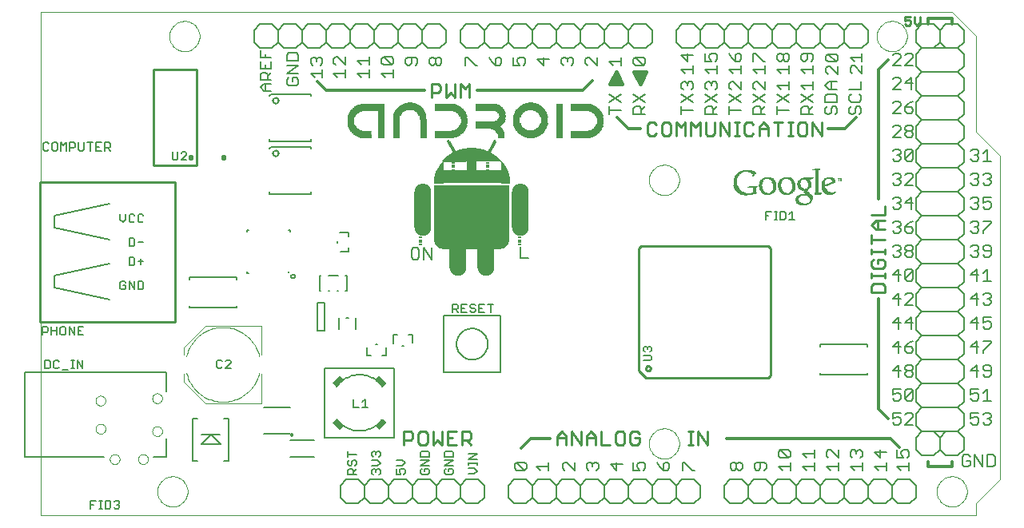
<source format=gbr>
G75*
G70*
%OFA0B0*%
%FSLAX24Y24*%
%IPPOS*%
%LPD*%
%AMOC8*
5,1,8,0,0,1.08239X$1,22.5*
%
%ADD10C,0.0100*%
%ADD11C,0.0060*%
%ADD12C,0.0070*%
%ADD13C,0.0000*%
%ADD14C,0.0050*%
%ADD15C,0.0090*%
%ADD16C,0.0120*%
%ADD17C,0.0160*%
%ADD18C,0.0080*%
%ADD19R,0.0118X0.0059*%
%ADD20R,0.0118X0.0118*%
%ADD21C,0.0040*%
%ADD22R,0.0433X0.0226*%
%ADD23R,0.0140X0.0005*%
%ADD24R,0.0205X0.0005*%
%ADD25R,0.0255X0.0005*%
%ADD26R,0.0295X0.0005*%
%ADD27R,0.0325X0.0005*%
%ADD28R,0.0355X0.0005*%
%ADD29R,0.0380X0.0005*%
%ADD30R,0.0410X0.0005*%
%ADD31R,0.0430X0.0005*%
%ADD32R,0.0445X0.0005*%
%ADD33R,0.0465X0.0005*%
%ADD34R,0.0485X0.0005*%
%ADD35R,0.0495X0.0005*%
%ADD36R,0.0260X0.0005*%
%ADD37R,0.0140X0.0005*%
%ADD38R,0.0240X0.0005*%
%ADD39R,0.0120X0.0005*%
%ADD40R,0.0225X0.0005*%
%ADD41R,0.0105X0.0005*%
%ADD42R,0.0210X0.0005*%
%ADD43R,0.0100X0.0005*%
%ADD44R,0.0095X0.0005*%
%ADD45R,0.0195X0.0005*%
%ADD46R,0.0090X0.0005*%
%ADD47R,0.0190X0.0005*%
%ADD48R,0.0085X0.0005*%
%ADD49R,0.0185X0.0005*%
%ADD50R,0.0180X0.0005*%
%ADD51R,0.0080X0.0005*%
%ADD52R,0.0175X0.0005*%
%ADD53R,0.0165X0.0005*%
%ADD54R,0.0160X0.0005*%
%ADD55R,0.0075X0.0005*%
%ADD56R,0.0155X0.0005*%
%ADD57R,0.0150X0.0005*%
%ADD58R,0.0145X0.0005*%
%ADD59R,0.0135X0.0005*%
%ADD60R,0.0130X0.0005*%
%ADD61R,0.0125X0.0005*%
%ADD62R,0.0110X0.0005*%
%ADD63R,0.0115X0.0005*%
%ADD64R,0.0170X0.0005*%
%ADD65R,0.0250X0.0005*%
%ADD66R,0.0235X0.0005*%
%ADD67R,0.0035X0.0005*%
%ADD68R,0.0420X0.0005*%
%ADD69R,0.0405X0.0005*%
%ADD70R,0.0395X0.0005*%
%ADD71R,0.0365X0.0005*%
%ADD72R,0.0480X0.0005*%
%ADD73R,0.0230X0.0005*%
%ADD74R,0.0330X0.0005*%
%ADD75R,0.0245X0.0005*%
%ADD76R,0.0520X0.0005*%
%ADD77R,0.0285X0.0005*%
%ADD78R,0.0270X0.0005*%
%ADD79R,0.0550X0.0005*%
%ADD80R,0.0290X0.0005*%
%ADD81R,0.0585X0.0005*%
%ADD82R,0.0310X0.0005*%
%ADD83R,0.0275X0.0005*%
%ADD84R,0.0315X0.0005*%
%ADD85R,0.0620X0.0005*%
%ADD86R,0.0335X0.0005*%
%ADD87R,0.0215X0.0005*%
%ADD88R,0.0650X0.0005*%
%ADD89R,0.0360X0.0005*%
%ADD90R,0.0350X0.0005*%
%ADD91R,0.0375X0.0005*%
%ADD92R,0.0385X0.0005*%
%ADD93R,0.0280X0.0005*%
%ADD94R,0.0265X0.0005*%
%ADD95R,0.0200X0.0005*%
%ADD96R,0.0425X0.0005*%
%ADD97R,0.0435X0.0005*%
%ADD98R,0.0065X0.0005*%
%ADD99R,0.0055X0.0005*%
%ADD100R,0.0045X0.0005*%
%ADD101R,0.0030X0.0005*%
%ADD102R,0.0220X0.0005*%
%ADD103R,0.0020X0.0005*%
%ADD104R,0.0015X0.0005*%
%ADD105R,0.0010X0.0005*%
%ADD106R,0.0040X0.0005*%
%ADD107R,0.0340X0.0005*%
%ADD108R,0.0345X0.0005*%
%ADD109R,0.0320X0.0005*%
%ADD110R,0.0305X0.0005*%
%ADD111R,0.0160X0.0005*%
%ADD112R,0.0155X0.0005*%
%ADD113R,0.0150X0.0005*%
%ADD114R,0.0440X0.0005*%
%ADD115R,0.0370X0.0005*%
%ADD116R,0.0300X0.0005*%
%ADD117R,0.0050X0.0005*%
%ADD118R,0.0060X0.0005*%
%ADD119R,0.0545X0.0005*%
%ADD120R,0.0515X0.0005*%
%ADD121R,0.0490X0.0005*%
%ADD122R,0.0460X0.0005*%
%ADD123R,0.0400X0.0005*%
%ADD124C,0.0010*%
%ADD125R,0.0340X0.0003*%
%ADD126R,0.0280X0.0003*%
%ADD127R,0.0283X0.0003*%
%ADD128R,0.0710X0.0003*%
%ADD129R,0.0278X0.0003*%
%ADD130R,0.0098X0.0003*%
%ADD131R,0.0708X0.0003*%
%ADD132R,0.0367X0.0002*%
%ADD133R,0.0280X0.0002*%
%ADD134R,0.0283X0.0002*%
%ADD135R,0.0738X0.0002*%
%ADD136R,0.0278X0.0002*%
%ADD137R,0.0155X0.0002*%
%ADD138R,0.0735X0.0002*%
%ADD139R,0.0387X0.0003*%
%ADD140R,0.0758X0.0003*%
%ADD141R,0.0195X0.0003*%
%ADD142R,0.0755X0.0003*%
%ADD143R,0.0405X0.0002*%
%ADD144R,0.0773X0.0002*%
%ADD145R,0.0230X0.0002*%
%ADD146R,0.0420X0.0003*%
%ADD147R,0.0788X0.0003*%
%ADD148R,0.0260X0.0003*%
%ADD149R,0.0432X0.0002*%
%ADD150R,0.0800X0.0002*%
%ADD151R,0.0285X0.0002*%
%ADD152R,0.0442X0.0003*%
%ADD153R,0.0813X0.0003*%
%ADD154R,0.0310X0.0003*%
%ADD155R,0.0810X0.0003*%
%ADD156R,0.0455X0.0002*%
%ADD157R,0.0823X0.0002*%
%ADD158R,0.0330X0.0002*%
%ADD159R,0.0465X0.0003*%
%ADD160R,0.0833X0.0003*%
%ADD161R,0.0352X0.0003*%
%ADD162R,0.0472X0.0002*%
%ADD163R,0.0843X0.0002*%
%ADD164R,0.0370X0.0002*%
%ADD165R,0.0840X0.0002*%
%ADD166R,0.0482X0.0003*%
%ADD167R,0.0850X0.0003*%
%ADD168R,0.0390X0.0003*%
%ADD169R,0.0490X0.0002*%
%ADD170R,0.0860X0.0002*%
%ADD171R,0.0408X0.0002*%
%ADD172R,0.0858X0.0002*%
%ADD173R,0.0500X0.0003*%
%ADD174R,0.0868X0.0003*%
%ADD175R,0.0425X0.0003*%
%ADD176R,0.0507X0.0002*%
%ADD177R,0.0875X0.0002*%
%ADD178R,0.0440X0.0002*%
%ADD179R,0.0515X0.0003*%
%ADD180R,0.0883X0.0003*%
%ADD181R,0.0277X0.0003*%
%ADD182R,0.0455X0.0003*%
%ADD183R,0.0522X0.0002*%
%ADD184R,0.0890X0.0002*%
%ADD185R,0.0277X0.0002*%
%ADD186R,0.0470X0.0002*%
%ADD187R,0.0530X0.0003*%
%ADD188R,0.0898X0.0003*%
%ADD189R,0.0485X0.0003*%
%ADD190R,0.0535X0.0002*%
%ADD191R,0.0905X0.0002*%
%ADD192R,0.0500X0.0002*%
%ADD193R,0.0903X0.0002*%
%ADD194R,0.0542X0.0003*%
%ADD195R,0.0910X0.0003*%
%ADD196R,0.0550X0.0002*%
%ADD197R,0.0918X0.0002*%
%ADD198R,0.0525X0.0002*%
%ADD199R,0.0555X0.0003*%
%ADD200R,0.0925X0.0003*%
%ADD201R,0.0540X0.0003*%
%ADD202R,0.0923X0.0003*%
%ADD203R,0.0562X0.0002*%
%ADD204R,0.0930X0.0002*%
%ADD205R,0.0567X0.0003*%
%ADD206R,0.0935X0.0003*%
%ADD207R,0.0565X0.0003*%
%ADD208R,0.0572X0.0002*%
%ADD209R,0.0943X0.0002*%
%ADD210R,0.0575X0.0002*%
%ADD211R,0.0940X0.0002*%
%ADD212R,0.0580X0.0003*%
%ADD213R,0.0948X0.0003*%
%ADD214R,0.0585X0.0003*%
%ADD215R,0.0585X0.0002*%
%ADD216R,0.0953X0.0002*%
%ADD217R,0.0600X0.0002*%
%ADD218R,0.0590X0.0003*%
%ADD219R,0.0958X0.0003*%
%ADD220R,0.0610X0.0003*%
%ADD221R,0.0595X0.0002*%
%ADD222R,0.0963X0.0002*%
%ADD223R,0.0620X0.0002*%
%ADD224R,0.0600X0.0003*%
%ADD225R,0.0968X0.0003*%
%ADD226R,0.0630X0.0003*%
%ADD227R,0.0605X0.0002*%
%ADD228R,0.0975X0.0002*%
%ADD229R,0.0640X0.0002*%
%ADD230R,0.0973X0.0002*%
%ADD231R,0.0978X0.0003*%
%ADD232R,0.0650X0.0003*%
%ADD233R,0.0615X0.0002*%
%ADD234R,0.0983X0.0002*%
%ADD235R,0.0660X0.0002*%
%ADD236R,0.0620X0.0003*%
%ADD237R,0.0988X0.0003*%
%ADD238R,0.0670X0.0003*%
%ADD239R,0.0625X0.0002*%
%ADD240R,0.0993X0.0002*%
%ADD241R,0.0680X0.0002*%
%ADD242R,0.0998X0.0003*%
%ADD243R,0.0690X0.0003*%
%ADD244R,0.0632X0.0002*%
%ADD245R,0.1003X0.0002*%
%ADD246R,0.0700X0.0002*%
%ADD247R,0.1000X0.0002*%
%ADD248R,0.0637X0.0003*%
%ADD249R,0.1008X0.0003*%
%ADD250R,0.1005X0.0003*%
%ADD251R,0.0642X0.0002*%
%ADD252R,0.1010X0.0002*%
%ADD253R,0.0282X0.0002*%
%ADD254R,0.0715X0.0002*%
%ADD255R,0.0647X0.0003*%
%ADD256R,0.1015X0.0003*%
%ADD257R,0.0282X0.0003*%
%ADD258R,0.0725X0.0003*%
%ADD259R,0.0650X0.0002*%
%ADD260R,0.1020X0.0002*%
%ADD261R,0.1018X0.0002*%
%ADD262R,0.0655X0.0003*%
%ADD263R,0.1023X0.0003*%
%ADD264R,0.0742X0.0003*%
%ADD265R,0.1028X0.0002*%
%ADD266R,0.0750X0.0002*%
%ADD267R,0.0662X0.0003*%
%ADD268R,0.1033X0.0003*%
%ADD269R,0.0285X0.0003*%
%ADD270R,0.0760X0.0003*%
%ADD271R,0.1030X0.0003*%
%ADD272R,0.0667X0.0002*%
%ADD273R,0.1035X0.0002*%
%ADD274R,0.0768X0.0002*%
%ADD275R,0.1040X0.0003*%
%ADD276R,0.0775X0.0003*%
%ADD277R,0.1038X0.0003*%
%ADD278R,0.0675X0.0002*%
%ADD279R,0.1043X0.0002*%
%ADD280R,0.0785X0.0002*%
%ADD281R,0.0677X0.0003*%
%ADD282R,0.1048X0.0003*%
%ADD283R,0.0790X0.0003*%
%ADD284R,0.1045X0.0003*%
%ADD285R,0.0682X0.0002*%
%ADD286R,0.1050X0.0002*%
%ADD287R,0.0685X0.0003*%
%ADD288R,0.1055X0.0003*%
%ADD289R,0.0288X0.0003*%
%ADD290R,0.0805X0.0003*%
%ADD291R,0.1053X0.0003*%
%ADD292R,0.0690X0.0002*%
%ADD293R,0.1058X0.0002*%
%ADD294R,0.0815X0.0002*%
%ADD295R,0.0692X0.0003*%
%ADD296R,0.1063X0.0003*%
%ADD297R,0.0820X0.0003*%
%ADD298R,0.1060X0.0003*%
%ADD299R,0.0697X0.0002*%
%ADD300R,0.1065X0.0002*%
%ADD301R,0.0287X0.0002*%
%ADD302R,0.0830X0.0002*%
%ADD303R,0.0700X0.0003*%
%ADD304R,0.1070X0.0003*%
%ADD305R,0.0287X0.0003*%
%ADD306R,0.0835X0.0003*%
%ADD307R,0.1068X0.0003*%
%ADD308R,0.0705X0.0002*%
%ADD309R,0.1073X0.0002*%
%ADD310R,0.0842X0.0002*%
%ADD311R,0.0707X0.0003*%
%ADD312R,0.1075X0.0003*%
%ADD313R,0.0710X0.0002*%
%ADD314R,0.1080X0.0002*%
%ADD315R,0.0288X0.0002*%
%ADD316R,0.0855X0.0002*%
%ADD317R,0.1078X0.0002*%
%ADD318R,0.0715X0.0003*%
%ADD319R,0.1083X0.0003*%
%ADD320R,0.0865X0.0003*%
%ADD321R,0.0717X0.0002*%
%ADD322R,0.1085X0.0002*%
%ADD323R,0.0290X0.0002*%
%ADD324R,0.0870X0.0002*%
%ADD325R,0.0720X0.0003*%
%ADD326R,0.1090X0.0003*%
%ADD327R,0.0875X0.0003*%
%ADD328R,0.1088X0.0003*%
%ADD329R,0.0722X0.0002*%
%ADD330R,0.1093X0.0002*%
%ADD331R,0.0885X0.0002*%
%ADD332R,0.1090X0.0002*%
%ADD333R,0.0727X0.0003*%
%ADD334R,0.1095X0.0003*%
%ADD335R,0.0290X0.0003*%
%ADD336R,0.0890X0.0003*%
%ADD337R,0.0730X0.0002*%
%ADD338R,0.1098X0.0002*%
%ADD339R,0.0895X0.0002*%
%ADD340R,0.0732X0.0003*%
%ADD341R,0.1103X0.0003*%
%ADD342R,0.0292X0.0003*%
%ADD343R,0.0902X0.0003*%
%ADD344R,0.1100X0.0003*%
%ADD345R,0.1105X0.0002*%
%ADD346R,0.0910X0.0002*%
%ADD347R,0.1103X0.0002*%
%ADD348R,0.0740X0.0003*%
%ADD349R,0.1108X0.0003*%
%ADD350R,0.0293X0.0003*%
%ADD351R,0.0915X0.0003*%
%ADD352R,0.0742X0.0002*%
%ADD353R,0.1110X0.0002*%
%ADD354R,0.0293X0.0002*%
%ADD355R,0.0920X0.0002*%
%ADD356R,0.0745X0.0003*%
%ADD357R,0.1113X0.0003*%
%ADD358R,0.0295X0.0003*%
%ADD359R,0.0928X0.0003*%
%ADD360R,0.0747X0.0002*%
%ADD361R,0.1118X0.0002*%
%ADD362R,0.0292X0.0002*%
%ADD363R,0.0935X0.0002*%
%ADD364R,0.1115X0.0002*%
%ADD365R,0.0750X0.0003*%
%ADD366R,0.1120X0.0003*%
%ADD367R,0.0940X0.0003*%
%ADD368R,0.1118X0.0003*%
%ADD369R,0.0755X0.0002*%
%ADD370R,0.1123X0.0002*%
%ADD371R,0.0295X0.0002*%
%ADD372R,0.0945X0.0002*%
%ADD373R,0.0757X0.0003*%
%ADD374R,0.1125X0.0003*%
%ADD375R,0.0950X0.0003*%
%ADD376R,0.0760X0.0002*%
%ADD377R,0.1128X0.0002*%
%ADD378R,0.0958X0.0002*%
%ADD379R,0.0762X0.0003*%
%ADD380R,0.1130X0.0003*%
%ADD381R,0.0962X0.0003*%
%ADD382R,0.0765X0.0002*%
%ADD383R,0.1133X0.0002*%
%ADD384R,0.0298X0.0002*%
%ADD385R,0.0970X0.0002*%
%ADD386R,0.0767X0.0003*%
%ADD387R,0.1138X0.0003*%
%ADD388R,0.0297X0.0003*%
%ADD389R,0.0975X0.0003*%
%ADD390R,0.1135X0.0003*%
%ADD391R,0.0770X0.0002*%
%ADD392R,0.1140X0.0002*%
%ADD393R,0.0297X0.0002*%
%ADD394R,0.0980X0.0002*%
%ADD395R,0.1138X0.0002*%
%ADD396R,0.0772X0.0003*%
%ADD397R,0.1143X0.0003*%
%ADD398R,0.0300X0.0003*%
%ADD399R,0.0985X0.0003*%
%ADD400R,0.1140X0.0003*%
%ADD401R,0.0775X0.0002*%
%ADD402R,0.1145X0.0002*%
%ADD403R,0.0300X0.0002*%
%ADD404R,0.0990X0.0002*%
%ADD405R,0.1143X0.0002*%
%ADD406R,0.0777X0.0003*%
%ADD407R,0.1148X0.0003*%
%ADD408R,0.0995X0.0003*%
%ADD409R,0.1145X0.0003*%
%ADD410R,0.0780X0.0002*%
%ADD411R,0.1150X0.0002*%
%ADD412R,0.1148X0.0002*%
%ADD413R,0.0782X0.0003*%
%ADD414R,0.1153X0.0003*%
%ADD415R,0.0303X0.0003*%
%ADD416R,0.1150X0.0003*%
%ADD417R,0.1155X0.0002*%
%ADD418R,0.1153X0.0002*%
%ADD419R,0.0787X0.0003*%
%ADD420R,0.1158X0.0003*%
%ADD421R,0.0302X0.0003*%
%ADD422R,0.1155X0.0003*%
%ADD423R,0.0790X0.0002*%
%ADD424R,0.1160X0.0002*%
%ADD425R,0.0305X0.0002*%
%ADD426R,0.1022X0.0002*%
%ADD427R,0.1158X0.0002*%
%ADD428R,0.0792X0.0003*%
%ADD429R,0.1163X0.0003*%
%ADD430R,0.1028X0.0003*%
%ADD431R,0.1160X0.0003*%
%ADD432R,0.0795X0.0002*%
%ADD433R,0.1165X0.0002*%
%ADD434R,0.1032X0.0002*%
%ADD435R,0.1163X0.0002*%
%ADD436R,0.0797X0.0003*%
%ADD437R,0.1168X0.0003*%
%ADD438R,0.0308X0.0003*%
%ADD439R,0.1165X0.0003*%
%ADD440R,0.1170X0.0002*%
%ADD441R,0.1042X0.0002*%
%ADD442R,0.1168X0.0002*%
%ADD443R,0.0802X0.0003*%
%ADD444R,0.1173X0.0003*%
%ADD445R,0.0307X0.0003*%
%ADD446R,0.1170X0.0003*%
%ADD447R,0.0805X0.0002*%
%ADD448R,0.1175X0.0002*%
%ADD449R,0.0307X0.0002*%
%ADD450R,0.1173X0.0002*%
%ADD451R,0.0807X0.0003*%
%ADD452R,0.1178X0.0003*%
%ADD453R,0.1175X0.0003*%
%ADD454R,0.0810X0.0002*%
%ADD455R,0.1180X0.0002*%
%ADD456R,0.0310X0.0002*%
%ADD457R,0.1060X0.0002*%
%ADD458R,0.1178X0.0002*%
%ADD459R,0.0812X0.0003*%
%ADD460R,0.1180X0.0003*%
%ADD461R,0.0313X0.0003*%
%ADD462R,0.1065X0.0003*%
%ADD463R,0.1183X0.0002*%
%ADD464R,0.1070X0.0002*%
%ADD465R,0.0817X0.0003*%
%ADD466R,0.1185X0.0003*%
%ADD467R,0.0312X0.0003*%
%ADD468R,0.0820X0.0002*%
%ADD469R,0.1188X0.0002*%
%ADD470R,0.0313X0.0002*%
%ADD471R,0.0822X0.0003*%
%ADD472R,0.1190X0.0003*%
%ADD473R,0.1085X0.0003*%
%ADD474R,0.0822X0.0002*%
%ADD475R,0.1193X0.0002*%
%ADD476R,0.0315X0.0002*%
%ADD477R,0.1190X0.0002*%
%ADD478R,0.0825X0.0003*%
%ADD479R,0.1195X0.0003*%
%ADD480R,0.0315X0.0003*%
%ADD481R,0.1193X0.0003*%
%ADD482R,0.0827X0.0002*%
%ADD483R,0.1198X0.0002*%
%ADD484R,0.0317X0.0002*%
%ADD485R,0.1195X0.0002*%
%ADD486R,0.0830X0.0003*%
%ADD487R,0.1198X0.0003*%
%ADD488R,0.0320X0.0003*%
%ADD489R,0.1102X0.0003*%
%ADD490R,0.0832X0.0002*%
%ADD491R,0.1200X0.0002*%
%ADD492R,0.0318X0.0002*%
%ADD493R,0.1203X0.0003*%
%ADD494R,0.1110X0.0003*%
%ADD495R,0.0835X0.0002*%
%ADD496R,0.1205X0.0002*%
%ADD497R,0.0320X0.0002*%
%ADD498R,0.1203X0.0002*%
%ADD499R,0.0837X0.0003*%
%ADD500R,0.1208X0.0003*%
%ADD501R,0.0322X0.0003*%
%ADD502R,0.1205X0.0003*%
%ADD503R,0.1210X0.0002*%
%ADD504R,0.0325X0.0002*%
%ADD505R,0.1125X0.0002*%
%ADD506R,0.1208X0.0002*%
%ADD507R,0.0842X0.0003*%
%ADD508R,0.1210X0.0003*%
%ADD509R,0.0325X0.0003*%
%ADD510R,0.1128X0.0003*%
%ADD511R,0.0845X0.0002*%
%ADD512R,0.1213X0.0002*%
%ADD513R,0.0328X0.0002*%
%ADD514R,0.1130X0.0002*%
%ADD515R,0.0845X0.0003*%
%ADD516R,0.1215X0.0003*%
%ADD517R,0.1213X0.0003*%
%ADD518R,0.0847X0.0002*%
%ADD519R,0.1218X0.0002*%
%ADD520R,0.0327X0.0002*%
%ADD521R,0.1215X0.0002*%
%ADD522R,0.1218X0.0003*%
%ADD523R,0.0328X0.0003*%
%ADD524R,0.0852X0.0002*%
%ADD525R,0.1220X0.0002*%
%ADD526R,0.0550X0.0003*%
%ADD527R,0.0330X0.0003*%
%ADD528R,0.0515X0.0002*%
%ADD529R,0.0517X0.0002*%
%ADD530R,0.0332X0.0002*%
%ADD531R,0.0335X0.0003*%
%ADD532R,0.0488X0.0002*%
%ADD533R,0.0335X0.0002*%
%ADD534R,0.0480X0.0003*%
%ADD535R,0.0477X0.0003*%
%ADD536R,0.0338X0.0003*%
%ADD537R,0.0573X0.0003*%
%ADD538R,0.0570X0.0003*%
%ADD539R,0.0467X0.0002*%
%ADD540R,0.0337X0.0002*%
%ADD541R,0.0463X0.0003*%
%ADD542R,0.0460X0.0003*%
%ADD543R,0.0342X0.0003*%
%ADD544R,0.0520X0.0003*%
%ADD545R,0.0343X0.0002*%
%ADD546R,0.0508X0.0002*%
%ADD547R,0.0447X0.0003*%
%ADD548R,0.0448X0.0003*%
%ADD549R,0.0345X0.0003*%
%ADD550R,0.0497X0.0003*%
%ADD551R,0.0495X0.0003*%
%ADD552R,0.0443X0.0002*%
%ADD553R,0.0442X0.0002*%
%ADD554R,0.0345X0.0002*%
%ADD555R,0.0487X0.0002*%
%ADD556R,0.0437X0.0003*%
%ADD557R,0.0347X0.0003*%
%ADD558R,0.0430X0.0002*%
%ADD559R,0.0433X0.0002*%
%ADD560R,0.0348X0.0002*%
%ADD561R,0.0428X0.0003*%
%ADD562R,0.0427X0.0003*%
%ADD563R,0.0353X0.0003*%
%ADD564R,0.0422X0.0002*%
%ADD565R,0.0352X0.0002*%
%ADD566R,0.0460X0.0002*%
%ADD567R,0.0417X0.0003*%
%ADD568R,0.0355X0.0003*%
%ADD569R,0.0415X0.0002*%
%ADD570R,0.0355X0.0002*%
%ADD571R,0.0447X0.0002*%
%ADD572R,0.0448X0.0002*%
%ADD573R,0.0412X0.0003*%
%ADD574R,0.0410X0.0003*%
%ADD575R,0.0357X0.0003*%
%ADD576R,0.0445X0.0003*%
%ADD577R,0.0407X0.0002*%
%ADD578R,0.0360X0.0002*%
%ADD579R,0.0405X0.0003*%
%ADD580R,0.0360X0.0003*%
%ADD581R,0.0435X0.0003*%
%ADD582R,0.0402X0.0002*%
%ADD583R,0.0400X0.0002*%
%ADD584R,0.0365X0.0002*%
%ADD585R,0.0397X0.0003*%
%ADD586R,0.0398X0.0003*%
%ADD587R,0.0365X0.0003*%
%ADD588R,0.0430X0.0003*%
%ADD589R,0.0395X0.0002*%
%ADD590R,0.0423X0.0002*%
%ADD591R,0.0392X0.0003*%
%ADD592R,0.0370X0.0003*%
%ADD593R,0.0387X0.0002*%
%ADD594R,0.0390X0.0002*%
%ADD595R,0.0375X0.0002*%
%ADD596R,0.0417X0.0002*%
%ADD597R,0.0418X0.0002*%
%ADD598R,0.0388X0.0003*%
%ADD599R,0.0385X0.0003*%
%ADD600R,0.0375X0.0003*%
%ADD601R,0.0415X0.0003*%
%ADD602R,0.0383X0.0002*%
%ADD603R,0.0385X0.0002*%
%ADD604R,0.0378X0.0002*%
%ADD605R,0.0410X0.0002*%
%ADD606R,0.0412X0.0002*%
%ADD607R,0.0382X0.0003*%
%ADD608R,0.0380X0.0003*%
%ADD609R,0.0383X0.0003*%
%ADD610R,0.0407X0.0003*%
%ADD611R,0.0380X0.0002*%
%ADD612R,0.0382X0.0002*%
%ADD613R,0.0377X0.0003*%
%ADD614R,0.0403X0.0003*%
%ADD615R,0.0402X0.0003*%
%ADD616R,0.0398X0.0002*%
%ADD617R,0.0373X0.0003*%
%ADD618R,0.0397X0.0002*%
%ADD619R,0.0393X0.0002*%
%ADD620R,0.0368X0.0003*%
%ADD621R,0.0367X0.0003*%
%ADD622R,0.0400X0.0003*%
%ADD623R,0.0393X0.0003*%
%ADD624R,0.0363X0.0002*%
%ADD625R,0.0362X0.0002*%
%ADD626R,0.0413X0.0002*%
%ADD627R,0.0418X0.0003*%
%ADD628R,0.0357X0.0002*%
%ADD629R,0.0420X0.0002*%
%ADD630R,0.0358X0.0003*%
%ADD631R,0.0378X0.0003*%
%ADD632R,0.0377X0.0002*%
%ADD633R,0.0350X0.0002*%
%ADD634R,0.0353X0.0002*%
%ADD635R,0.0372X0.0002*%
%ADD636R,0.0373X0.0002*%
%ADD637R,0.0350X0.0003*%
%ADD638R,0.0450X0.0003*%
%ADD639R,0.0372X0.0003*%
%ADD640R,0.0457X0.0002*%
%ADD641R,0.0368X0.0002*%
%ADD642R,0.0475X0.0002*%
%ADD643R,0.0343X0.0003*%
%ADD644R,0.0490X0.0003*%
%ADD645R,0.0342X0.0002*%
%ADD646R,0.0505X0.0002*%
%ADD647R,0.0362X0.0003*%
%ADD648R,0.0363X0.0003*%
%ADD649R,0.0340X0.0002*%
%ADD650R,0.1068X0.0002*%
%ADD651R,0.0338X0.0002*%
%ADD652R,0.0337X0.0003*%
%ADD653R,0.0333X0.0003*%
%ADD654R,0.0333X0.0002*%
%ADD655R,0.1053X0.0002*%
%ADD656R,0.0347X0.0002*%
%ADD657R,0.0327X0.0003*%
%ADD658R,0.1050X0.0003*%
%ADD659R,0.0348X0.0003*%
%ADD660R,0.1045X0.0002*%
%ADD661R,0.1043X0.0003*%
%ADD662R,0.0322X0.0002*%
%ADD663R,0.1040X0.0002*%
%ADD664R,0.0323X0.0003*%
%ADD665R,0.1038X0.0002*%
%ADD666R,0.1035X0.0003*%
%ADD667R,0.1033X0.0002*%
%ADD668R,0.0317X0.0003*%
%ADD669R,0.0318X0.0003*%
%ADD670R,0.1025X0.0003*%
%ADD671R,0.1023X0.0002*%
%ADD672R,0.1020X0.0003*%
%ADD673R,0.0332X0.0003*%
%ADD674R,0.0312X0.0002*%
%ADD675R,0.1015X0.0002*%
%ADD676R,0.1013X0.0003*%
%ADD677R,0.0308X0.0002*%
%ADD678R,0.1025X0.0002*%
%ADD679R,0.0323X0.0002*%
%ADD680R,0.0305X0.0003*%
%ADD681R,0.0303X0.0002*%
%ADD682R,0.0302X0.0002*%
%ADD683R,0.1073X0.0003*%
%ADD684R,0.1075X0.0002*%
%ADD685R,0.0298X0.0003*%
%ADD686R,0.1080X0.0003*%
%ADD687R,0.1083X0.0002*%
%ADD688R,0.1088X0.0002*%
%ADD689R,0.1105X0.0003*%
%ADD690R,0.1108X0.0002*%
%ADD691R,0.1113X0.0002*%
%ADD692R,0.1115X0.0003*%
%ADD693R,0.1120X0.0002*%
%ADD694R,0.1123X0.0003*%
%ADD695R,0.1133X0.0003*%
%ADD696R,0.1183X0.0003*%
%ADD697R,0.1185X0.0002*%
%ADD698R,0.1188X0.0003*%
%ADD699R,0.0358X0.0002*%
%ADD700R,0.0388X0.0002*%
%ADD701R,0.0392X0.0002*%
%ADD702R,0.0395X0.0003*%
%ADD703R,0.0428X0.0002*%
%ADD704R,0.0432X0.0003*%
%ADD705R,0.0437X0.0002*%
%ADD706R,0.0443X0.0003*%
%ADD707R,0.0450X0.0002*%
%ADD708R,0.0403X0.0002*%
%ADD709R,0.0463X0.0002*%
%ADD710R,0.0470X0.0003*%
%ADD711R,0.0480X0.0002*%
%ADD712R,0.0493X0.0003*%
%ADD713R,0.0502X0.0002*%
%ADD714R,0.0523X0.0003*%
%ADD715R,0.0522X0.0003*%
%ADD716R,0.0422X0.0003*%
%ADD717R,0.0423X0.0003*%
%ADD718R,0.1410X0.0002*%
%ADD719R,0.1223X0.0002*%
%ADD720R,0.0427X0.0002*%
%ADD721R,0.1410X0.0003*%
%ADD722R,0.1220X0.0003*%
%ADD723R,0.1408X0.0002*%
%ADD724R,0.0435X0.0002*%
%ADD725R,0.1405X0.0003*%
%ADD726R,0.0408X0.0003*%
%ADD727R,0.0440X0.0003*%
%ADD728R,0.1403X0.0002*%
%ADD729R,0.0445X0.0002*%
%ADD730R,0.1400X0.0003*%
%ADD731R,0.1400X0.0002*%
%ADD732R,0.1398X0.0003*%
%ADD733R,0.1395X0.0002*%
%ADD734R,0.0465X0.0002*%
%ADD735R,0.1393X0.0003*%
%ADD736R,0.0472X0.0003*%
%ADD737R,0.1390X0.0002*%
%ADD738R,0.0438X0.0002*%
%ADD739R,0.0478X0.0002*%
%ADD740R,0.1390X0.0003*%
%ADD741R,0.1200X0.0003*%
%ADD742R,0.1388X0.0002*%
%ADD743R,0.0495X0.0002*%
%ADD744R,0.1385X0.0003*%
%ADD745R,0.0453X0.0003*%
%ADD746R,0.0505X0.0003*%
%ADD747R,0.1383X0.0002*%
%ADD748R,0.0518X0.0002*%
%ADD749R,0.1380X0.0003*%
%ADD750R,0.0468X0.0003*%
%ADD751R,0.0533X0.0003*%
%ADD752R,0.0532X0.0003*%
%ADD753R,0.1378X0.0002*%
%ADD754R,0.0565X0.0002*%
%ADD755R,0.0563X0.0002*%
%ADD756R,0.1375X0.0003*%
%ADD757R,0.0487X0.0003*%
%ADD758R,0.1375X0.0002*%
%ADD759R,0.1373X0.0003*%
%ADD760R,0.0518X0.0003*%
%ADD761R,0.1370X0.0002*%
%ADD762R,0.1368X0.0003*%
%ADD763R,0.1365X0.0002*%
%ADD764R,0.1363X0.0003*%
%ADD765R,0.1360X0.0002*%
%ADD766R,0.1135X0.0002*%
%ADD767R,0.1358X0.0003*%
%ADD768R,0.1107X0.0003*%
%ADD769R,0.1355X0.0002*%
%ADD770R,0.1353X0.0003*%
%ADD771R,0.1350X0.0002*%
%ADD772R,0.1095X0.0002*%
%ADD773R,0.1348X0.0003*%
%ADD774R,0.1093X0.0003*%
%ADD775R,0.1345X0.0002*%
%ADD776R,0.1087X0.0002*%
%ADD777R,0.1343X0.0003*%
%ADD778R,0.1340X0.0002*%
%ADD779R,0.1102X0.0002*%
%ADD780R,0.1338X0.0003*%
%ADD781R,0.1098X0.0003*%
%ADD782R,0.1335X0.0002*%
%ADD783R,0.1333X0.0003*%
%ADD784R,0.1330X0.0002*%
%ADD785R,0.1063X0.0002*%
%ADD786R,0.1328X0.0003*%
%ADD787R,0.1057X0.0003*%
%ADD788R,0.1325X0.0002*%
%ADD789R,0.1323X0.0003*%
%ADD790R,0.1320X0.0002*%
%ADD791R,0.1318X0.0003*%
%ADD792R,0.1313X0.0002*%
%ADD793R,0.1055X0.0002*%
%ADD794R,0.1310X0.0003*%
%ADD795R,0.1308X0.0002*%
%ADD796R,0.1048X0.0002*%
%ADD797R,0.1305X0.0003*%
%ADD798R,0.1042X0.0003*%
%ADD799R,0.1303X0.0002*%
%ADD800R,0.1300X0.0003*%
%ADD801R,0.1010X0.0003*%
%ADD802R,0.1032X0.0003*%
%ADD803R,0.1295X0.0002*%
%ADD804R,0.1005X0.0002*%
%ADD805R,0.1293X0.0003*%
%ADD806R,0.1000X0.0003*%
%ADD807R,0.1022X0.0003*%
%ADD808R,0.1290X0.0002*%
%ADD809R,0.0995X0.0002*%
%ADD810R,0.1100X0.0002*%
%ADD811R,0.1288X0.0003*%
%ADD812R,0.0990X0.0003*%
%ADD813R,0.1283X0.0002*%
%ADD814R,0.0985X0.0002*%
%ADD815R,0.1280X0.0003*%
%ADD816R,0.0980X0.0003*%
%ADD817R,0.1278X0.0002*%
%ADD818R,0.1275X0.0003*%
%ADD819R,0.0970X0.0003*%
%ADD820R,0.1270X0.0002*%
%ADD821R,0.0965X0.0002*%
%ADD822R,0.1268X0.0003*%
%ADD823R,0.0960X0.0003*%
%ADD824R,0.1078X0.0003*%
%ADD825R,0.1265X0.0002*%
%ADD826R,0.0955X0.0002*%
%ADD827R,0.1260X0.0003*%
%ADD828R,0.1258X0.0002*%
%ADD829R,0.0962X0.0002*%
%ADD830R,0.1253X0.0003*%
%ADD831R,0.1250X0.0002*%
%ADD832R,0.0933X0.0002*%
%ADD833R,0.0950X0.0002*%
%ADD834R,0.1248X0.0003*%
%ADD835R,0.0927X0.0003*%
%ADD836R,0.1058X0.0003*%
%ADD837R,0.0945X0.0003*%
%ADD838R,0.1243X0.0002*%
%ADD839R,0.1240X0.0003*%
%ADD840R,0.1235X0.0002*%
%ADD841R,0.0928X0.0002*%
%ADD842R,0.1233X0.0003*%
%ADD843R,0.0905X0.0003*%
%ADD844R,0.0920X0.0003*%
%ADD845R,0.1228X0.0002*%
%ADD846R,0.0897X0.0002*%
%ADD847R,0.0915X0.0002*%
%ADD848R,0.1223X0.0003*%
%ADD849R,0.0893X0.0003*%
%ADD850R,0.1030X0.0002*%
%ADD851R,0.0902X0.0002*%
%ADD852R,0.0880X0.0003*%
%ADD853R,0.0895X0.0003*%
%ADD854R,0.0873X0.0002*%
%ADD855R,0.0867X0.0003*%
%ADD856R,0.1018X0.0003*%
%ADD857R,0.0885X0.0003*%
%ADD858R,0.1013X0.0002*%
%ADD859R,0.0855X0.0003*%
%ADD860R,0.0870X0.0003*%
%ADD861R,0.0865X0.0002*%
%ADD862R,0.0840X0.0003*%
%ADD863R,0.0998X0.0002*%
%ADD864R,0.0850X0.0002*%
%ADD865R,0.0827X0.0003*%
%ADD866R,0.0993X0.0003*%
%ADD867R,0.0988X0.0002*%
%ADD868R,0.0983X0.0003*%
%ADD869R,0.0978X0.0002*%
%ADD870R,0.1008X0.0002*%
%ADD871R,0.0800X0.0003*%
%ADD872R,0.0973X0.0003*%
%ADD873R,0.1003X0.0003*%
%ADD874R,0.0815X0.0003*%
%ADD875R,0.0968X0.0002*%
%ADD876R,0.0785X0.0003*%
%ADD877R,0.0963X0.0003*%
%ADD878R,0.0770X0.0003*%
%ADD879R,0.0953X0.0003*%
%ADD880R,0.0768X0.0003*%
%ADD881R,0.0745X0.0002*%
%ADD882R,0.0737X0.0003*%
%ADD883R,0.0923X0.0002*%
%ADD884R,0.0735X0.0003*%
%ADD885R,0.0713X0.0002*%
%ADD886R,0.0725X0.0002*%
%ADD887R,0.0908X0.0002*%
%ADD888R,0.0705X0.0003*%
%ADD889R,0.0903X0.0003*%
%ADD890R,0.0695X0.0002*%
%ADD891R,0.0708X0.0002*%
%ADD892R,0.0888X0.0003*%
%ADD893R,0.0677X0.0002*%
%ADD894R,0.0883X0.0002*%
%ADD895R,0.0880X0.0002*%
%ADD896R,0.0667X0.0003*%
%ADD897R,0.0680X0.0003*%
%ADD898R,0.0873X0.0003*%
%ADD899R,0.0670X0.0002*%
%ADD900R,0.0858X0.0003*%
%ADD901R,0.0908X0.0003*%
%ADD902R,0.0660X0.0003*%
%ADD903R,0.0848X0.0002*%
%ADD904R,0.0640X0.0003*%
%ADD905R,0.0630X0.0002*%
%ADD906R,0.0878X0.0003*%
%ADD907R,0.0868X0.0002*%
%ADD908R,0.0610X0.0002*%
%ADD909R,0.0808X0.0002*%
%ADD910R,0.0587X0.0003*%
%ADD911R,0.0798X0.0003*%
%ADD912R,0.0795X0.0003*%
%ADD913R,0.0577X0.0002*%
%ADD914R,0.0588X0.0002*%
%ADD915R,0.0783X0.0002*%
%ADD916R,0.0575X0.0003*%
%ADD917R,0.0555X0.0002*%
%ADD918R,0.0753X0.0002*%
%ADD919R,0.0543X0.0003*%
%ADD920R,0.0733X0.0003*%
%ADD921R,0.0803X0.0003*%
%ADD922R,0.0730X0.0003*%
%ADD923R,0.0530X0.0002*%
%ADD924R,0.0778X0.0002*%
%ADD925R,0.0540X0.0002*%
%ADD926R,0.0517X0.0003*%
%ADD927R,0.0525X0.0003*%
%ADD928R,0.0477X0.0002*%
%ADD929R,0.0485X0.0002*%
%ADD930R,0.0425X0.0002*%
%ADD931R,0.0257X0.0002*%
%ADD932R,0.0260X0.0002*%
%ADD933R,0.0230X0.0003*%
%ADD934R,0.0195X0.0002*%
%ADD935R,0.0198X0.0002*%
%ADD936R,0.0155X0.0003*%
%ADD937R,0.0103X0.0002*%
%ADD938R,0.0100X0.0002*%
%ADD939R,0.0100X0.0005*%
%ADD940R,0.0390X0.0005*%
%ADD941R,0.0415X0.0005*%
%ADD942R,0.0450X0.0005*%
%ADD943R,0.0475X0.0005*%
%ADD944R,0.0505X0.0005*%
%ADD945R,0.0525X0.0005*%
%ADD946R,0.0530X0.0005*%
%ADD947R,0.0540X0.0005*%
%ADD948R,0.0560X0.0005*%
%ADD949R,0.0565X0.0005*%
%ADD950R,0.0570X0.0005*%
%ADD951R,0.0580X0.0005*%
%ADD952R,0.0590X0.0005*%
%ADD953R,0.0600X0.0005*%
%ADD954R,0.0605X0.0005*%
%ADD955R,0.0610X0.0005*%
%ADD956R,0.0615X0.0005*%
%ADD957R,0.0625X0.0005*%
%ADD958R,0.0630X0.0005*%
%ADD959R,0.0635X0.0005*%
%ADD960R,0.0640X0.0005*%
%ADD961R,0.0645X0.0005*%
%ADD962R,0.0655X0.0005*%
%ADD963R,0.0660X0.0005*%
%ADD964R,0.0665X0.0005*%
%ADD965R,0.0670X0.0005*%
%ADD966R,0.0675X0.0005*%
%ADD967R,0.0680X0.0005*%
%ADD968R,0.0685X0.0005*%
%ADD969R,0.0690X0.0005*%
%ADD970R,0.0695X0.0005*%
%ADD971R,0.0700X0.0005*%
%ADD972R,0.2485X0.0005*%
%ADD973R,0.2535X0.0005*%
%ADD974R,0.2575X0.0005*%
%ADD975R,0.2605X0.0005*%
%ADD976R,0.2635X0.0005*%
%ADD977R,0.2665X0.0005*%
%ADD978R,0.2685X0.0005*%
%ADD979R,0.2705X0.0005*%
%ADD980R,0.2725X0.0005*%
%ADD981R,0.2745X0.0005*%
%ADD982R,0.2755X0.0005*%
%ADD983R,0.2775X0.0005*%
%ADD984R,0.2785X0.0005*%
%ADD985R,0.2805X0.0005*%
%ADD986R,0.2815X0.0005*%
%ADD987R,0.2830X0.0005*%
%ADD988R,0.2845X0.0005*%
%ADD989R,0.2855X0.0005*%
%ADD990R,0.2865X0.0005*%
%ADD991R,0.2875X0.0005*%
%ADD992R,0.2885X0.0005*%
%ADD993R,0.2895X0.0005*%
%ADD994R,0.2905X0.0005*%
%ADD995R,0.2915X0.0005*%
%ADD996R,0.2925X0.0005*%
%ADD997R,0.2935X0.0005*%
%ADD998R,0.2945X0.0005*%
%ADD999R,0.2955X0.0005*%
%ADD1000R,0.2965X0.0005*%
%ADD1001R,0.2975X0.0005*%
%ADD1002R,0.2985X0.0005*%
%ADD1003R,0.2995X0.0005*%
%ADD1004R,0.3005X0.0005*%
%ADD1005R,0.3015X0.0005*%
%ADD1006R,0.3025X0.0005*%
%ADD1007R,0.3030X0.0005*%
%ADD1008R,0.3035X0.0005*%
%ADD1009R,0.3040X0.0005*%
%ADD1010R,0.3045X0.0005*%
%ADD1011R,0.3050X0.0005*%
%ADD1012R,0.3055X0.0005*%
%ADD1013R,0.3065X0.0005*%
%ADD1014R,0.3070X0.0005*%
%ADD1015R,0.3075X0.0005*%
%ADD1016R,0.3080X0.0005*%
%ADD1017R,0.3085X0.0005*%
%ADD1018R,0.3095X0.0005*%
%ADD1019R,0.3105X0.0005*%
%ADD1020R,0.3110X0.0005*%
%ADD1021R,0.3115X0.0005*%
%ADD1022R,0.0555X0.0005*%
%ADD1023R,0.0575X0.0005*%
%ADD1024R,0.0595X0.0005*%
%ADD1025R,0.0695X0.0005*%
%ADD1026R,0.0700X0.0005*%
%ADD1027R,0.0535X0.0005*%
%ADD1028R,0.0455X0.0005*%
%ADD1029R,0.3140X0.0005*%
%ADD1030R,0.3135X0.0005*%
%ADD1031R,0.3130X0.0005*%
%ADD1032R,0.3125X0.0005*%
%ADD1033R,0.3120X0.0005*%
%ADD1034R,0.3100X0.0005*%
%ADD1035R,0.3090X0.0005*%
%ADD1036R,0.3060X0.0005*%
%ADD1037R,0.3020X0.0005*%
%ADD1038R,0.3010X0.0005*%
%ADD1039R,0.3000X0.0005*%
%ADD1040R,0.2990X0.0005*%
%ADD1041R,0.2980X0.0005*%
%ADD1042R,0.2970X0.0005*%
%ADD1043R,0.2950X0.0005*%
%ADD1044R,0.2445X0.0005*%
%ADD1045R,0.2435X0.0005*%
%ADD1046R,0.2425X0.0005*%
%ADD1047R,0.2415X0.0005*%
%ADD1048R,0.2405X0.0005*%
%ADD1049R,0.2400X0.0005*%
%ADD1050R,0.2390X0.0005*%
%ADD1051R,0.2380X0.0005*%
%ADD1052R,0.2370X0.0005*%
%ADD1053R,0.2365X0.0005*%
%ADD1054R,0.2355X0.0005*%
%ADD1055R,0.2345X0.0005*%
%ADD1056R,0.2335X0.0005*%
%ADD1057R,0.2325X0.0005*%
%ADD1058R,0.2315X0.0005*%
%ADD1059R,0.2305X0.0005*%
%ADD1060R,0.2295X0.0005*%
%ADD1061R,0.2285X0.0005*%
%ADD1062R,0.2275X0.0005*%
%ADD1063R,0.2265X0.0005*%
%ADD1064R,0.2250X0.0005*%
%ADD1065R,0.2240X0.0005*%
%ADD1066R,0.2230X0.0005*%
%ADD1067R,0.2220X0.0005*%
%ADD1068R,0.2205X0.0005*%
%ADD1069R,0.2195X0.0005*%
%ADD1070R,0.2185X0.0005*%
%ADD1071R,0.2175X0.0005*%
%ADD1072R,0.2165X0.0005*%
%ADD1073R,0.2155X0.0005*%
%ADD1074R,0.2140X0.0005*%
%ADD1075R,0.2125X0.0005*%
%ADD1076R,0.2115X0.0005*%
%ADD1077R,0.2105X0.0005*%
%ADD1078R,0.2095X0.0005*%
%ADD1079R,0.2080X0.0005*%
%ADD1080R,0.2065X0.0005*%
%ADD1081R,0.2055X0.0005*%
%ADD1082R,0.2045X0.0005*%
%ADD1083R,0.2030X0.0005*%
%ADD1084R,0.2015X0.0005*%
%ADD1085R,0.2005X0.0005*%
%ADD1086R,0.1990X0.0005*%
%ADD1087R,0.1975X0.0005*%
%ADD1088R,0.1965X0.0005*%
%ADD1089R,0.1950X0.0005*%
%ADD1090R,0.1935X0.0005*%
%ADD1091R,0.1925X0.0005*%
%ADD1092R,0.1905X0.0005*%
%ADD1093R,0.1895X0.0005*%
%ADD1094R,0.1880X0.0005*%
%ADD1095R,0.1865X0.0005*%
%ADD1096R,0.1850X0.0005*%
%ADD1097R,0.1835X0.0005*%
%ADD1098R,0.1820X0.0005*%
%ADD1099R,0.1805X0.0005*%
%ADD1100R,0.1785X0.0005*%
%ADD1101R,0.1775X0.0005*%
%ADD1102R,0.1755X0.0005*%
%ADD1103R,0.1740X0.0005*%
%ADD1104R,0.1725X0.0005*%
%ADD1105R,0.1705X0.0005*%
%ADD1106R,0.1690X0.0005*%
%ADD1107R,0.1675X0.0005*%
%ADD1108R,0.1655X0.0005*%
%ADD1109R,0.1635X0.0005*%
%ADD1110R,0.1620X0.0005*%
%ADD1111R,0.1605X0.0005*%
%ADD1112R,0.1585X0.0005*%
%ADD1113R,0.1565X0.0005*%
%ADD1114R,0.1545X0.0005*%
%ADD1115R,0.1555X0.0005*%
%ADD1116R,0.1575X0.0005*%
%ADD1117R,0.1470X0.0005*%
%ADD1118R,0.1335X0.0005*%
%ADD1119R,0.1315X0.0005*%
%ADD1120R,0.1290X0.0005*%
%ADD1121R,0.1265X0.0005*%
%ADD1122R,0.1240X0.0005*%
%ADD1123R,0.1215X0.0005*%
%ADD1124R,0.1185X0.0005*%
%ADD1125R,0.1160X0.0005*%
%ADD1126R,0.1135X0.0005*%
%ADD1127R,0.1105X0.0005*%
%ADD1128R,0.1075X0.0005*%
%ADD1129R,0.1045X0.0005*%
%ADD1130R,0.1015X0.0005*%
%ADD1131R,0.0980X0.0005*%
%ADD1132R,0.0945X0.0005*%
%ADD1133R,0.0910X0.0005*%
%ADD1134R,0.0875X0.0005*%
%ADD1135R,0.0835X0.0005*%
%ADD1136R,0.0795X0.0005*%
%ADD1137R,0.0755X0.0005*%
%ADD1138R,0.0705X0.0005*%
%ADD1139R,0.0025X0.0005*%
%ADD1140R,0.0430X0.0405*%
D10*
X035660Y069460D02*
X035660Y070020D01*
X035940Y070020D01*
X036034Y069927D01*
X036034Y069740D01*
X035940Y069646D01*
X035660Y069646D01*
X036268Y069553D02*
X036361Y069460D01*
X036548Y069460D01*
X036642Y069553D01*
X036642Y069927D01*
X036548Y070020D01*
X036361Y070020D01*
X036268Y069927D01*
X036268Y069553D01*
X036876Y069460D02*
X037062Y069646D01*
X037249Y069460D01*
X037249Y070020D01*
X037483Y070020D02*
X037483Y069460D01*
X037857Y069460D01*
X038091Y069460D02*
X038091Y070020D01*
X038371Y070020D01*
X038465Y069927D01*
X038465Y069740D01*
X038371Y069646D01*
X038091Y069646D01*
X038278Y069646D02*
X038465Y069460D01*
X037857Y070020D02*
X037483Y070020D01*
X037483Y069740D02*
X037670Y069740D01*
X036876Y070020D02*
X036876Y069460D01*
X042060Y069460D02*
X042060Y069833D01*
X042247Y070020D01*
X042434Y069833D01*
X042434Y069460D01*
X042668Y069460D02*
X042668Y070020D01*
X043042Y069460D01*
X043042Y070020D01*
X043276Y069833D02*
X043462Y070020D01*
X043649Y069833D01*
X043649Y069460D01*
X043883Y069460D02*
X044257Y069460D01*
X044491Y069553D02*
X044584Y069460D01*
X044771Y069460D01*
X044865Y069553D01*
X044865Y069927D01*
X044771Y070020D01*
X044584Y070020D01*
X044491Y069927D01*
X044491Y069553D01*
X045099Y069553D02*
X045192Y069460D01*
X045379Y069460D01*
X045472Y069553D01*
X045472Y069740D01*
X045286Y069740D01*
X045472Y069927D02*
X045379Y070020D01*
X045192Y070020D01*
X045099Y069927D01*
X045099Y069553D01*
X043883Y069460D02*
X043883Y070020D01*
X043649Y069740D02*
X043276Y069740D01*
X043276Y069833D02*
X043276Y069460D01*
X042434Y069740D02*
X042060Y069740D01*
X045454Y072549D02*
X045454Y077667D01*
X045553Y077766D01*
X050868Y077766D01*
X050966Y077667D01*
X050966Y072352D01*
X050868Y072254D01*
X045750Y072254D01*
X045454Y072549D01*
X045750Y072647D02*
X045752Y072666D01*
X045757Y072685D01*
X045767Y072701D01*
X045779Y072716D01*
X045794Y072728D01*
X045810Y072738D01*
X045829Y072743D01*
X045848Y072745D01*
X045867Y072743D01*
X045886Y072738D01*
X045902Y072728D01*
X045917Y072716D01*
X045929Y072701D01*
X045939Y072685D01*
X045944Y072666D01*
X045946Y072647D01*
X045944Y072628D01*
X045939Y072609D01*
X045929Y072593D01*
X045917Y072578D01*
X045902Y072566D01*
X045886Y072556D01*
X045867Y072551D01*
X045848Y072549D01*
X045829Y072551D01*
X045810Y072556D01*
X045794Y072566D01*
X045779Y072578D01*
X045767Y072593D01*
X045757Y072609D01*
X045752Y072628D01*
X045750Y072647D01*
X047530Y070020D02*
X047716Y070020D01*
X047623Y070020D02*
X047623Y069460D01*
X047530Y069460D02*
X047716Y069460D01*
X047935Y069460D02*
X047935Y070020D01*
X048308Y069460D01*
X048308Y070020D01*
X055150Y075810D02*
X055150Y076090D01*
X055243Y076183D01*
X055617Y076183D01*
X055710Y076090D01*
X055710Y075810D01*
X055150Y075810D01*
X055150Y076417D02*
X055150Y076604D01*
X055150Y076511D02*
X055710Y076511D01*
X055710Y076604D02*
X055710Y076417D01*
X055617Y076822D02*
X055243Y076822D01*
X055150Y076916D01*
X055150Y077103D01*
X055243Y077196D01*
X055430Y077196D02*
X055430Y077009D01*
X055430Y077196D02*
X055617Y077196D01*
X055710Y077103D01*
X055710Y076916D01*
X055617Y076822D01*
X055710Y077430D02*
X055710Y077617D01*
X055710Y077524D02*
X055150Y077524D01*
X055150Y077617D02*
X055150Y077430D01*
X055150Y077835D02*
X055150Y078209D01*
X055150Y078022D02*
X055710Y078022D01*
X055710Y078443D02*
X055337Y078443D01*
X055150Y078630D01*
X055337Y078817D01*
X055710Y078817D01*
X055710Y079051D02*
X055710Y079424D01*
X055710Y079051D02*
X055150Y079051D01*
X055430Y078817D02*
X055430Y078443D01*
X053071Y082360D02*
X053071Y082920D01*
X052698Y082920D02*
X053071Y082360D01*
X052698Y082360D02*
X052698Y082920D01*
X052464Y082827D02*
X052370Y082920D01*
X052183Y082920D01*
X052090Y082827D01*
X052090Y082453D01*
X052183Y082360D01*
X052370Y082360D01*
X052464Y082453D01*
X052464Y082827D01*
X051872Y082920D02*
X051685Y082920D01*
X051778Y082920D02*
X051778Y082360D01*
X051685Y082360D02*
X051872Y082360D01*
X051264Y082360D02*
X051264Y082920D01*
X051077Y082920D02*
X051451Y082920D01*
X050843Y082733D02*
X050843Y082360D01*
X050843Y082640D02*
X050469Y082640D01*
X050469Y082733D02*
X050469Y082360D01*
X050235Y082453D02*
X050142Y082360D01*
X049955Y082360D01*
X049862Y082453D01*
X049862Y082827D01*
X049955Y082920D01*
X050142Y082920D01*
X050235Y082827D01*
X050469Y082733D02*
X050656Y082920D01*
X050843Y082733D01*
X049643Y082920D02*
X049457Y082920D01*
X049550Y082920D02*
X049550Y082360D01*
X049457Y082360D02*
X049643Y082360D01*
X049222Y082360D02*
X049222Y082920D01*
X048849Y082920D02*
X049222Y082360D01*
X048849Y082360D02*
X048849Y082920D01*
X048615Y082920D02*
X048615Y082453D01*
X048521Y082360D01*
X048334Y082360D01*
X048241Y082453D01*
X048241Y082920D01*
X048007Y082920D02*
X048007Y082360D01*
X047633Y082360D02*
X047633Y082920D01*
X047820Y082733D01*
X048007Y082920D01*
X047399Y082920D02*
X047399Y082360D01*
X047026Y082360D02*
X047026Y082920D01*
X047212Y082733D01*
X047399Y082920D01*
X046792Y082827D02*
X046698Y082920D01*
X046511Y082920D01*
X046418Y082827D01*
X046418Y082453D01*
X046511Y082360D01*
X046698Y082360D01*
X046792Y082453D01*
X046792Y082827D01*
X046184Y082827D02*
X046090Y082920D01*
X045904Y082920D01*
X045810Y082827D01*
X045810Y082453D01*
X045904Y082360D01*
X046090Y082360D01*
X046184Y082453D01*
X038399Y083960D02*
X038399Y084520D01*
X038212Y084333D01*
X038026Y084520D01*
X038026Y083960D01*
X037792Y083960D02*
X037792Y084520D01*
X037418Y084520D02*
X037418Y083960D01*
X037605Y084146D01*
X037792Y083960D01*
X037184Y084240D02*
X037090Y084146D01*
X036810Y084146D01*
X036810Y083960D02*
X036810Y084520D01*
X037090Y084520D01*
X037184Y084427D01*
X037184Y084240D01*
X027016Y085117D02*
X027016Y081102D01*
X025205Y081102D01*
X025205Y085117D01*
X027016Y085117D01*
X026128Y080423D02*
X020498Y080423D01*
X020498Y074596D01*
X026128Y074596D01*
X026128Y080423D01*
D11*
X026174Y081340D02*
X026230Y081396D01*
X026230Y081680D01*
X026372Y081623D02*
X026429Y081680D01*
X026542Y081680D01*
X026599Y081623D01*
X026599Y081566D01*
X026372Y081340D01*
X026599Y081340D01*
X026174Y081340D02*
X026060Y081340D01*
X026004Y081396D01*
X026004Y081680D01*
X023420Y081729D02*
X023307Y081842D01*
X023363Y081842D02*
X023193Y081842D01*
X023193Y081729D02*
X023193Y082069D01*
X023363Y082069D01*
X023420Y082012D01*
X023420Y081899D01*
X023363Y081842D01*
X023052Y081729D02*
X022825Y081729D01*
X022825Y082069D01*
X023052Y082069D01*
X022938Y081899D02*
X022825Y081899D01*
X022683Y082069D02*
X022457Y082069D01*
X022570Y082069D02*
X022570Y081729D01*
X022315Y081785D02*
X022315Y082069D01*
X022088Y082069D02*
X022088Y081785D01*
X022145Y081729D01*
X022258Y081729D01*
X022315Y081785D01*
X021947Y081899D02*
X021890Y081842D01*
X021720Y081842D01*
X021720Y081729D02*
X021720Y082069D01*
X021890Y082069D01*
X021947Y082012D01*
X021947Y081899D01*
X021578Y082069D02*
X021578Y081729D01*
X021352Y081729D02*
X021352Y082069D01*
X021465Y081955D01*
X021578Y082069D01*
X021210Y082012D02*
X021153Y082069D01*
X021040Y082069D01*
X020983Y082012D01*
X020983Y081785D01*
X021040Y081729D01*
X021153Y081729D01*
X021210Y081785D01*
X021210Y082012D01*
X020842Y082012D02*
X020785Y082069D01*
X020672Y082069D01*
X020615Y082012D01*
X020615Y081785D01*
X020672Y081729D01*
X020785Y081729D01*
X020842Y081785D01*
X021077Y079010D02*
X021077Y078510D01*
X023380Y078010D01*
X024204Y078080D02*
X024374Y078080D01*
X024430Y078023D01*
X024430Y077796D01*
X024374Y077740D01*
X024204Y077740D01*
X024204Y078080D01*
X024572Y077910D02*
X024799Y077910D01*
X024685Y077223D02*
X024685Y076996D01*
X024572Y077110D02*
X024799Y077110D01*
X024430Y077223D02*
X024374Y077280D01*
X024204Y077280D01*
X024204Y076940D01*
X024374Y076940D01*
X024430Y076996D01*
X024430Y077223D01*
X024430Y076280D02*
X024430Y075940D01*
X024204Y076280D01*
X024204Y075940D01*
X024062Y075996D02*
X024062Y076110D01*
X023949Y076110D01*
X024062Y076223D02*
X024005Y076280D01*
X023892Y076280D01*
X023835Y076223D01*
X023835Y075996D01*
X023892Y075940D01*
X024005Y075940D01*
X024062Y075996D01*
X024572Y075940D02*
X024742Y075940D01*
X024799Y075996D01*
X024799Y076223D01*
X024742Y076280D01*
X024572Y076280D01*
X024572Y075940D01*
X023380Y075510D02*
X021077Y076010D01*
X021077Y076510D01*
X023380Y077010D01*
X023949Y078740D02*
X024062Y078853D01*
X024062Y079080D01*
X024204Y079023D02*
X024204Y078796D01*
X024260Y078740D01*
X024374Y078740D01*
X024430Y078796D01*
X024572Y078796D02*
X024629Y078740D01*
X024742Y078740D01*
X024799Y078796D01*
X024572Y078796D02*
X024572Y079023D01*
X024629Y079080D01*
X024742Y079080D01*
X024799Y079023D01*
X024430Y079023D02*
X024374Y079080D01*
X024260Y079080D01*
X024204Y079023D01*
X023835Y079080D02*
X023835Y078853D01*
X023949Y078740D01*
X023380Y079510D02*
X021077Y079010D01*
X020967Y074380D02*
X020967Y074040D01*
X020967Y074210D02*
X021194Y074210D01*
X021194Y074380D02*
X021194Y074040D01*
X021335Y074096D02*
X021392Y074040D01*
X021505Y074040D01*
X021562Y074096D01*
X021562Y074323D01*
X021505Y074380D01*
X021392Y074380D01*
X021335Y074323D01*
X021335Y074096D01*
X021704Y074040D02*
X021704Y074380D01*
X021930Y074040D01*
X021930Y074380D01*
X022072Y074380D02*
X022072Y074040D01*
X022299Y074040D01*
X022185Y074210D02*
X022072Y074210D01*
X022072Y074380D02*
X022299Y074380D01*
X020826Y074323D02*
X020826Y074210D01*
X020769Y074153D01*
X020599Y074153D01*
X020599Y074040D02*
X020599Y074380D01*
X020769Y074380D01*
X020826Y074323D01*
X020860Y072980D02*
X020690Y072980D01*
X020690Y072640D01*
X020860Y072640D01*
X020917Y072696D01*
X020917Y072923D01*
X020860Y072980D01*
X021059Y072923D02*
X021059Y072696D01*
X021115Y072640D01*
X021229Y072640D01*
X021285Y072696D01*
X021427Y072583D02*
X021654Y072583D01*
X021795Y072640D02*
X021909Y072640D01*
X021852Y072640D02*
X021852Y072980D01*
X021795Y072980D02*
X021909Y072980D01*
X022041Y072980D02*
X022268Y072640D01*
X022268Y072980D01*
X022041Y072980D02*
X022041Y072640D01*
X021285Y072923D02*
X021229Y072980D01*
X021115Y072980D01*
X021059Y072923D01*
X022590Y067130D02*
X022817Y067130D01*
X022959Y067130D02*
X023072Y067130D01*
X023015Y067130D02*
X023015Y066790D01*
X022959Y066790D02*
X023072Y066790D01*
X023204Y066790D02*
X023204Y067130D01*
X023374Y067130D01*
X023431Y067073D01*
X023431Y066846D01*
X023374Y066790D01*
X023204Y066790D01*
X023572Y066846D02*
X023629Y066790D01*
X023742Y066790D01*
X023799Y066846D01*
X023799Y066903D01*
X023742Y066960D01*
X023686Y066960D01*
X023742Y066960D02*
X023799Y067016D01*
X023799Y067073D01*
X023742Y067130D01*
X023629Y067130D01*
X023572Y067073D01*
X022704Y066960D02*
X022590Y066960D01*
X022590Y066790D02*
X022590Y067130D01*
X027908Y072651D02*
X028021Y072651D01*
X028078Y072708D01*
X028220Y072651D02*
X028446Y072878D01*
X028446Y072935D01*
X028390Y072992D01*
X028276Y072992D01*
X028220Y072935D01*
X028078Y072935D02*
X028021Y072992D01*
X027908Y072992D01*
X027851Y072935D01*
X027851Y072708D01*
X027908Y072651D01*
X028220Y072651D02*
X028446Y072651D01*
X032060Y074230D02*
X032060Y075370D01*
X032360Y075370D01*
X032360Y074230D01*
X032060Y074230D01*
X032150Y075891D02*
X032187Y075891D01*
X032150Y075891D02*
X032150Y076529D01*
X032187Y076529D01*
X032505Y076529D02*
X032916Y076529D01*
X033233Y076529D02*
X033270Y076529D01*
X033270Y075891D01*
X033233Y075891D01*
X032916Y075891D02*
X032879Y075891D01*
X032542Y075891D02*
X032505Y075891D01*
X037690Y075330D02*
X037860Y075330D01*
X037917Y075273D01*
X037917Y075160D01*
X037860Y075103D01*
X037690Y075103D01*
X037690Y074990D02*
X037690Y075330D01*
X037804Y075103D02*
X037917Y074990D01*
X038059Y074990D02*
X038285Y074990D01*
X038427Y075046D02*
X038484Y074990D01*
X038597Y074990D01*
X038654Y075046D01*
X038654Y075103D01*
X038597Y075160D01*
X038484Y075160D01*
X038427Y075216D01*
X038427Y075273D01*
X038484Y075330D01*
X038597Y075330D01*
X038654Y075273D01*
X038795Y075330D02*
X038795Y074990D01*
X039022Y074990D01*
X038909Y075160D02*
X038795Y075160D01*
X038795Y075330D02*
X039022Y075330D01*
X039163Y075330D02*
X039390Y075330D01*
X039277Y075330D02*
X039277Y074990D01*
X038285Y075330D02*
X038059Y075330D01*
X038059Y074990D01*
X038059Y075160D02*
X038172Y075160D01*
X034044Y071355D02*
X034044Y071014D01*
X033931Y071014D02*
X034157Y071014D01*
X033931Y071241D02*
X034044Y071355D01*
X033789Y071014D02*
X033562Y071014D01*
X033562Y071355D01*
X033760Y068010D02*
X034010Y067760D01*
X034260Y068010D01*
X034760Y068010D01*
X035010Y067760D01*
X035010Y067260D01*
X034760Y067010D01*
X034260Y067010D01*
X034010Y067260D01*
X033760Y067010D01*
X033260Y067010D01*
X033010Y067260D01*
X033010Y067760D01*
X033260Y068010D01*
X033760Y068010D01*
X034010Y067760D02*
X034010Y067260D01*
X035010Y067260D02*
X035260Y067010D01*
X035760Y067010D01*
X036010Y067260D01*
X036260Y067010D01*
X036760Y067010D01*
X037010Y067260D01*
X037260Y067010D01*
X037760Y067010D01*
X038010Y067260D01*
X038260Y067010D01*
X038760Y067010D01*
X039010Y067260D01*
X039010Y067760D01*
X038760Y068010D01*
X038260Y068010D01*
X038010Y067760D01*
X038010Y067260D01*
X038010Y067760D02*
X037760Y068010D01*
X037260Y068010D01*
X037010Y067760D01*
X037010Y067260D01*
X037010Y067760D02*
X036760Y068010D01*
X036260Y068010D01*
X036010Y067760D01*
X036010Y067260D01*
X036010Y067760D02*
X035760Y068010D01*
X035260Y068010D01*
X035010Y067760D01*
X040010Y067760D02*
X040260Y068010D01*
X040760Y068010D01*
X041010Y067760D01*
X041260Y068010D01*
X041760Y068010D01*
X042010Y067760D01*
X042010Y067260D01*
X041760Y067010D01*
X041260Y067010D01*
X041010Y067260D01*
X040760Y067010D01*
X040260Y067010D01*
X040010Y067260D01*
X040010Y067760D01*
X041010Y067760D02*
X041010Y067260D01*
X042010Y067260D02*
X042260Y067010D01*
X042760Y067010D01*
X043010Y067260D01*
X043260Y067010D01*
X043760Y067010D01*
X044010Y067260D01*
X044260Y067010D01*
X044760Y067010D01*
X045010Y067260D01*
X045010Y067760D01*
X044760Y068010D01*
X044260Y068010D01*
X044010Y067760D01*
X044010Y067260D01*
X044010Y067760D02*
X043760Y068010D01*
X043260Y068010D01*
X043010Y067760D01*
X043010Y067260D01*
X043010Y067760D02*
X042760Y068010D01*
X042260Y068010D01*
X042010Y067760D01*
X045010Y067760D02*
X045260Y068010D01*
X045760Y068010D01*
X046010Y067760D01*
X046260Y068010D01*
X046760Y068010D01*
X047010Y067760D01*
X047260Y068010D01*
X047760Y068010D01*
X048010Y067760D01*
X048010Y067260D01*
X047760Y067010D01*
X047260Y067010D01*
X047010Y067260D01*
X046760Y067010D01*
X046260Y067010D01*
X046010Y067260D01*
X045760Y067010D01*
X045260Y067010D01*
X045010Y067260D01*
X046010Y067260D02*
X046010Y067760D01*
X047010Y067760D02*
X047010Y067260D01*
X049010Y067260D02*
X049260Y067010D01*
X049760Y067010D01*
X050010Y067260D01*
X050260Y067010D01*
X050760Y067010D01*
X051010Y067260D01*
X051010Y067760D01*
X050760Y068010D01*
X050260Y068010D01*
X050010Y067760D01*
X050010Y067260D01*
X050010Y067760D02*
X049760Y068010D01*
X049260Y068010D01*
X049010Y067760D01*
X049010Y067260D01*
X051010Y067260D02*
X051260Y067010D01*
X051760Y067010D01*
X052010Y067260D01*
X052260Y067010D01*
X052760Y067010D01*
X053010Y067260D01*
X053260Y067010D01*
X053760Y067010D01*
X054010Y067260D01*
X054010Y067760D01*
X053760Y068010D01*
X053260Y068010D01*
X053010Y067760D01*
X053010Y067260D01*
X053010Y067760D02*
X052760Y068010D01*
X052260Y068010D01*
X052010Y067760D01*
X052010Y067260D01*
X052010Y067760D02*
X051760Y068010D01*
X051260Y068010D01*
X051010Y067760D01*
X051447Y068390D02*
X051280Y068556D01*
X051780Y068556D01*
X051780Y068390D02*
X051780Y068723D01*
X051697Y068905D02*
X051363Y069239D01*
X051697Y069239D01*
X051780Y069155D01*
X051780Y068989D01*
X051697Y068905D01*
X051363Y068905D01*
X051280Y068989D01*
X051280Y069155D01*
X051363Y069239D01*
X054010Y067760D02*
X054260Y068010D01*
X054760Y068010D01*
X055010Y067760D01*
X055260Y068010D01*
X055760Y068010D01*
X056010Y067760D01*
X056260Y068010D01*
X056760Y068010D01*
X057010Y067760D01*
X057010Y067260D01*
X056760Y067010D01*
X056260Y067010D01*
X056010Y067260D01*
X055760Y067010D01*
X055260Y067010D01*
X055010Y067260D01*
X054760Y067010D01*
X054260Y067010D01*
X054010Y067260D01*
X055010Y067260D02*
X055010Y067760D01*
X056010Y067760D02*
X056010Y067260D01*
X057260Y069010D02*
X057760Y069010D01*
X058010Y069260D01*
X058260Y069010D01*
X058760Y069010D01*
X059010Y069260D01*
X059010Y069760D01*
X058760Y070010D01*
X058260Y070010D01*
X058010Y069760D01*
X058010Y069260D01*
X058010Y069760D01*
X057760Y070010D01*
X057260Y070010D01*
X057010Y069760D01*
X057010Y069260D01*
X057260Y069010D01*
X057260Y070010D02*
X057010Y070260D01*
X057010Y070760D01*
X057260Y071010D01*
X058760Y071010D01*
X059010Y071260D01*
X059010Y071760D01*
X058760Y072010D01*
X057260Y072010D01*
X057010Y072260D01*
X057010Y072760D01*
X057260Y073010D01*
X058760Y073010D01*
X059010Y073260D01*
X059010Y073760D01*
X058760Y074010D01*
X057260Y074010D01*
X057010Y074260D01*
X057010Y074760D01*
X057260Y075010D01*
X058760Y075010D01*
X059010Y075260D01*
X059010Y075760D01*
X058760Y076010D01*
X057260Y076010D01*
X057010Y076260D01*
X057010Y076760D01*
X057260Y077010D01*
X057010Y077260D01*
X057010Y077760D01*
X057260Y078010D01*
X058760Y078010D01*
X059010Y077760D01*
X059010Y077260D01*
X058760Y077010D01*
X057260Y077010D01*
X057260Y078010D02*
X057010Y078260D01*
X057010Y078760D01*
X057260Y079010D01*
X058760Y079010D01*
X059010Y079260D01*
X059010Y079760D01*
X058760Y080010D01*
X057260Y080010D01*
X057010Y080260D01*
X057010Y080760D01*
X057260Y081010D01*
X058760Y081010D01*
X059010Y081260D01*
X059010Y081760D01*
X058760Y082010D01*
X057260Y082010D01*
X057010Y082260D01*
X057010Y082760D01*
X057260Y083010D01*
X058760Y083010D01*
X059010Y083260D01*
X059010Y083760D01*
X058760Y084010D01*
X057260Y084010D01*
X057010Y084260D01*
X057010Y084760D01*
X057260Y085010D01*
X057010Y085260D01*
X057010Y085760D01*
X057260Y086010D01*
X057760Y086010D01*
X058010Y086260D01*
X058260Y086010D01*
X058760Y086010D01*
X059010Y086260D01*
X059010Y086760D01*
X058760Y087010D01*
X058260Y087010D01*
X058010Y086760D01*
X058010Y086260D01*
X058010Y086760D01*
X057760Y087010D01*
X057260Y087010D01*
X057010Y086760D01*
X057010Y086260D01*
X057260Y086010D01*
X058760Y086010D01*
X059010Y085760D01*
X059010Y085260D01*
X058760Y085010D01*
X057260Y085010D01*
X057260Y084010D02*
X057010Y083760D01*
X057010Y083260D01*
X057260Y083010D01*
X057260Y082010D02*
X057010Y081760D01*
X057010Y081260D01*
X057260Y081010D01*
X057260Y080010D02*
X057010Y079760D01*
X057010Y079260D01*
X057260Y079010D01*
X057260Y078010D02*
X058760Y078010D01*
X059010Y078260D01*
X059010Y078760D01*
X058760Y079010D01*
X058760Y080010D02*
X059010Y080260D01*
X059010Y080760D01*
X058760Y081010D01*
X058760Y082010D02*
X059010Y082260D01*
X059010Y082760D01*
X058760Y083010D01*
X058760Y084010D02*
X059010Y084260D01*
X059010Y084760D01*
X058760Y085010D01*
X055010Y086260D02*
X054760Y086010D01*
X054260Y086010D01*
X054010Y086260D01*
X053760Y086010D01*
X053260Y086010D01*
X053010Y086260D01*
X053010Y086760D01*
X053260Y087010D01*
X053760Y087010D01*
X054010Y086760D01*
X054260Y087010D01*
X054760Y087010D01*
X055010Y086760D01*
X055010Y086260D01*
X054010Y086260D02*
X054010Y086760D01*
X053010Y086760D02*
X052760Y087010D01*
X052260Y087010D01*
X052010Y086760D01*
X051760Y087010D01*
X051260Y087010D01*
X051010Y086760D01*
X050760Y087010D01*
X050260Y087010D01*
X050010Y086760D01*
X050010Y086260D01*
X050260Y086010D01*
X050760Y086010D01*
X051010Y086260D01*
X051010Y086760D01*
X051010Y086260D02*
X051260Y086010D01*
X051760Y086010D01*
X052010Y086260D01*
X052010Y086760D01*
X052010Y086260D02*
X052260Y086010D01*
X052760Y086010D01*
X053010Y086260D01*
X050010Y086260D02*
X049760Y086010D01*
X049260Y086010D01*
X049010Y086260D01*
X048760Y086010D01*
X048260Y086010D01*
X048010Y086260D01*
X047760Y086010D01*
X047260Y086010D01*
X047010Y086260D01*
X047010Y086760D01*
X047260Y087010D01*
X047760Y087010D01*
X048010Y086760D01*
X048260Y087010D01*
X048760Y087010D01*
X049010Y086760D01*
X049260Y087010D01*
X049760Y087010D01*
X050010Y086760D01*
X049010Y086760D02*
X049010Y086260D01*
X048010Y086260D02*
X048010Y086760D01*
X046010Y086760D02*
X045760Y087010D01*
X045260Y087010D01*
X045010Y086760D01*
X044760Y087010D01*
X044260Y087010D01*
X044010Y086760D01*
X044010Y086260D01*
X044260Y086010D01*
X044760Y086010D01*
X045010Y086260D01*
X045010Y086760D01*
X045010Y086260D02*
X045260Y086010D01*
X045760Y086010D01*
X046010Y086260D01*
X046010Y086760D01*
X044010Y086760D02*
X043760Y087010D01*
X043260Y087010D01*
X043010Y086760D01*
X042760Y087010D01*
X042260Y087010D01*
X042010Y086760D01*
X041760Y087010D01*
X041260Y087010D01*
X041010Y086760D01*
X041010Y086260D01*
X041260Y086010D01*
X041760Y086010D01*
X042010Y086260D01*
X042010Y086760D01*
X042010Y086260D02*
X042260Y086010D01*
X042760Y086010D01*
X043010Y086260D01*
X043010Y086760D01*
X043010Y086260D02*
X043260Y086010D01*
X043760Y086010D01*
X044010Y086260D01*
X041010Y086260D02*
X040760Y086010D01*
X040260Y086010D01*
X040010Y086260D01*
X039760Y086010D01*
X039260Y086010D01*
X039010Y086260D01*
X038760Y086010D01*
X038260Y086010D01*
X038010Y086260D01*
X038010Y086760D01*
X038260Y087010D01*
X038760Y087010D01*
X039010Y086760D01*
X039260Y087010D01*
X039760Y087010D01*
X040010Y086760D01*
X040260Y087010D01*
X040760Y087010D01*
X041010Y086760D01*
X040010Y086760D02*
X040010Y086260D01*
X039010Y086260D02*
X039010Y086760D01*
X037410Y086760D02*
X037160Y087010D01*
X036660Y087010D01*
X036410Y086760D01*
X036160Y087010D01*
X035660Y087010D01*
X035410Y086760D01*
X035410Y086260D01*
X035660Y086010D01*
X036160Y086010D01*
X036410Y086260D01*
X036410Y086760D01*
X036410Y086260D02*
X036660Y086010D01*
X037160Y086010D01*
X037410Y086260D01*
X037410Y086760D01*
X035410Y086760D02*
X035160Y087010D01*
X034660Y087010D01*
X034410Y086760D01*
X034160Y087010D01*
X033660Y087010D01*
X033410Y086760D01*
X033160Y087010D01*
X032660Y087010D01*
X032410Y086760D01*
X032410Y086260D01*
X032660Y086010D01*
X033160Y086010D01*
X033410Y086260D01*
X033410Y086760D01*
X033410Y086260D02*
X033660Y086010D01*
X034160Y086010D01*
X034410Y086260D01*
X034410Y086760D01*
X034410Y086260D02*
X034660Y086010D01*
X035160Y086010D01*
X035410Y086260D01*
X032410Y086260D02*
X032160Y086010D01*
X031660Y086010D01*
X031410Y086260D01*
X031160Y086010D01*
X030660Y086010D01*
X030410Y086260D01*
X030160Y086010D01*
X029660Y086010D01*
X029410Y086260D01*
X029410Y086760D01*
X029660Y087010D01*
X030160Y087010D01*
X030410Y086760D01*
X030660Y087010D01*
X031160Y087010D01*
X031410Y086760D01*
X031660Y087010D01*
X032160Y087010D01*
X032410Y086760D01*
X031410Y086760D02*
X031410Y086260D01*
X030410Y086260D02*
X030410Y086760D01*
X029898Y085762D02*
X029898Y085615D01*
X029678Y085615D02*
X029678Y085909D01*
X029678Y085615D02*
X030119Y085615D01*
X030119Y085449D02*
X030119Y085155D01*
X029678Y085155D01*
X029678Y085449D01*
X029898Y085302D02*
X029898Y085155D01*
X029898Y084988D02*
X029972Y084915D01*
X029972Y084695D01*
X030119Y084695D02*
X029678Y084695D01*
X029678Y084915D01*
X029752Y084988D01*
X029898Y084988D01*
X029972Y084842D02*
X030119Y084988D01*
X030119Y084528D02*
X029825Y084528D01*
X029678Y084381D01*
X029825Y084234D01*
X030119Y084234D01*
X029898Y084234D02*
X029898Y084528D01*
X045650Y073510D02*
X045707Y073567D01*
X045764Y073567D01*
X045820Y073510D01*
X045877Y073567D01*
X045934Y073567D01*
X045990Y073510D01*
X045990Y073397D01*
X045934Y073340D01*
X045934Y073199D02*
X045650Y073199D01*
X045707Y073340D02*
X045650Y073397D01*
X045650Y073510D01*
X045820Y073510D02*
X045820Y073454D01*
X045934Y073199D02*
X045990Y073142D01*
X045990Y073029D01*
X045934Y072972D01*
X045650Y072972D01*
X050750Y078850D02*
X050750Y079190D01*
X050977Y079190D01*
X051119Y079190D02*
X051232Y079190D01*
X051175Y079190D02*
X051175Y078850D01*
X051119Y078850D02*
X051232Y078850D01*
X051364Y078850D02*
X051534Y078850D01*
X051591Y078906D01*
X051591Y079133D01*
X051534Y079190D01*
X051364Y079190D01*
X051364Y078850D01*
X051732Y078850D02*
X051959Y078850D01*
X051846Y078850D02*
X051846Y079190D01*
X051732Y079076D01*
X050864Y079020D02*
X050750Y079020D01*
X057010Y075760D02*
X057010Y075260D01*
X057260Y075010D01*
X057010Y075760D02*
X057260Y076010D01*
X058760Y076010D02*
X059010Y076260D01*
X059010Y076760D01*
X058760Y077010D01*
X058760Y075010D02*
X059010Y074760D01*
X059010Y074260D01*
X058760Y074010D01*
X058760Y073010D02*
X059010Y072760D01*
X059010Y072260D01*
X058760Y072010D01*
X058760Y071010D02*
X059010Y070760D01*
X059010Y070260D01*
X058760Y070010D01*
X057260Y070010D01*
X057260Y071010D02*
X057010Y071260D01*
X057010Y071760D01*
X057260Y072010D01*
X057260Y073010D02*
X057010Y073260D01*
X057010Y073760D01*
X057260Y074010D01*
D12*
X056888Y073785D02*
X056724Y073703D01*
X056561Y073540D01*
X056806Y073540D01*
X056888Y073458D01*
X056888Y073376D01*
X056806Y073295D01*
X056643Y073295D01*
X056561Y073376D01*
X056561Y073540D01*
X056372Y073540D02*
X056045Y073540D01*
X056290Y073785D01*
X056290Y073295D01*
X056290Y072785D02*
X056045Y072540D01*
X056372Y072540D01*
X056561Y072622D02*
X056561Y072703D01*
X056643Y072785D01*
X056806Y072785D01*
X056888Y072703D01*
X056888Y072622D01*
X056806Y072540D01*
X056643Y072540D01*
X056561Y072622D01*
X056643Y072540D02*
X056561Y072458D01*
X056561Y072376D01*
X056643Y072295D01*
X056806Y072295D01*
X056888Y072376D01*
X056888Y072458D01*
X056806Y072540D01*
X056290Y072295D02*
X056290Y072785D01*
X056372Y071785D02*
X056045Y071785D01*
X056045Y071540D01*
X056209Y071622D01*
X056290Y071622D01*
X056372Y071540D01*
X056372Y071376D01*
X056290Y071295D01*
X056127Y071295D01*
X056045Y071376D01*
X056561Y071376D02*
X056888Y071703D01*
X056888Y071376D01*
X056806Y071295D01*
X056643Y071295D01*
X056561Y071376D01*
X056561Y071703D01*
X056643Y071785D01*
X056806Y071785D01*
X056888Y071703D01*
X056806Y070785D02*
X056643Y070785D01*
X056561Y070703D01*
X056372Y070785D02*
X056045Y070785D01*
X056045Y070540D01*
X056209Y070622D01*
X056290Y070622D01*
X056372Y070540D01*
X056372Y070376D01*
X056290Y070295D01*
X056127Y070295D01*
X056045Y070376D01*
X056561Y070295D02*
X056888Y070622D01*
X056888Y070703D01*
X056806Y070785D01*
X056888Y070295D02*
X056561Y070295D01*
X056480Y069237D02*
X056644Y069237D01*
X056725Y069155D01*
X056725Y068992D01*
X056644Y068910D01*
X056480Y068910D02*
X056398Y069074D01*
X056398Y069155D01*
X056480Y069237D01*
X056235Y069237D02*
X056235Y068910D01*
X056480Y068910D01*
X056725Y068722D02*
X056725Y068395D01*
X056725Y068558D02*
X056235Y068558D01*
X056398Y068395D01*
X055775Y068395D02*
X055775Y068722D01*
X055775Y068558D02*
X055285Y068558D01*
X055448Y068395D01*
X055530Y068910D02*
X055530Y069237D01*
X055775Y069155D02*
X055285Y069155D01*
X055530Y068910D01*
X054775Y068992D02*
X054775Y069155D01*
X054694Y069237D01*
X054612Y069237D01*
X054530Y069155D01*
X054530Y069074D01*
X054530Y069155D02*
X054448Y069237D01*
X054367Y069237D01*
X054285Y069155D01*
X054285Y068992D01*
X054367Y068910D01*
X054694Y068910D02*
X054775Y068992D01*
X054775Y068722D02*
X054775Y068395D01*
X054775Y068558D02*
X054285Y068558D01*
X054448Y068395D01*
X053775Y068395D02*
X053775Y068722D01*
X053775Y068558D02*
X053285Y068558D01*
X053448Y068395D01*
X053367Y068910D02*
X053285Y068992D01*
X053285Y069155D01*
X053367Y069237D01*
X053448Y069237D01*
X053775Y068910D01*
X053775Y069237D01*
X052775Y069237D02*
X052775Y068910D01*
X052775Y069074D02*
X052285Y069074D01*
X052448Y068910D01*
X052775Y068722D02*
X052775Y068395D01*
X052775Y068558D02*
X052285Y068558D01*
X052448Y068395D01*
X050775Y068476D02*
X050775Y068640D01*
X050694Y068722D01*
X050367Y068722D01*
X050285Y068640D01*
X050285Y068476D01*
X050367Y068395D01*
X050448Y068395D01*
X050530Y068476D01*
X050530Y068722D01*
X050775Y068476D02*
X050694Y068395D01*
X049775Y068476D02*
X049694Y068395D01*
X049612Y068395D01*
X049530Y068476D01*
X049530Y068640D01*
X049612Y068722D01*
X049694Y068722D01*
X049775Y068640D01*
X049775Y068476D01*
X049530Y068476D02*
X049448Y068395D01*
X049367Y068395D01*
X049285Y068476D01*
X049285Y068640D01*
X049367Y068722D01*
X049448Y068722D01*
X049530Y068640D01*
X047775Y068395D02*
X047694Y068395D01*
X047367Y068722D01*
X047285Y068722D01*
X047285Y068395D01*
X046725Y068476D02*
X046725Y068640D01*
X046644Y068722D01*
X046562Y068722D01*
X046480Y068640D01*
X046480Y068395D01*
X046644Y068395D01*
X046725Y068476D01*
X046480Y068395D02*
X046317Y068558D01*
X046235Y068722D01*
X045725Y068640D02*
X045725Y068476D01*
X045644Y068395D01*
X045480Y068395D02*
X045398Y068558D01*
X045398Y068640D01*
X045480Y068722D01*
X045644Y068722D01*
X045725Y068640D01*
X045480Y068395D02*
X045235Y068395D01*
X045235Y068722D01*
X044775Y068640D02*
X044285Y068640D01*
X044530Y068395D01*
X044530Y068722D01*
X043775Y068640D02*
X043775Y068476D01*
X043694Y068395D01*
X043530Y068558D02*
X043530Y068640D01*
X043612Y068722D01*
X043694Y068722D01*
X043775Y068640D01*
X043530Y068640D02*
X043448Y068722D01*
X043367Y068722D01*
X043285Y068640D01*
X043285Y068476D01*
X043367Y068395D01*
X042775Y068395D02*
X042448Y068722D01*
X042367Y068722D01*
X042285Y068640D01*
X042285Y068476D01*
X042367Y068395D01*
X042775Y068395D02*
X042775Y068722D01*
X041675Y068722D02*
X041675Y068395D01*
X041675Y068558D02*
X041185Y068558D01*
X041348Y068395D01*
X040775Y068476D02*
X040694Y068395D01*
X040367Y068722D01*
X040694Y068722D01*
X040775Y068640D01*
X040775Y068476D01*
X040694Y068395D02*
X040367Y068395D01*
X040285Y068476D01*
X040285Y068640D01*
X040367Y068722D01*
X056045Y074540D02*
X056372Y074540D01*
X056561Y074540D02*
X056888Y074540D01*
X056806Y074785D02*
X056561Y074540D01*
X056806Y074295D02*
X056806Y074785D01*
X056290Y074785D02*
X056045Y074540D01*
X056290Y074295D02*
X056290Y074785D01*
X056290Y075295D02*
X056290Y075785D01*
X056045Y075540D01*
X056372Y075540D01*
X056561Y075703D02*
X056643Y075785D01*
X056806Y075785D01*
X056888Y075703D01*
X056888Y075622D01*
X056561Y075295D01*
X056888Y075295D01*
X056806Y076295D02*
X056643Y076295D01*
X056561Y076376D01*
X056888Y076703D01*
X056888Y076376D01*
X056806Y076295D01*
X056561Y076376D02*
X056561Y076703D01*
X056643Y076785D01*
X056806Y076785D01*
X056888Y076703D01*
X056372Y076540D02*
X056045Y076540D01*
X056290Y076785D01*
X056290Y076295D01*
X056290Y077295D02*
X056127Y077295D01*
X056045Y077376D01*
X056209Y077540D02*
X056290Y077540D01*
X056372Y077458D01*
X056372Y077376D01*
X056290Y077295D01*
X056290Y077540D02*
X056372Y077622D01*
X056372Y077703D01*
X056290Y077785D01*
X056127Y077785D01*
X056045Y077703D01*
X056561Y077703D02*
X056561Y077622D01*
X056643Y077540D01*
X056806Y077540D01*
X056888Y077458D01*
X056888Y077376D01*
X056806Y077295D01*
X056643Y077295D01*
X056561Y077376D01*
X056561Y077458D01*
X056643Y077540D01*
X056806Y077540D02*
X056888Y077622D01*
X056888Y077703D01*
X056806Y077785D01*
X056643Y077785D01*
X056561Y077703D01*
X056643Y078295D02*
X056806Y078295D01*
X056888Y078376D01*
X056888Y078458D01*
X056806Y078540D01*
X056561Y078540D01*
X056561Y078376D01*
X056643Y078295D01*
X056561Y078540D02*
X056724Y078703D01*
X056888Y078785D01*
X056806Y079295D02*
X056806Y079785D01*
X056561Y079540D01*
X056888Y079540D01*
X056372Y079622D02*
X056290Y079540D01*
X056372Y079458D01*
X056372Y079376D01*
X056290Y079295D01*
X056127Y079295D01*
X056045Y079376D01*
X056209Y079540D02*
X056290Y079540D01*
X056372Y079622D02*
X056372Y079703D01*
X056290Y079785D01*
X056127Y079785D01*
X056045Y079703D01*
X056127Y080295D02*
X056045Y080376D01*
X056127Y080295D02*
X056290Y080295D01*
X056372Y080376D01*
X056372Y080458D01*
X056290Y080540D01*
X056209Y080540D01*
X056290Y080540D02*
X056372Y080622D01*
X056372Y080703D01*
X056290Y080785D01*
X056127Y080785D01*
X056045Y080703D01*
X056561Y080703D02*
X056643Y080785D01*
X056806Y080785D01*
X056888Y080703D01*
X056888Y080622D01*
X056561Y080295D01*
X056888Y080295D01*
X056806Y081295D02*
X056643Y081295D01*
X056561Y081376D01*
X056888Y081703D01*
X056888Y081376D01*
X056806Y081295D01*
X056561Y081376D02*
X056561Y081703D01*
X056643Y081785D01*
X056806Y081785D01*
X056888Y081703D01*
X056372Y081703D02*
X056372Y081622D01*
X056290Y081540D01*
X056372Y081458D01*
X056372Y081376D01*
X056290Y081295D01*
X056127Y081295D01*
X056045Y081376D01*
X056209Y081540D02*
X056290Y081540D01*
X056372Y081703D02*
X056290Y081785D01*
X056127Y081785D01*
X056045Y081703D01*
X056045Y082295D02*
X056372Y082622D01*
X056372Y082703D01*
X056290Y082785D01*
X056127Y082785D01*
X056045Y082703D01*
X056045Y082295D02*
X056372Y082295D01*
X056561Y082376D02*
X056561Y082458D01*
X056643Y082540D01*
X056806Y082540D01*
X056888Y082458D01*
X056888Y082376D01*
X056806Y082295D01*
X056643Y082295D01*
X056561Y082376D01*
X056643Y082540D02*
X056561Y082622D01*
X056561Y082703D01*
X056643Y082785D01*
X056806Y082785D01*
X056888Y082703D01*
X056888Y082622D01*
X056806Y082540D01*
X056806Y083295D02*
X056888Y083376D01*
X056888Y083458D01*
X056806Y083540D01*
X056561Y083540D01*
X056561Y083376D01*
X056643Y083295D01*
X056806Y083295D01*
X056561Y083540D02*
X056724Y083703D01*
X056888Y083785D01*
X056806Y084295D02*
X056806Y084785D01*
X056561Y084540D01*
X056888Y084540D01*
X056372Y084622D02*
X056372Y084703D01*
X056290Y084785D01*
X056127Y084785D01*
X056045Y084703D01*
X056372Y084622D02*
X056045Y084295D01*
X056372Y084295D01*
X056290Y083785D02*
X056127Y083785D01*
X056045Y083703D01*
X056290Y083785D02*
X056372Y083703D01*
X056372Y083622D01*
X056045Y083295D01*
X056372Y083295D01*
X054725Y083326D02*
X054644Y083245D01*
X054725Y083326D02*
X054725Y083490D01*
X054644Y083572D01*
X054562Y083572D01*
X054480Y083490D01*
X054480Y083326D01*
X054398Y083245D01*
X054317Y083245D01*
X054235Y083326D01*
X054235Y083490D01*
X054317Y083572D01*
X054317Y083760D02*
X054644Y083760D01*
X054725Y083842D01*
X054725Y084005D01*
X054644Y084087D01*
X054725Y084276D02*
X054725Y084603D01*
X054725Y084276D02*
X054235Y084276D01*
X054317Y084087D02*
X054235Y084005D01*
X054235Y083842D01*
X054317Y083760D01*
X053725Y083760D02*
X053725Y084005D01*
X053644Y084087D01*
X053317Y084087D01*
X053235Y084005D01*
X053235Y083760D01*
X053725Y083760D01*
X053644Y083572D02*
X053725Y083490D01*
X053725Y083326D01*
X053644Y083245D01*
X053480Y083326D02*
X053480Y083490D01*
X053562Y083572D01*
X053644Y083572D01*
X053480Y083326D02*
X053398Y083245D01*
X053317Y083245D01*
X053235Y083326D01*
X053235Y083490D01*
X053317Y083572D01*
X052725Y083572D02*
X052562Y083408D01*
X052562Y083490D02*
X052562Y083245D01*
X052725Y083245D02*
X052235Y083245D01*
X052235Y083490D01*
X052317Y083572D01*
X052480Y083572D01*
X052562Y083490D01*
X052725Y083760D02*
X052235Y084087D01*
X052398Y084276D02*
X052235Y084439D01*
X052725Y084439D01*
X052725Y084276D02*
X052725Y084603D01*
X052725Y084945D02*
X052725Y085272D01*
X052725Y085108D02*
X052235Y085108D01*
X052398Y084945D01*
X052398Y085460D02*
X052480Y085542D01*
X052480Y085787D01*
X052317Y085787D02*
X052644Y085787D01*
X052725Y085705D01*
X052725Y085542D01*
X052644Y085460D01*
X052398Y085460D02*
X052317Y085460D01*
X052235Y085542D01*
X052235Y085705D01*
X052317Y085787D01*
X051725Y085705D02*
X051725Y085542D01*
X051644Y085460D01*
X051562Y085460D01*
X051480Y085542D01*
X051480Y085705D01*
X051562Y085787D01*
X051644Y085787D01*
X051725Y085705D01*
X051480Y085705D02*
X051398Y085787D01*
X051317Y085787D01*
X051235Y085705D01*
X051235Y085542D01*
X051317Y085460D01*
X051398Y085460D01*
X051480Y085542D01*
X051725Y085272D02*
X051725Y084945D01*
X051725Y085108D02*
X051235Y085108D01*
X051398Y084945D01*
X051725Y084603D02*
X051725Y084276D01*
X051725Y084439D02*
X051235Y084439D01*
X051398Y084276D01*
X051235Y084087D02*
X051725Y083760D01*
X051725Y084087D02*
X051235Y083760D01*
X051235Y083572D02*
X051235Y083245D01*
X051235Y083408D02*
X051725Y083408D01*
X052235Y083760D02*
X052725Y084087D01*
X053235Y084439D02*
X053398Y084603D01*
X053725Y084603D01*
X053480Y084603D02*
X053480Y084276D01*
X053398Y084276D02*
X053235Y084439D01*
X053398Y084276D02*
X053725Y084276D01*
X053755Y084925D02*
X053428Y085252D01*
X053347Y085252D01*
X053265Y085170D01*
X053265Y085006D01*
X053347Y084925D01*
X053755Y084925D02*
X053755Y085252D01*
X053674Y085440D02*
X053347Y085767D01*
X053674Y085767D01*
X053755Y085685D01*
X053755Y085522D01*
X053674Y085440D01*
X053347Y085440D01*
X053265Y085522D01*
X053265Y085685D01*
X053347Y085767D01*
X054275Y085624D02*
X054765Y085624D01*
X054765Y085787D02*
X054765Y085460D01*
X054765Y085272D02*
X054765Y084945D01*
X054438Y085272D01*
X054357Y085272D01*
X054275Y085190D01*
X054275Y085026D01*
X054357Y084945D01*
X054438Y085460D02*
X054275Y085624D01*
X056045Y085703D02*
X056127Y085785D01*
X056290Y085785D01*
X056372Y085703D01*
X056372Y085622D01*
X056045Y085295D01*
X056372Y085295D01*
X056561Y085295D02*
X056888Y085622D01*
X056888Y085703D01*
X056806Y085785D01*
X056643Y085785D01*
X056561Y085703D01*
X056561Y085295D02*
X056888Y085295D01*
X059377Y081785D02*
X059540Y081785D01*
X059622Y081703D01*
X059622Y081622D01*
X059540Y081540D01*
X059622Y081458D01*
X059622Y081376D01*
X059540Y081295D01*
X059377Y081295D01*
X059295Y081376D01*
X059459Y081540D02*
X059540Y081540D01*
X059811Y081622D02*
X059974Y081785D01*
X059974Y081295D01*
X059811Y081295D02*
X060138Y081295D01*
X060056Y080785D02*
X060138Y080703D01*
X060138Y080622D01*
X060056Y080540D01*
X060138Y080458D01*
X060138Y080376D01*
X060056Y080295D01*
X059893Y080295D01*
X059811Y080376D01*
X059622Y080376D02*
X059540Y080295D01*
X059377Y080295D01*
X059295Y080376D01*
X059459Y080540D02*
X059540Y080540D01*
X059622Y080458D01*
X059622Y080376D01*
X059540Y080540D02*
X059622Y080622D01*
X059622Y080703D01*
X059540Y080785D01*
X059377Y080785D01*
X059295Y080703D01*
X059811Y080703D02*
X059893Y080785D01*
X060056Y080785D01*
X060056Y080540D02*
X059974Y080540D01*
X059811Y079785D02*
X059811Y079540D01*
X059974Y079622D01*
X060056Y079622D01*
X060138Y079540D01*
X060138Y079376D01*
X060056Y079295D01*
X059893Y079295D01*
X059811Y079376D01*
X059622Y079376D02*
X059540Y079295D01*
X059377Y079295D01*
X059295Y079376D01*
X059459Y079540D02*
X059540Y079540D01*
X059622Y079458D01*
X059622Y079376D01*
X059540Y079540D02*
X059622Y079622D01*
X059622Y079703D01*
X059540Y079785D01*
X059377Y079785D01*
X059295Y079703D01*
X059811Y079785D02*
X060138Y079785D01*
X060138Y078785D02*
X059811Y078785D01*
X059622Y078703D02*
X059622Y078622D01*
X059540Y078540D01*
X059622Y078458D01*
X059622Y078376D01*
X059540Y078295D01*
X059377Y078295D01*
X059295Y078376D01*
X059459Y078540D02*
X059540Y078540D01*
X059622Y078703D02*
X059540Y078785D01*
X059377Y078785D01*
X059295Y078703D01*
X059811Y078376D02*
X059811Y078295D01*
X059811Y078376D02*
X060138Y078703D01*
X060138Y078785D01*
X060056Y077785D02*
X059893Y077785D01*
X059811Y077703D01*
X059811Y077622D01*
X059893Y077540D01*
X060138Y077540D01*
X060138Y077703D02*
X060056Y077785D01*
X060138Y077703D02*
X060138Y077376D01*
X060056Y077295D01*
X059893Y077295D01*
X059811Y077376D01*
X059622Y077376D02*
X059540Y077295D01*
X059377Y077295D01*
X059295Y077376D01*
X059459Y077540D02*
X059540Y077540D01*
X059622Y077458D01*
X059622Y077376D01*
X059540Y077540D02*
X059622Y077622D01*
X059622Y077703D01*
X059540Y077785D01*
X059377Y077785D01*
X059295Y077703D01*
X059540Y076785D02*
X059295Y076540D01*
X059622Y076540D01*
X059811Y076622D02*
X059974Y076785D01*
X059974Y076295D01*
X059811Y076295D02*
X060138Y076295D01*
X060056Y075785D02*
X060138Y075703D01*
X060138Y075622D01*
X060056Y075540D01*
X060138Y075458D01*
X060138Y075376D01*
X060056Y075295D01*
X059893Y075295D01*
X059811Y075376D01*
X059974Y075540D02*
X060056Y075540D01*
X060056Y075785D02*
X059893Y075785D01*
X059811Y075703D01*
X059622Y075540D02*
X059295Y075540D01*
X059540Y075785D01*
X059540Y075295D01*
X059540Y074785D02*
X059295Y074540D01*
X059622Y074540D01*
X059811Y074540D02*
X059974Y074622D01*
X060056Y074622D01*
X060138Y074540D01*
X060138Y074376D01*
X060056Y074295D01*
X059893Y074295D01*
X059811Y074376D01*
X059811Y074540D02*
X059811Y074785D01*
X060138Y074785D01*
X059540Y074785D02*
X059540Y074295D01*
X059540Y073785D02*
X059295Y073540D01*
X059622Y073540D01*
X059811Y073376D02*
X059811Y073295D01*
X059811Y073376D02*
X060138Y073703D01*
X060138Y073785D01*
X059811Y073785D01*
X059540Y073785D02*
X059540Y073295D01*
X059540Y072785D02*
X059295Y072540D01*
X059622Y072540D01*
X059811Y072622D02*
X059893Y072540D01*
X060138Y072540D01*
X060138Y072703D02*
X060056Y072785D01*
X059893Y072785D01*
X059811Y072703D01*
X059811Y072622D01*
X059811Y072376D02*
X059893Y072295D01*
X060056Y072295D01*
X060138Y072376D01*
X060138Y072703D01*
X059540Y072785D02*
X059540Y072295D01*
X059622Y071785D02*
X059295Y071785D01*
X059295Y071540D01*
X059459Y071622D01*
X059540Y071622D01*
X059622Y071540D01*
X059622Y071376D01*
X059540Y071295D01*
X059377Y071295D01*
X059295Y071376D01*
X059811Y071295D02*
X060138Y071295D01*
X059974Y071295D02*
X059974Y071785D01*
X059811Y071622D01*
X059893Y070785D02*
X060056Y070785D01*
X060138Y070703D01*
X060138Y070622D01*
X060056Y070540D01*
X060138Y070458D01*
X060138Y070376D01*
X060056Y070295D01*
X059893Y070295D01*
X059811Y070376D01*
X059622Y070376D02*
X059540Y070295D01*
X059377Y070295D01*
X059295Y070376D01*
X059295Y070540D02*
X059459Y070622D01*
X059540Y070622D01*
X059622Y070540D01*
X059622Y070376D01*
X059295Y070540D02*
X059295Y070785D01*
X059622Y070785D01*
X059811Y070703D02*
X059893Y070785D01*
X059974Y070540D02*
X060056Y070540D01*
X059976Y069035D02*
X060222Y069035D01*
X060303Y068953D01*
X060303Y068626D01*
X060222Y068545D01*
X059976Y068545D01*
X059976Y069035D01*
X059788Y069035D02*
X059788Y068545D01*
X059461Y069035D01*
X059461Y068545D01*
X059272Y068626D02*
X059272Y068790D01*
X059109Y068790D01*
X059272Y068953D02*
X059190Y069035D01*
X059027Y069035D01*
X058945Y068953D01*
X058945Y068626D01*
X059027Y068545D01*
X059190Y068545D01*
X059272Y068626D01*
X059540Y076295D02*
X059540Y076785D01*
X056372Y078376D02*
X056290Y078295D01*
X056127Y078295D01*
X056045Y078376D01*
X056209Y078540D02*
X056290Y078540D01*
X056372Y078458D01*
X056372Y078376D01*
X056290Y078540D02*
X056372Y078622D01*
X056372Y078703D01*
X056290Y078785D01*
X056127Y078785D01*
X056045Y078703D01*
X059295Y081703D02*
X059377Y081785D01*
X050725Y083245D02*
X050235Y083245D01*
X050235Y083490D01*
X050317Y083572D01*
X050480Y083572D01*
X050562Y083490D01*
X050562Y083245D01*
X050562Y083408D02*
X050725Y083572D01*
X050725Y083760D02*
X050235Y084087D01*
X050317Y084276D02*
X050235Y084358D01*
X050235Y084521D01*
X050317Y084603D01*
X050398Y084603D01*
X050725Y084276D01*
X050725Y084603D01*
X050725Y084945D02*
X050725Y085272D01*
X050725Y085108D02*
X050235Y085108D01*
X050398Y084945D01*
X050235Y085460D02*
X050235Y085787D01*
X050317Y085787D01*
X050644Y085460D01*
X050725Y085460D01*
X049725Y085542D02*
X049725Y085705D01*
X049644Y085787D01*
X049562Y085787D01*
X049480Y085705D01*
X049480Y085460D01*
X049644Y085460D01*
X049725Y085542D01*
X049480Y085460D02*
X049317Y085624D01*
X049235Y085787D01*
X048725Y085705D02*
X048725Y085542D01*
X048644Y085460D01*
X048480Y085460D02*
X048398Y085624D01*
X048398Y085705D01*
X048480Y085787D01*
X048644Y085787D01*
X048725Y085705D01*
X048480Y085460D02*
X048235Y085460D01*
X048235Y085787D01*
X047725Y085705D02*
X047235Y085705D01*
X047480Y085460D01*
X047480Y085787D01*
X047725Y085272D02*
X047725Y084945D01*
X047725Y085108D02*
X047235Y085108D01*
X047398Y084945D01*
X047398Y084603D02*
X047480Y084521D01*
X047562Y084603D01*
X047644Y084603D01*
X047725Y084521D01*
X047725Y084358D01*
X047644Y084276D01*
X047725Y084087D02*
X047235Y083760D01*
X047235Y083572D02*
X047235Y083245D01*
X047235Y083408D02*
X047725Y083408D01*
X047725Y083760D02*
X047235Y084087D01*
X047317Y084276D02*
X047235Y084358D01*
X047235Y084521D01*
X047317Y084603D01*
X047398Y084603D01*
X047480Y084521D02*
X047480Y084439D01*
X048235Y084358D02*
X048235Y084521D01*
X048317Y084603D01*
X048398Y084603D01*
X048480Y084521D01*
X048562Y084603D01*
X048644Y084603D01*
X048725Y084521D01*
X048725Y084358D01*
X048644Y084276D01*
X048725Y084087D02*
X048235Y083760D01*
X048317Y083572D02*
X048480Y083572D01*
X048562Y083490D01*
X048562Y083245D01*
X048562Y083408D02*
X048725Y083572D01*
X048725Y083760D02*
X048235Y084087D01*
X048317Y084276D02*
X048235Y084358D01*
X048480Y084439D02*
X048480Y084521D01*
X048398Y084945D02*
X048235Y085108D01*
X048725Y085108D01*
X048725Y084945D02*
X048725Y085272D01*
X049235Y085108D02*
X049725Y085108D01*
X049725Y084945D02*
X049725Y085272D01*
X049398Y084945D02*
X049235Y085108D01*
X049317Y084603D02*
X049235Y084521D01*
X049235Y084358D01*
X049317Y084276D01*
X049235Y084087D02*
X049725Y083760D01*
X049725Y084087D02*
X049235Y083760D01*
X049235Y083572D02*
X049235Y083245D01*
X049235Y083408D02*
X049725Y083408D01*
X050235Y083760D02*
X050725Y084087D01*
X049725Y084276D02*
X049398Y084603D01*
X049317Y084603D01*
X049725Y084603D02*
X049725Y084276D01*
X048725Y083245D02*
X048235Y083245D01*
X048235Y083490D01*
X048317Y083572D01*
X045725Y083572D02*
X045562Y083408D01*
X045562Y083490D02*
X045562Y083245D01*
X045725Y083245D02*
X045235Y083245D01*
X045235Y083490D01*
X045317Y083572D01*
X045480Y083572D01*
X045562Y083490D01*
X045725Y083760D02*
X045235Y084087D01*
X045235Y083760D02*
X045725Y084087D01*
X044725Y084087D02*
X044235Y083760D01*
X044235Y083572D02*
X044235Y083245D01*
X044235Y083408D02*
X044725Y083408D01*
X044725Y083760D02*
X044235Y084087D01*
X044398Y085295D02*
X044235Y085458D01*
X044725Y085458D01*
X044725Y085295D02*
X044725Y085622D01*
X045235Y085540D02*
X045317Y085622D01*
X045644Y085295D01*
X045725Y085376D01*
X045725Y085540D01*
X045644Y085622D01*
X045317Y085622D01*
X045235Y085540D02*
X045235Y085376D01*
X045317Y085295D01*
X045644Y085295D01*
X043725Y085295D02*
X043398Y085622D01*
X043317Y085622D01*
X043235Y085540D01*
X043235Y085376D01*
X043317Y085295D01*
X043725Y085295D02*
X043725Y085622D01*
X042725Y085540D02*
X042725Y085376D01*
X042644Y085295D01*
X042480Y085458D02*
X042480Y085540D01*
X042562Y085622D01*
X042644Y085622D01*
X042725Y085540D01*
X042480Y085540D02*
X042398Y085622D01*
X042317Y085622D01*
X042235Y085540D01*
X042235Y085376D01*
X042317Y085295D01*
X041725Y085540D02*
X041235Y085540D01*
X041480Y085295D01*
X041480Y085622D01*
X040725Y085540D02*
X040725Y085376D01*
X040644Y085295D01*
X040480Y085295D02*
X040398Y085458D01*
X040398Y085540D01*
X040480Y085622D01*
X040644Y085622D01*
X040725Y085540D01*
X040480Y085295D02*
X040235Y085295D01*
X040235Y085622D01*
X039725Y085540D02*
X039644Y085622D01*
X039562Y085622D01*
X039480Y085540D01*
X039480Y085295D01*
X039644Y085295D01*
X039725Y085376D01*
X039725Y085540D01*
X039480Y085295D02*
X039317Y085458D01*
X039235Y085622D01*
X038725Y085295D02*
X038644Y085295D01*
X038317Y085622D01*
X038235Y085622D01*
X038235Y085295D01*
X037225Y085376D02*
X037144Y085295D01*
X037062Y085295D01*
X036980Y085376D01*
X036980Y085540D01*
X037062Y085622D01*
X037144Y085622D01*
X037225Y085540D01*
X037225Y085376D01*
X036980Y085376D02*
X036898Y085295D01*
X036817Y085295D01*
X036735Y085376D01*
X036735Y085540D01*
X036817Y085622D01*
X036898Y085622D01*
X036980Y085540D01*
X036225Y085540D02*
X036144Y085622D01*
X035817Y085622D01*
X035735Y085540D01*
X035735Y085376D01*
X035817Y085295D01*
X035898Y085295D01*
X035980Y085376D01*
X035980Y085622D01*
X036225Y085540D02*
X036225Y085376D01*
X036144Y085295D01*
X035225Y085392D02*
X035144Y085310D01*
X034817Y085637D01*
X035144Y085637D01*
X035225Y085555D01*
X035225Y085392D01*
X035144Y085310D02*
X034817Y085310D01*
X034735Y085392D01*
X034735Y085555D01*
X034817Y085637D01*
X034225Y085637D02*
X034225Y085310D01*
X034225Y085474D02*
X033735Y085474D01*
X033898Y085310D01*
X034225Y085122D02*
X034225Y084795D01*
X034225Y084958D02*
X033735Y084958D01*
X033898Y084795D01*
X033225Y084795D02*
X033225Y085122D01*
X033225Y084958D02*
X032735Y084958D01*
X032898Y084795D01*
X032817Y085310D02*
X032735Y085392D01*
X032735Y085555D01*
X032817Y085637D01*
X032898Y085637D01*
X033225Y085310D01*
X033225Y085637D01*
X032265Y085535D02*
X032265Y085372D01*
X032184Y085290D01*
X032265Y085102D02*
X032265Y084775D01*
X032265Y084938D02*
X031775Y084938D01*
X031938Y084775D01*
X031857Y085290D02*
X031775Y085372D01*
X031775Y085535D01*
X031857Y085617D01*
X031938Y085617D01*
X032020Y085535D01*
X032102Y085617D01*
X032184Y085617D01*
X032265Y085535D01*
X032020Y085535D02*
X032020Y085454D01*
X031268Y085481D02*
X031268Y085726D01*
X031186Y085808D01*
X030859Y085808D01*
X030777Y085726D01*
X030777Y085481D01*
X031268Y085481D01*
X031268Y085292D02*
X030777Y085292D01*
X030777Y084965D02*
X031268Y085292D01*
X031268Y084965D02*
X030777Y084965D01*
X030859Y084776D02*
X030777Y084695D01*
X030777Y084531D01*
X030859Y084449D01*
X031186Y084449D01*
X031268Y084531D01*
X031268Y084695D01*
X031186Y084776D01*
X031023Y084776D01*
X031023Y084613D01*
X034735Y084958D02*
X034898Y084795D01*
X034735Y084958D02*
X035225Y084958D01*
X035225Y084795D02*
X035225Y085122D01*
D13*
X020510Y087510D02*
X020510Y066510D01*
X059510Y066510D01*
X059510Y067010D01*
X060510Y068010D01*
X060510Y081510D01*
X059510Y082510D01*
X059510Y086510D01*
X058510Y087510D01*
X020510Y087510D01*
X025880Y086510D02*
X025882Y086560D01*
X025888Y086610D01*
X025898Y086659D01*
X025912Y086707D01*
X025929Y086754D01*
X025950Y086799D01*
X025975Y086843D01*
X026003Y086884D01*
X026035Y086923D01*
X026069Y086960D01*
X026106Y086994D01*
X026146Y087024D01*
X026188Y087051D01*
X026232Y087075D01*
X026278Y087096D01*
X026325Y087112D01*
X026373Y087125D01*
X026423Y087134D01*
X026472Y087139D01*
X026523Y087140D01*
X026573Y087137D01*
X026622Y087130D01*
X026671Y087119D01*
X026719Y087104D01*
X026765Y087086D01*
X026810Y087064D01*
X026853Y087038D01*
X026894Y087009D01*
X026933Y086977D01*
X026969Y086942D01*
X027001Y086904D01*
X027031Y086864D01*
X027058Y086821D01*
X027081Y086777D01*
X027100Y086731D01*
X027116Y086683D01*
X027128Y086634D01*
X027136Y086585D01*
X027140Y086535D01*
X027140Y086485D01*
X027136Y086435D01*
X027128Y086386D01*
X027116Y086337D01*
X027100Y086289D01*
X027081Y086243D01*
X027058Y086199D01*
X027031Y086156D01*
X027001Y086116D01*
X026969Y086078D01*
X026933Y086043D01*
X026894Y086011D01*
X026853Y085982D01*
X026810Y085956D01*
X026765Y085934D01*
X026719Y085916D01*
X026671Y085901D01*
X026622Y085890D01*
X026573Y085883D01*
X026523Y085880D01*
X026472Y085881D01*
X026423Y085886D01*
X026373Y085895D01*
X026325Y085908D01*
X026278Y085924D01*
X026232Y085945D01*
X026188Y085969D01*
X026146Y085996D01*
X026106Y086026D01*
X026069Y086060D01*
X026035Y086097D01*
X026003Y086136D01*
X025975Y086177D01*
X025950Y086221D01*
X025929Y086266D01*
X025912Y086313D01*
X025898Y086361D01*
X025888Y086410D01*
X025882Y086460D01*
X025880Y086510D01*
X025167Y071400D02*
X025169Y071428D01*
X025175Y071455D01*
X025184Y071482D01*
X025197Y071507D01*
X025213Y071529D01*
X025232Y071550D01*
X025254Y071567D01*
X025278Y071582D01*
X025303Y071593D01*
X025330Y071601D01*
X025358Y071605D01*
X025386Y071605D01*
X025414Y071601D01*
X025441Y071593D01*
X025466Y071582D01*
X025490Y071567D01*
X025512Y071550D01*
X025531Y071529D01*
X025547Y071507D01*
X025560Y071482D01*
X025569Y071455D01*
X025575Y071428D01*
X025577Y071400D01*
X025575Y071372D01*
X025569Y071345D01*
X025560Y071318D01*
X025547Y071293D01*
X025531Y071271D01*
X025512Y071250D01*
X025490Y071233D01*
X025466Y071218D01*
X025441Y071207D01*
X025414Y071199D01*
X025386Y071195D01*
X025358Y071195D01*
X025330Y071199D01*
X025303Y071207D01*
X025278Y071218D01*
X025254Y071233D01*
X025232Y071250D01*
X025213Y071271D01*
X025197Y071293D01*
X025184Y071318D01*
X025175Y071345D01*
X025169Y071372D01*
X025167Y071400D01*
X025167Y070020D02*
X025169Y070048D01*
X025175Y070075D01*
X025184Y070102D01*
X025197Y070127D01*
X025213Y070149D01*
X025232Y070170D01*
X025254Y070187D01*
X025278Y070202D01*
X025303Y070213D01*
X025330Y070221D01*
X025358Y070225D01*
X025386Y070225D01*
X025414Y070221D01*
X025441Y070213D01*
X025466Y070202D01*
X025490Y070187D01*
X025512Y070170D01*
X025531Y070149D01*
X025547Y070127D01*
X025560Y070102D01*
X025569Y070075D01*
X025575Y070048D01*
X025577Y070020D01*
X025575Y069992D01*
X025569Y069965D01*
X025560Y069938D01*
X025547Y069913D01*
X025531Y069891D01*
X025512Y069870D01*
X025490Y069853D01*
X025466Y069838D01*
X025441Y069827D01*
X025414Y069819D01*
X025386Y069815D01*
X025358Y069815D01*
X025330Y069819D01*
X025303Y069827D01*
X025278Y069838D01*
X025254Y069853D01*
X025232Y069870D01*
X025213Y069891D01*
X025197Y069913D01*
X025184Y069938D01*
X025175Y069965D01*
X025169Y069992D01*
X025167Y070020D01*
X024577Y068859D02*
X024579Y068887D01*
X024585Y068914D01*
X024594Y068941D01*
X024607Y068966D01*
X024623Y068988D01*
X024642Y069009D01*
X024664Y069026D01*
X024688Y069041D01*
X024713Y069052D01*
X024740Y069060D01*
X024768Y069064D01*
X024796Y069064D01*
X024824Y069060D01*
X024851Y069052D01*
X024876Y069041D01*
X024900Y069026D01*
X024922Y069009D01*
X024941Y068988D01*
X024957Y068966D01*
X024970Y068941D01*
X024979Y068914D01*
X024985Y068887D01*
X024987Y068859D01*
X024985Y068831D01*
X024979Y068804D01*
X024970Y068777D01*
X024957Y068752D01*
X024941Y068730D01*
X024922Y068709D01*
X024900Y068692D01*
X024876Y068677D01*
X024851Y068666D01*
X024824Y068658D01*
X024796Y068654D01*
X024768Y068654D01*
X024740Y068658D01*
X024713Y068666D01*
X024688Y068677D01*
X024664Y068692D01*
X024642Y068709D01*
X024623Y068730D01*
X024607Y068752D01*
X024594Y068777D01*
X024585Y068804D01*
X024579Y068831D01*
X024577Y068859D01*
X023396Y068859D02*
X023398Y068887D01*
X023404Y068914D01*
X023413Y068941D01*
X023426Y068966D01*
X023442Y068988D01*
X023461Y069009D01*
X023483Y069026D01*
X023507Y069041D01*
X023532Y069052D01*
X023559Y069060D01*
X023587Y069064D01*
X023615Y069064D01*
X023643Y069060D01*
X023670Y069052D01*
X023695Y069041D01*
X023719Y069026D01*
X023741Y069009D01*
X023760Y068988D01*
X023776Y068966D01*
X023789Y068941D01*
X023798Y068914D01*
X023804Y068887D01*
X023806Y068859D01*
X023804Y068831D01*
X023798Y068804D01*
X023789Y068777D01*
X023776Y068752D01*
X023760Y068730D01*
X023741Y068709D01*
X023719Y068692D01*
X023695Y068677D01*
X023670Y068666D01*
X023643Y068658D01*
X023615Y068654D01*
X023587Y068654D01*
X023559Y068658D01*
X023532Y068666D01*
X023507Y068677D01*
X023483Y068692D01*
X023461Y068709D01*
X023442Y068730D01*
X023426Y068752D01*
X023413Y068777D01*
X023404Y068804D01*
X023398Y068831D01*
X023396Y068859D01*
X022805Y070120D02*
X022807Y070148D01*
X022813Y070175D01*
X022822Y070202D01*
X022835Y070227D01*
X022851Y070249D01*
X022870Y070270D01*
X022892Y070287D01*
X022916Y070302D01*
X022941Y070313D01*
X022968Y070321D01*
X022996Y070325D01*
X023024Y070325D01*
X023052Y070321D01*
X023079Y070313D01*
X023104Y070302D01*
X023128Y070287D01*
X023150Y070270D01*
X023169Y070249D01*
X023185Y070227D01*
X023198Y070202D01*
X023207Y070175D01*
X023213Y070148D01*
X023215Y070120D01*
X023213Y070092D01*
X023207Y070065D01*
X023198Y070038D01*
X023185Y070013D01*
X023169Y069991D01*
X023150Y069970D01*
X023128Y069953D01*
X023104Y069938D01*
X023079Y069927D01*
X023052Y069919D01*
X023024Y069915D01*
X022996Y069915D01*
X022968Y069919D01*
X022941Y069927D01*
X022916Y069938D01*
X022892Y069953D01*
X022870Y069970D01*
X022851Y069991D01*
X022835Y070013D01*
X022822Y070038D01*
X022813Y070065D01*
X022807Y070092D01*
X022805Y070120D01*
X022805Y071300D02*
X022807Y071328D01*
X022813Y071355D01*
X022822Y071382D01*
X022835Y071407D01*
X022851Y071429D01*
X022870Y071450D01*
X022892Y071467D01*
X022916Y071482D01*
X022941Y071493D01*
X022968Y071501D01*
X022996Y071505D01*
X023024Y071505D01*
X023052Y071501D01*
X023079Y071493D01*
X023104Y071482D01*
X023128Y071467D01*
X023150Y071450D01*
X023169Y071429D01*
X023185Y071407D01*
X023198Y071382D01*
X023207Y071355D01*
X023213Y071328D01*
X023215Y071300D01*
X023213Y071272D01*
X023207Y071245D01*
X023198Y071218D01*
X023185Y071193D01*
X023169Y071171D01*
X023150Y071150D01*
X023128Y071133D01*
X023104Y071118D01*
X023079Y071107D01*
X023052Y071099D01*
X023024Y071095D01*
X022996Y071095D01*
X022968Y071099D01*
X022941Y071107D01*
X022916Y071118D01*
X022892Y071133D01*
X022870Y071150D01*
X022851Y071171D01*
X022835Y071193D01*
X022822Y071218D01*
X022813Y071245D01*
X022807Y071272D01*
X022805Y071300D01*
X025380Y067510D02*
X025382Y067560D01*
X025388Y067610D01*
X025398Y067659D01*
X025412Y067707D01*
X025429Y067754D01*
X025450Y067799D01*
X025475Y067843D01*
X025503Y067884D01*
X025535Y067923D01*
X025569Y067960D01*
X025606Y067994D01*
X025646Y068024D01*
X025688Y068051D01*
X025732Y068075D01*
X025778Y068096D01*
X025825Y068112D01*
X025873Y068125D01*
X025923Y068134D01*
X025972Y068139D01*
X026023Y068140D01*
X026073Y068137D01*
X026122Y068130D01*
X026171Y068119D01*
X026219Y068104D01*
X026265Y068086D01*
X026310Y068064D01*
X026353Y068038D01*
X026394Y068009D01*
X026433Y067977D01*
X026469Y067942D01*
X026501Y067904D01*
X026531Y067864D01*
X026558Y067821D01*
X026581Y067777D01*
X026600Y067731D01*
X026616Y067683D01*
X026628Y067634D01*
X026636Y067585D01*
X026640Y067535D01*
X026640Y067485D01*
X026636Y067435D01*
X026628Y067386D01*
X026616Y067337D01*
X026600Y067289D01*
X026581Y067243D01*
X026558Y067199D01*
X026531Y067156D01*
X026501Y067116D01*
X026469Y067078D01*
X026433Y067043D01*
X026394Y067011D01*
X026353Y066982D01*
X026310Y066956D01*
X026265Y066934D01*
X026219Y066916D01*
X026171Y066901D01*
X026122Y066890D01*
X026073Y066883D01*
X026023Y066880D01*
X025972Y066881D01*
X025923Y066886D01*
X025873Y066895D01*
X025825Y066908D01*
X025778Y066924D01*
X025732Y066945D01*
X025688Y066969D01*
X025646Y066996D01*
X025606Y067026D01*
X025569Y067060D01*
X025535Y067097D01*
X025503Y067136D01*
X025475Y067177D01*
X025450Y067221D01*
X025429Y067266D01*
X025412Y067313D01*
X025398Y067361D01*
X025388Y067410D01*
X025382Y067460D01*
X025380Y067510D01*
X045880Y069510D02*
X045882Y069560D01*
X045888Y069610D01*
X045898Y069659D01*
X045912Y069707D01*
X045929Y069754D01*
X045950Y069799D01*
X045975Y069843D01*
X046003Y069884D01*
X046035Y069923D01*
X046069Y069960D01*
X046106Y069994D01*
X046146Y070024D01*
X046188Y070051D01*
X046232Y070075D01*
X046278Y070096D01*
X046325Y070112D01*
X046373Y070125D01*
X046423Y070134D01*
X046472Y070139D01*
X046523Y070140D01*
X046573Y070137D01*
X046622Y070130D01*
X046671Y070119D01*
X046719Y070104D01*
X046765Y070086D01*
X046810Y070064D01*
X046853Y070038D01*
X046894Y070009D01*
X046933Y069977D01*
X046969Y069942D01*
X047001Y069904D01*
X047031Y069864D01*
X047058Y069821D01*
X047081Y069777D01*
X047100Y069731D01*
X047116Y069683D01*
X047128Y069634D01*
X047136Y069585D01*
X047140Y069535D01*
X047140Y069485D01*
X047136Y069435D01*
X047128Y069386D01*
X047116Y069337D01*
X047100Y069289D01*
X047081Y069243D01*
X047058Y069199D01*
X047031Y069156D01*
X047001Y069116D01*
X046969Y069078D01*
X046933Y069043D01*
X046894Y069011D01*
X046853Y068982D01*
X046810Y068956D01*
X046765Y068934D01*
X046719Y068916D01*
X046671Y068901D01*
X046622Y068890D01*
X046573Y068883D01*
X046523Y068880D01*
X046472Y068881D01*
X046423Y068886D01*
X046373Y068895D01*
X046325Y068908D01*
X046278Y068924D01*
X046232Y068945D01*
X046188Y068969D01*
X046146Y068996D01*
X046106Y069026D01*
X046069Y069060D01*
X046035Y069097D01*
X046003Y069136D01*
X045975Y069177D01*
X045950Y069221D01*
X045929Y069266D01*
X045912Y069313D01*
X045898Y069361D01*
X045888Y069410D01*
X045882Y069460D01*
X045880Y069510D01*
X057880Y067510D02*
X057882Y067560D01*
X057888Y067610D01*
X057898Y067659D01*
X057912Y067707D01*
X057929Y067754D01*
X057950Y067799D01*
X057975Y067843D01*
X058003Y067884D01*
X058035Y067923D01*
X058069Y067960D01*
X058106Y067994D01*
X058146Y068024D01*
X058188Y068051D01*
X058232Y068075D01*
X058278Y068096D01*
X058325Y068112D01*
X058373Y068125D01*
X058423Y068134D01*
X058472Y068139D01*
X058523Y068140D01*
X058573Y068137D01*
X058622Y068130D01*
X058671Y068119D01*
X058719Y068104D01*
X058765Y068086D01*
X058810Y068064D01*
X058853Y068038D01*
X058894Y068009D01*
X058933Y067977D01*
X058969Y067942D01*
X059001Y067904D01*
X059031Y067864D01*
X059058Y067821D01*
X059081Y067777D01*
X059100Y067731D01*
X059116Y067683D01*
X059128Y067634D01*
X059136Y067585D01*
X059140Y067535D01*
X059140Y067485D01*
X059136Y067435D01*
X059128Y067386D01*
X059116Y067337D01*
X059100Y067289D01*
X059081Y067243D01*
X059058Y067199D01*
X059031Y067156D01*
X059001Y067116D01*
X058969Y067078D01*
X058933Y067043D01*
X058894Y067011D01*
X058853Y066982D01*
X058810Y066956D01*
X058765Y066934D01*
X058719Y066916D01*
X058671Y066901D01*
X058622Y066890D01*
X058573Y066883D01*
X058523Y066880D01*
X058472Y066881D01*
X058423Y066886D01*
X058373Y066895D01*
X058325Y066908D01*
X058278Y066924D01*
X058232Y066945D01*
X058188Y066969D01*
X058146Y066996D01*
X058106Y067026D01*
X058069Y067060D01*
X058035Y067097D01*
X058003Y067136D01*
X057975Y067177D01*
X057950Y067221D01*
X057929Y067266D01*
X057912Y067313D01*
X057898Y067361D01*
X057888Y067410D01*
X057882Y067460D01*
X057880Y067510D01*
X045880Y080510D02*
X045882Y080560D01*
X045888Y080610D01*
X045898Y080659D01*
X045912Y080707D01*
X045929Y080754D01*
X045950Y080799D01*
X045975Y080843D01*
X046003Y080884D01*
X046035Y080923D01*
X046069Y080960D01*
X046106Y080994D01*
X046146Y081024D01*
X046188Y081051D01*
X046232Y081075D01*
X046278Y081096D01*
X046325Y081112D01*
X046373Y081125D01*
X046423Y081134D01*
X046472Y081139D01*
X046523Y081140D01*
X046573Y081137D01*
X046622Y081130D01*
X046671Y081119D01*
X046719Y081104D01*
X046765Y081086D01*
X046810Y081064D01*
X046853Y081038D01*
X046894Y081009D01*
X046933Y080977D01*
X046969Y080942D01*
X047001Y080904D01*
X047031Y080864D01*
X047058Y080821D01*
X047081Y080777D01*
X047100Y080731D01*
X047116Y080683D01*
X047128Y080634D01*
X047136Y080585D01*
X047140Y080535D01*
X047140Y080485D01*
X047136Y080435D01*
X047128Y080386D01*
X047116Y080337D01*
X047100Y080289D01*
X047081Y080243D01*
X047058Y080199D01*
X047031Y080156D01*
X047001Y080116D01*
X046969Y080078D01*
X046933Y080043D01*
X046894Y080011D01*
X046853Y079982D01*
X046810Y079956D01*
X046765Y079934D01*
X046719Y079916D01*
X046671Y079901D01*
X046622Y079890D01*
X046573Y079883D01*
X046523Y079880D01*
X046472Y079881D01*
X046423Y079886D01*
X046373Y079895D01*
X046325Y079908D01*
X046278Y079924D01*
X046232Y079945D01*
X046188Y079969D01*
X046146Y079996D01*
X046106Y080026D01*
X046069Y080060D01*
X046035Y080097D01*
X046003Y080136D01*
X045975Y080177D01*
X045950Y080221D01*
X045929Y080266D01*
X045912Y080313D01*
X045898Y080361D01*
X045888Y080410D01*
X045882Y080460D01*
X045880Y080510D01*
X055380Y086510D02*
X055382Y086560D01*
X055388Y086610D01*
X055398Y086659D01*
X055412Y086707D01*
X055429Y086754D01*
X055450Y086799D01*
X055475Y086843D01*
X055503Y086884D01*
X055535Y086923D01*
X055569Y086960D01*
X055606Y086994D01*
X055646Y087024D01*
X055688Y087051D01*
X055732Y087075D01*
X055778Y087096D01*
X055825Y087112D01*
X055873Y087125D01*
X055923Y087134D01*
X055972Y087139D01*
X056023Y087140D01*
X056073Y087137D01*
X056122Y087130D01*
X056171Y087119D01*
X056219Y087104D01*
X056265Y087086D01*
X056310Y087064D01*
X056353Y087038D01*
X056394Y087009D01*
X056433Y086977D01*
X056469Y086942D01*
X056501Y086904D01*
X056531Y086864D01*
X056558Y086821D01*
X056581Y086777D01*
X056600Y086731D01*
X056616Y086683D01*
X056628Y086634D01*
X056636Y086585D01*
X056640Y086535D01*
X056640Y086485D01*
X056636Y086435D01*
X056628Y086386D01*
X056616Y086337D01*
X056600Y086289D01*
X056581Y086243D01*
X056558Y086199D01*
X056531Y086156D01*
X056501Y086116D01*
X056469Y086078D01*
X056433Y086043D01*
X056394Y086011D01*
X056353Y085982D01*
X056310Y085956D01*
X056265Y085934D01*
X056219Y085916D01*
X056171Y085901D01*
X056122Y085890D01*
X056073Y085883D01*
X056023Y085880D01*
X055972Y085881D01*
X055923Y085886D01*
X055873Y085895D01*
X055825Y085908D01*
X055778Y085924D01*
X055732Y085945D01*
X055688Y085969D01*
X055646Y085996D01*
X055606Y086026D01*
X055569Y086060D01*
X055535Y086097D01*
X055503Y086136D01*
X055475Y086177D01*
X055450Y086221D01*
X055429Y086266D01*
X055412Y086313D01*
X055398Y086361D01*
X055388Y086410D01*
X055382Y086460D01*
X055380Y086510D01*
D14*
X037704Y069141D02*
X037645Y069200D01*
X037412Y069200D01*
X037353Y069141D01*
X037353Y068966D01*
X037704Y068966D01*
X037704Y069141D01*
X037704Y068831D02*
X037353Y068831D01*
X037353Y068598D02*
X037704Y068831D01*
X037704Y068598D02*
X037353Y068598D01*
X037412Y068463D02*
X037353Y068405D01*
X037353Y068288D01*
X037412Y068229D01*
X037645Y068229D01*
X037704Y068288D01*
X037704Y068405D01*
X037645Y068463D01*
X037528Y068463D01*
X037528Y068346D01*
X036704Y068405D02*
X036645Y068463D01*
X036528Y068463D01*
X036528Y068346D01*
X036412Y068229D02*
X036645Y068229D01*
X036704Y068288D01*
X036704Y068405D01*
X036704Y068598D02*
X036353Y068598D01*
X036704Y068831D01*
X036353Y068831D01*
X036353Y068966D02*
X036353Y069141D01*
X036412Y069200D01*
X036645Y069200D01*
X036704Y069141D01*
X036704Y068966D01*
X036353Y068966D01*
X036412Y068463D02*
X036353Y068405D01*
X036353Y068288D01*
X036412Y068229D01*
X035704Y068288D02*
X035645Y068229D01*
X035704Y068288D02*
X035704Y068405D01*
X035645Y068463D01*
X035528Y068463D01*
X035470Y068405D01*
X035470Y068346D01*
X035528Y068229D01*
X035353Y068229D01*
X035353Y068463D01*
X035353Y068598D02*
X035587Y068598D01*
X035704Y068714D01*
X035587Y068831D01*
X035353Y068831D01*
X034674Y068694D02*
X034557Y068811D01*
X034323Y068811D01*
X034382Y068946D02*
X034323Y069004D01*
X034323Y069121D01*
X034382Y069180D01*
X034440Y069180D01*
X034498Y069121D01*
X034557Y069180D01*
X034615Y069180D01*
X034674Y069121D01*
X034674Y069004D01*
X034615Y068946D01*
X034498Y069063D02*
X034498Y069121D01*
X034674Y068694D02*
X034557Y068578D01*
X034323Y068578D01*
X034382Y068443D02*
X034440Y068443D01*
X034498Y068385D01*
X034557Y068443D01*
X034615Y068443D01*
X034674Y068385D01*
X034674Y068268D01*
X034615Y068209D01*
X034498Y068326D02*
X034498Y068385D01*
X034382Y068443D02*
X034323Y068385D01*
X034323Y068268D01*
X034382Y068209D01*
X033674Y068209D02*
X033323Y068209D01*
X033323Y068385D01*
X033382Y068443D01*
X033498Y068443D01*
X033557Y068385D01*
X033557Y068209D01*
X033557Y068326D02*
X033674Y068443D01*
X033615Y068578D02*
X033674Y068636D01*
X033674Y068753D01*
X033615Y068811D01*
X033557Y068811D01*
X033498Y068753D01*
X033498Y068636D01*
X033440Y068578D01*
X033382Y068578D01*
X033323Y068636D01*
X033323Y068753D01*
X033382Y068811D01*
X033323Y068946D02*
X033323Y069180D01*
X033323Y069063D02*
X033674Y069063D01*
X038353Y069097D02*
X038704Y069097D01*
X038353Y068863D01*
X038704Y068863D01*
X038704Y068734D02*
X038704Y068618D01*
X038704Y068676D02*
X038353Y068676D01*
X038353Y068618D02*
X038353Y068734D01*
X038353Y068483D02*
X038587Y068483D01*
X038704Y068366D01*
X038587Y068249D01*
X038353Y068249D01*
X025766Y068938D02*
X025225Y068938D01*
X025766Y068938D02*
X025766Y069725D01*
X023158Y068938D02*
X019861Y068938D01*
X019861Y072481D01*
X025766Y072481D01*
X025766Y071694D01*
D15*
X056545Y087023D02*
X056603Y086965D01*
X056720Y086965D01*
X056778Y087023D01*
X056778Y087140D01*
X056720Y087198D01*
X056662Y087198D01*
X056545Y087140D01*
X056545Y087315D01*
X056778Y087315D01*
X056950Y087315D02*
X056950Y087081D01*
X057067Y086965D01*
X057184Y087081D01*
X057184Y087315D01*
D16*
X057510Y087260D02*
X058510Y087260D01*
X058510Y087010D01*
X057510Y087010D02*
X057510Y087260D01*
X055860Y085510D02*
X055460Y085110D01*
X055460Y079710D01*
X054060Y082660D02*
X053360Y082660D01*
X054060Y082660D02*
X054510Y083110D01*
X045510Y082660D02*
X045010Y082660D01*
X044560Y083110D01*
X043110Y084260D02*
X043510Y084660D01*
X043110Y084260D02*
X038710Y084260D01*
X036510Y084260D02*
X032410Y084260D01*
X032060Y084610D01*
X040960Y069710D02*
X040560Y069310D01*
X040960Y069710D02*
X041760Y069710D01*
X049110Y069710D02*
X055960Y069710D01*
X056310Y069360D01*
X055860Y070560D02*
X055460Y070960D01*
X055460Y075560D01*
X057510Y068760D02*
X057510Y068560D01*
X058510Y068560D01*
X058510Y068760D01*
D17*
X045510Y084510D02*
X045260Y085010D01*
X045510Y084760D01*
X045510Y085010D01*
X045760Y085010D01*
X045510Y084760D01*
X045510Y085010D02*
X045260Y085010D01*
X045760Y085010D02*
X045510Y084510D01*
X044760Y084510D02*
X044510Y084760D01*
X044510Y084510D01*
X044760Y084510D01*
X044510Y085010D01*
X044260Y084510D01*
X044510Y084760D01*
X044510Y084510D02*
X044260Y084510D01*
X028104Y081446D02*
X028106Y081455D01*
X028111Y081464D01*
X028118Y081469D01*
X028128Y081472D01*
X028137Y081471D01*
X028146Y081467D01*
X028152Y081460D01*
X028156Y081451D01*
X028156Y081441D01*
X028152Y081432D01*
X028146Y081425D01*
X028137Y081421D01*
X028128Y081420D01*
X028118Y081423D01*
X028111Y081428D01*
X028106Y081437D01*
X028104Y081446D01*
X026750Y081446D02*
X026752Y081455D01*
X026757Y081464D01*
X026764Y081469D01*
X026774Y081472D01*
X026783Y081471D01*
X026792Y081467D01*
X026798Y081460D01*
X026802Y081451D01*
X026802Y081441D01*
X026798Y081432D01*
X026792Y081425D01*
X026783Y081421D01*
X026774Y081420D01*
X026764Y081423D01*
X026757Y081428D01*
X026752Y081437D01*
X026750Y081446D01*
D18*
X030044Y081815D02*
X030123Y081894D01*
X031776Y081894D01*
X031776Y081815D01*
X031776Y082125D02*
X031776Y082204D01*
X031776Y082125D02*
X030044Y082125D01*
X030044Y082204D01*
X030202Y081618D02*
X030204Y081639D01*
X030210Y081659D01*
X030219Y081679D01*
X030231Y081696D01*
X030246Y081710D01*
X030264Y081722D01*
X030284Y081730D01*
X030304Y081735D01*
X030325Y081736D01*
X030346Y081733D01*
X030366Y081727D01*
X030385Y081716D01*
X030402Y081703D01*
X030415Y081687D01*
X030426Y081669D01*
X030434Y081649D01*
X030438Y081629D01*
X030438Y081607D01*
X030434Y081587D01*
X030426Y081567D01*
X030415Y081549D01*
X030402Y081533D01*
X030385Y081520D01*
X030366Y081509D01*
X030346Y081503D01*
X030325Y081500D01*
X030304Y081501D01*
X030284Y081506D01*
X030264Y081514D01*
X030246Y081526D01*
X030231Y081540D01*
X030219Y081557D01*
X030210Y081577D01*
X030204Y081597D01*
X030202Y081618D01*
X030044Y080004D02*
X030044Y079925D01*
X031776Y079925D01*
X031776Y080004D01*
X030916Y078415D02*
X030916Y078336D01*
X030916Y078415D02*
X030837Y078415D01*
X030876Y076683D02*
X030837Y076643D01*
X030955Y076486D02*
X030957Y076504D01*
X030963Y076520D01*
X030972Y076535D01*
X030985Y076548D01*
X031000Y076557D01*
X031016Y076563D01*
X031034Y076565D01*
X031052Y076563D01*
X031068Y076557D01*
X031083Y076548D01*
X031096Y076535D01*
X031105Y076520D01*
X031111Y076504D01*
X031113Y076486D01*
X031111Y076468D01*
X031105Y076452D01*
X031096Y076437D01*
X031083Y076424D01*
X031068Y076415D01*
X031052Y076409D01*
X031034Y076407D01*
X031016Y076409D01*
X031000Y076415D01*
X030985Y076424D01*
X030972Y076437D01*
X030963Y076452D01*
X030957Y076468D01*
X030955Y076486D01*
X033012Y077516D02*
X033346Y077516D01*
X033346Y077683D01*
X033346Y078136D02*
X033346Y078303D01*
X033002Y078303D01*
X032874Y077939D02*
X032874Y077880D01*
X035969Y077590D02*
X035969Y077270D01*
X036049Y077190D01*
X036209Y077190D01*
X036289Y077270D01*
X036289Y077590D01*
X036209Y077670D01*
X036049Y077670D01*
X035969Y077590D01*
X036485Y077670D02*
X036805Y077190D01*
X036805Y077670D01*
X036485Y077670D02*
X036485Y077190D01*
X037329Y074841D02*
X037329Y072479D01*
X039691Y072479D01*
X039691Y074841D01*
X037329Y074841D01*
X036004Y074046D02*
X036004Y073711D01*
X036004Y074046D02*
X035837Y074046D01*
X035383Y074046D02*
X035217Y074046D01*
X035217Y073701D01*
X034904Y073518D02*
X034904Y073173D01*
X034737Y073173D01*
X034283Y073173D02*
X034117Y073173D01*
X034117Y073508D01*
X034481Y073646D02*
X034540Y073646D01*
X035581Y073573D02*
X035640Y073573D01*
X035267Y072666D02*
X035267Y069753D01*
X032354Y069753D01*
X032354Y072666D01*
X035267Y072666D01*
X033811Y070039D02*
X033746Y070041D01*
X033681Y070046D01*
X033617Y070055D01*
X033554Y070068D01*
X033491Y070084D01*
X033429Y070104D01*
X033369Y070126D01*
X033310Y070153D01*
X033252Y070182D01*
X033196Y070215D01*
X033142Y070250D01*
X033090Y070289D01*
X033040Y070330D01*
X032993Y070374D01*
X032948Y070421D01*
X032906Y070470D01*
X032866Y070521D01*
X033810Y070039D02*
X033875Y070041D01*
X033940Y070046D01*
X034004Y070055D01*
X034067Y070068D01*
X034130Y070084D01*
X034192Y070104D01*
X034252Y070126D01*
X034311Y070153D01*
X034369Y070182D01*
X034425Y070215D01*
X034479Y070250D01*
X034531Y070289D01*
X034581Y070330D01*
X034628Y070374D01*
X034673Y070421D01*
X034715Y070470D01*
X034755Y070521D01*
X033811Y072381D02*
X033746Y072379D01*
X033681Y072374D01*
X033617Y072365D01*
X033554Y072352D01*
X033491Y072336D01*
X033429Y072316D01*
X033369Y072294D01*
X033310Y072267D01*
X033252Y072238D01*
X033196Y072205D01*
X033142Y072170D01*
X033090Y072131D01*
X033040Y072090D01*
X032993Y072046D01*
X032948Y071999D01*
X032906Y071950D01*
X032866Y071899D01*
X033810Y072381D02*
X033875Y072379D01*
X033940Y072374D01*
X034004Y072365D01*
X034067Y072352D01*
X034130Y072336D01*
X034192Y072316D01*
X034252Y072294D01*
X034311Y072267D01*
X034369Y072238D01*
X034425Y072205D01*
X034479Y072170D01*
X034531Y072131D01*
X034581Y072090D01*
X034628Y072046D01*
X034673Y071999D01*
X034715Y071950D01*
X034755Y071899D01*
X033655Y074273D02*
X033655Y074746D01*
X033359Y074746D02*
X033261Y074746D01*
X032965Y074746D02*
X032965Y074273D01*
X030926Y071016D02*
X029824Y071016D01*
X029824Y069914D02*
X030926Y069914D01*
X030950Y069870D02*
X030952Y069882D01*
X030958Y069894D01*
X030966Y069902D01*
X030978Y069908D01*
X030990Y069910D01*
X031002Y069908D01*
X031014Y069902D01*
X031022Y069894D01*
X031028Y069882D01*
X031030Y069870D01*
X031028Y069858D01*
X031022Y069846D01*
X031014Y069838D01*
X031002Y069832D01*
X030990Y069830D01*
X030978Y069832D01*
X030966Y069838D01*
X030958Y069846D01*
X030952Y069858D01*
X030950Y069870D01*
X030910Y069660D02*
X031910Y069660D01*
X031910Y068960D02*
X030910Y068960D01*
X028360Y068770D02*
X028360Y070550D01*
X028160Y070550D01*
X028000Y069890D02*
X027220Y069890D01*
X027610Y069886D02*
X027217Y069484D01*
X028004Y069484D01*
X027610Y069886D01*
X027060Y070550D02*
X026860Y070550D01*
X026860Y068770D01*
X027060Y068770D01*
X028160Y068770D02*
X028360Y068770D01*
X028694Y075180D02*
X026726Y075180D01*
X026726Y075258D01*
X026726Y076361D02*
X026726Y076440D01*
X028694Y076440D01*
X028694Y076361D01*
X029105Y076604D02*
X029183Y076604D01*
X029105Y076604D02*
X029105Y076683D01*
X029105Y078336D02*
X029105Y078415D01*
X029183Y078415D01*
X028694Y075258D02*
X028694Y075180D01*
X037860Y073660D02*
X037862Y073710D01*
X037868Y073760D01*
X037878Y073810D01*
X037891Y073858D01*
X037908Y073906D01*
X037929Y073952D01*
X037953Y073996D01*
X037981Y074038D01*
X038012Y074078D01*
X038046Y074115D01*
X038083Y074150D01*
X038122Y074181D01*
X038163Y074210D01*
X038207Y074235D01*
X038253Y074257D01*
X038300Y074275D01*
X038348Y074289D01*
X038397Y074300D01*
X038447Y074307D01*
X038497Y074310D01*
X038548Y074309D01*
X038598Y074304D01*
X038648Y074295D01*
X038696Y074283D01*
X038744Y074266D01*
X038790Y074246D01*
X038835Y074223D01*
X038878Y074196D01*
X038918Y074166D01*
X038956Y074133D01*
X038991Y074097D01*
X039024Y074058D01*
X039053Y074017D01*
X039079Y073974D01*
X039102Y073929D01*
X039121Y073882D01*
X039136Y073834D01*
X039148Y073785D01*
X039156Y073735D01*
X039160Y073685D01*
X039160Y073635D01*
X039156Y073585D01*
X039148Y073535D01*
X039136Y073486D01*
X039121Y073438D01*
X039102Y073391D01*
X039079Y073346D01*
X039053Y073303D01*
X039024Y073262D01*
X038991Y073223D01*
X038956Y073187D01*
X038918Y073154D01*
X038878Y073124D01*
X038835Y073097D01*
X038790Y073074D01*
X038744Y073054D01*
X038696Y073037D01*
X038648Y073025D01*
X038598Y073016D01*
X038548Y073011D01*
X038497Y073010D01*
X038447Y073013D01*
X038397Y073020D01*
X038348Y073031D01*
X038300Y073045D01*
X038253Y073063D01*
X038207Y073085D01*
X038163Y073110D01*
X038122Y073139D01*
X038083Y073170D01*
X038046Y073205D01*
X038012Y073242D01*
X037981Y073282D01*
X037953Y073324D01*
X037929Y073368D01*
X037908Y073414D01*
X037891Y073462D01*
X037878Y073510D01*
X037868Y073560D01*
X037862Y073610D01*
X037860Y073660D01*
X040535Y077240D02*
X040855Y077240D01*
X040535Y077240D02*
X040535Y077720D01*
X031776Y084015D02*
X031776Y084094D01*
X030123Y084094D01*
X030044Y084015D01*
X030202Y083818D02*
X030204Y083839D01*
X030210Y083859D01*
X030219Y083879D01*
X030231Y083896D01*
X030246Y083910D01*
X030264Y083922D01*
X030284Y083930D01*
X030304Y083935D01*
X030325Y083936D01*
X030346Y083933D01*
X030366Y083927D01*
X030385Y083916D01*
X030402Y083903D01*
X030415Y083887D01*
X030426Y083869D01*
X030434Y083849D01*
X030438Y083829D01*
X030438Y083807D01*
X030434Y083787D01*
X030426Y083767D01*
X030415Y083749D01*
X030402Y083733D01*
X030385Y083720D01*
X030366Y083709D01*
X030346Y083703D01*
X030325Y083700D01*
X030304Y083701D01*
X030284Y083706D01*
X030264Y083714D01*
X030246Y083726D01*
X030231Y083740D01*
X030219Y083757D01*
X030210Y083777D01*
X030204Y083797D01*
X030202Y083818D01*
X053026Y073640D02*
X053026Y073561D01*
X053026Y073640D02*
X054994Y073640D01*
X054994Y073561D01*
X054994Y072458D02*
X054994Y072380D01*
X053026Y072380D01*
X053026Y072458D01*
D19*
X040501Y077812D03*
X040501Y078107D03*
X039151Y080932D03*
X039151Y081227D03*
X037721Y081227D03*
X037721Y080932D03*
X036351Y078107D03*
X036351Y077812D03*
D20*
X036351Y077960D03*
X037721Y081080D03*
X039151Y081080D03*
X040501Y077960D03*
D21*
X029724Y074424D02*
X029724Y073203D01*
X029724Y072416D02*
X029724Y071195D01*
X027402Y071195D01*
X026496Y072101D01*
X026496Y072416D01*
X026496Y073203D02*
X026496Y073518D01*
X027402Y074424D01*
X029724Y074424D01*
X029626Y073164D02*
X029606Y073241D01*
X029583Y073316D01*
X029555Y073390D01*
X029524Y073462D01*
X029489Y073533D01*
X029451Y073602D01*
X029409Y073668D01*
X029364Y073733D01*
X029316Y073795D01*
X029264Y073855D01*
X029210Y073912D01*
X029153Y073966D01*
X029093Y074018D01*
X029031Y074066D01*
X028966Y074111D01*
X028899Y074152D01*
X028830Y074190D01*
X028759Y074225D01*
X028687Y074256D01*
X028613Y074284D01*
X028538Y074307D01*
X028462Y074327D01*
X028384Y074343D01*
X028306Y074355D01*
X028228Y074363D01*
X028149Y074367D01*
X028071Y074367D01*
X027992Y074363D01*
X027914Y074355D01*
X027836Y074343D01*
X027758Y074327D01*
X027682Y074307D01*
X027607Y074284D01*
X027533Y074256D01*
X027461Y074225D01*
X027390Y074190D01*
X027321Y074152D01*
X027254Y074111D01*
X027189Y074066D01*
X027127Y074018D01*
X027067Y073966D01*
X027010Y073912D01*
X026956Y073855D01*
X026904Y073795D01*
X026856Y073733D01*
X026811Y073668D01*
X026769Y073602D01*
X026731Y073533D01*
X026696Y073462D01*
X026665Y073390D01*
X026637Y073316D01*
X026614Y073241D01*
X026594Y073164D01*
X026594Y072456D02*
X026614Y072379D01*
X026637Y072304D01*
X026665Y072230D01*
X026696Y072158D01*
X026731Y072087D01*
X026769Y072018D01*
X026811Y071952D01*
X026856Y071887D01*
X026904Y071825D01*
X026956Y071765D01*
X027010Y071708D01*
X027067Y071654D01*
X027127Y071602D01*
X027189Y071554D01*
X027254Y071509D01*
X027321Y071468D01*
X027390Y071430D01*
X027461Y071395D01*
X027533Y071364D01*
X027607Y071336D01*
X027682Y071313D01*
X027758Y071293D01*
X027836Y071277D01*
X027914Y071265D01*
X027992Y071257D01*
X028071Y071253D01*
X028149Y071253D01*
X028228Y071257D01*
X028306Y071265D01*
X028384Y071277D01*
X028462Y071293D01*
X028538Y071313D01*
X028613Y071336D01*
X028687Y071364D01*
X028759Y071395D01*
X028830Y071430D01*
X028899Y071468D01*
X028966Y071509D01*
X029031Y071554D01*
X029093Y071602D01*
X029153Y071654D01*
X029210Y071708D01*
X029264Y071765D01*
X029316Y071825D01*
X029364Y071887D01*
X029409Y071952D01*
X029451Y072018D01*
X029489Y072087D01*
X029524Y072158D01*
X029555Y072230D01*
X029583Y072304D01*
X029606Y072379D01*
X029626Y072456D01*
D22*
G36*
X033148Y072176D02*
X032844Y071872D01*
X032684Y072032D01*
X032988Y072336D01*
X033148Y072176D01*
G37*
G36*
X034777Y071872D02*
X034473Y072176D01*
X034633Y072336D01*
X034937Y072032D01*
X034777Y071872D01*
G37*
G36*
X034473Y070243D02*
X034777Y070547D01*
X034937Y070387D01*
X034633Y070083D01*
X034473Y070243D01*
G37*
G36*
X032844Y070547D02*
X033148Y070243D01*
X032988Y070083D01*
X032684Y070387D01*
X032844Y070547D01*
G37*
D23*
X052313Y079440D03*
D24*
X052315Y079445D03*
X052145Y079525D03*
X052465Y079940D03*
X052565Y079845D03*
X052570Y079840D03*
X053255Y080010D03*
X053260Y080005D03*
X050265Y079935D03*
X049630Y080025D03*
X049625Y080030D03*
X049620Y080035D03*
X049615Y080040D03*
X049610Y080045D03*
X049605Y080050D03*
D25*
X049740Y079950D03*
X052315Y079450D03*
X052845Y080915D03*
D26*
X052355Y080080D03*
X052945Y079930D03*
X053425Y079905D03*
X052315Y079455D03*
X050270Y080230D03*
X049945Y079875D03*
X049790Y079930D03*
X040535Y080290D03*
X040535Y078200D03*
X036455Y078200D03*
X036455Y080290D03*
D27*
X050225Y080200D03*
X052350Y080090D03*
X052315Y079460D03*
D28*
X052315Y079465D03*
X052345Y080100D03*
X050825Y079920D03*
X049950Y079880D03*
X040535Y080275D03*
X040535Y078215D03*
X039080Y076555D03*
X037910Y076555D03*
X036455Y078215D03*
X036455Y080275D03*
D29*
X052318Y079470D03*
D30*
X052318Y079475D03*
X053428Y079940D03*
D31*
X052493Y080560D03*
X052318Y079480D03*
X049973Y080865D03*
X039078Y076580D03*
X037913Y076580D03*
D32*
X049960Y079890D03*
X052320Y079485D03*
X052420Y079875D03*
X052430Y080530D03*
X052440Y080535D03*
X052450Y080540D03*
X053425Y079955D03*
D33*
X052415Y079870D03*
X052320Y079490D03*
X040535Y080235D03*
X040535Y078255D03*
X039080Y076595D03*
X037910Y076595D03*
X036455Y078255D03*
X036455Y080235D03*
D34*
X036455Y080225D03*
X036455Y078265D03*
X037910Y076605D03*
X039080Y076605D03*
X040535Y078265D03*
X040535Y080225D03*
X052320Y079495D03*
X052410Y079865D03*
D35*
X052320Y079500D03*
X040535Y080220D03*
X040535Y078270D03*
X039080Y076610D03*
X037910Y076610D03*
X036455Y078270D03*
X036455Y080220D03*
D36*
X050128Y080840D03*
X050828Y079900D03*
X051623Y079900D03*
X052198Y079505D03*
X052368Y080070D03*
X052908Y079900D03*
X053323Y079965D03*
D37*
X053148Y080220D03*
X053148Y080225D03*
X053143Y080240D03*
X053143Y080245D03*
X053143Y080250D03*
X053143Y080255D03*
X053588Y080400D03*
X052588Y080320D03*
X052588Y080315D03*
X052588Y080310D03*
X052588Y080305D03*
X052588Y080300D03*
X052418Y080035D03*
X052418Y080030D03*
X052418Y080025D03*
X052633Y079765D03*
X052633Y079760D03*
X052508Y079505D03*
X052063Y079625D03*
X052063Y079630D03*
X052063Y079635D03*
X052058Y079640D03*
X052058Y079645D03*
X052058Y079650D03*
X052058Y079655D03*
X051923Y080155D03*
X051923Y080160D03*
X051923Y080165D03*
X051923Y080170D03*
X051923Y080175D03*
X052133Y080305D03*
X052133Y080310D03*
X052133Y080315D03*
X051333Y080315D03*
X051333Y080310D03*
X051333Y080305D03*
X051333Y080300D03*
X051128Y080180D03*
X051128Y080175D03*
X051128Y080170D03*
X051128Y080165D03*
X051128Y080160D03*
X051123Y080150D03*
X051123Y080145D03*
X050538Y080305D03*
X050538Y080310D03*
X050538Y080315D03*
X050538Y080320D03*
X050263Y080750D03*
X049483Y080505D03*
X049483Y080500D03*
X049478Y080485D03*
X049478Y080480D03*
X049478Y080475D03*
X049478Y080470D03*
D38*
X049703Y079970D03*
X049713Y079965D03*
X052178Y079510D03*
X053303Y079975D03*
D39*
X053343Y080295D03*
X053368Y080305D03*
X053378Y080310D03*
X053403Y080320D03*
X053413Y080325D03*
X053438Y080335D03*
X053148Y080345D03*
X053148Y080350D03*
X053148Y080355D03*
X053148Y080360D03*
X052583Y080245D03*
X052583Y080240D03*
X052138Y080370D03*
X052138Y080375D03*
X052138Y080380D03*
X051908Y080095D03*
X051903Y080085D03*
X051903Y080080D03*
X051898Y080070D03*
X052113Y079795D03*
X052108Y079790D03*
X052103Y079785D03*
X052098Y079780D03*
X052093Y079775D03*
X052093Y079770D03*
X052088Y079765D03*
X052083Y079760D03*
X052083Y079755D03*
X052078Y079750D03*
X052073Y079740D03*
X052068Y079730D03*
X052528Y079510D03*
X052648Y079725D03*
X052648Y079730D03*
X051643Y080595D03*
X051498Y080545D03*
X051348Y080385D03*
X051348Y080380D03*
X051343Y080370D03*
X051108Y080085D03*
X051108Y080080D03*
X051103Y080070D03*
X050973Y079935D03*
X050548Y080370D03*
X050548Y080375D03*
X050553Y080385D03*
X050553Y080390D03*
X050263Y080740D03*
X049663Y080785D03*
X049658Y080780D03*
X049648Y080775D03*
X049643Y080770D03*
X049638Y080765D03*
X049613Y080745D03*
X049608Y080740D03*
X049603Y080735D03*
X049598Y080730D03*
X049573Y080700D03*
X049568Y080695D03*
X049563Y080685D03*
X049558Y080680D03*
X049553Y080675D03*
X049553Y080670D03*
X049548Y080665D03*
X049543Y080660D03*
X049543Y080655D03*
X049538Y080650D03*
X049533Y080640D03*
D40*
X049680Y079985D03*
X050190Y080820D03*
X050200Y080815D03*
X050825Y079895D03*
X052165Y079515D03*
X052500Y079905D03*
X052495Y079910D03*
X053285Y079985D03*
X052885Y080940D03*
X052895Y080945D03*
X039080Y076525D03*
D41*
X039460Y082095D03*
X039460Y082100D03*
X037530Y082100D03*
X037530Y082095D03*
X050570Y080430D03*
X050575Y080435D03*
X050575Y080440D03*
X050580Y080445D03*
X050660Y080525D03*
X051085Y080035D03*
X051080Y080025D03*
X051075Y080020D03*
X051070Y080015D03*
X051065Y080005D03*
X051060Y080000D03*
X051055Y079995D03*
X051010Y079955D03*
X051000Y079950D03*
X051370Y080435D03*
X051375Y080445D03*
X051380Y080450D03*
X051455Y080525D03*
X051465Y080530D03*
X051880Y080035D03*
X051875Y080025D03*
X051870Y080020D03*
X051865Y080010D03*
X051860Y080005D03*
X051820Y079965D03*
X051805Y079955D03*
X051800Y079950D03*
X051790Y079945D03*
X052150Y080420D03*
X052155Y080430D03*
X052480Y080110D03*
X052565Y080195D03*
X052570Y080200D03*
X052570Y080205D03*
X052655Y079695D03*
X052540Y079515D03*
X053155Y080390D03*
X053155Y080395D03*
X053160Y080405D03*
X053160Y080410D03*
X053165Y080420D03*
X053275Y080540D03*
D42*
X053428Y079890D03*
X052558Y079850D03*
X052553Y079855D03*
X052478Y079930D03*
X052473Y079935D03*
X052153Y079520D03*
X050928Y080550D03*
X050258Y080780D03*
X050253Y080785D03*
X049968Y080890D03*
X049638Y080020D03*
D43*
X050583Y080450D03*
X050588Y080455D03*
X050588Y080460D03*
X050593Y080465D03*
X050598Y080470D03*
X050603Y080475D03*
X050638Y080510D03*
X050653Y080520D03*
X050668Y080530D03*
X051068Y080010D03*
X051053Y079990D03*
X051048Y079985D03*
X051043Y079980D03*
X051038Y079975D03*
X051028Y079970D03*
X051023Y079965D03*
X051018Y079960D03*
X051373Y080440D03*
X051383Y080455D03*
X051388Y080460D03*
X051388Y080465D03*
X051393Y080470D03*
X051398Y080475D03*
X051403Y080480D03*
X051408Y080485D03*
X051423Y080500D03*
X051428Y080505D03*
X051448Y080520D03*
X051868Y080015D03*
X051858Y080000D03*
X051853Y079995D03*
X051848Y079990D03*
X051843Y079985D03*
X051838Y079980D03*
X051833Y079975D03*
X051828Y079970D03*
X051813Y079960D03*
X052153Y080425D03*
X052158Y080435D03*
X052158Y080440D03*
X052163Y080445D03*
X052488Y080115D03*
X052558Y080180D03*
X052563Y080185D03*
X052563Y080190D03*
X052653Y079690D03*
X052653Y079685D03*
X052653Y079680D03*
X052653Y079675D03*
X052653Y079670D03*
X052548Y079520D03*
X053163Y080415D03*
X053168Y080425D03*
X053168Y080430D03*
X053173Y080435D03*
X053178Y080445D03*
X053258Y080530D03*
X053268Y080535D03*
X053418Y080595D03*
X039463Y082105D03*
X039463Y082110D03*
X037528Y082110D03*
X037528Y082105D03*
D44*
X037525Y082115D03*
X039465Y082115D03*
X040535Y080320D03*
X036455Y080320D03*
X050265Y080730D03*
X050605Y080480D03*
X050610Y080485D03*
X050615Y080490D03*
X050620Y080495D03*
X050625Y080500D03*
X050630Y080505D03*
X050645Y080515D03*
X051410Y080490D03*
X051415Y080495D03*
X051435Y080510D03*
X051440Y080515D03*
X052165Y080450D03*
X052170Y080455D03*
X052170Y080460D03*
X052175Y080465D03*
X052230Y080515D03*
X052240Y080520D03*
X052555Y080175D03*
X052550Y080170D03*
X052495Y080120D03*
X052650Y079665D03*
X052650Y079660D03*
X052650Y079655D03*
X052650Y079650D03*
X052560Y079525D03*
X053175Y080440D03*
X053180Y080450D03*
X053185Y080455D03*
X053185Y080460D03*
X053190Y080465D03*
X053250Y080525D03*
D45*
X053170Y080260D03*
X053230Y080035D03*
X053235Y080030D03*
X053240Y080025D03*
X052585Y079825D03*
X052580Y079830D03*
X052575Y079835D03*
X052240Y079855D03*
X052135Y079530D03*
X049585Y080075D03*
X049580Y080080D03*
X049575Y080085D03*
D46*
X052178Y080470D03*
X052183Y080475D03*
X052188Y080480D03*
X052193Y080485D03*
X052198Y080490D03*
X052203Y080495D03*
X052208Y080500D03*
X052223Y080510D03*
X052548Y080165D03*
X052543Y080160D03*
X052538Y080155D03*
X052533Y080150D03*
X052523Y080140D03*
X052518Y080135D03*
X052513Y080130D03*
X052503Y080125D03*
X052648Y079645D03*
X052648Y079640D03*
X052568Y079530D03*
X053608Y079960D03*
X053193Y080470D03*
X053198Y080475D03*
X053203Y080480D03*
X053203Y080485D03*
X053208Y080490D03*
X053213Y080495D03*
X053218Y080500D03*
X053223Y080505D03*
X053238Y080515D03*
X053243Y080520D03*
D47*
X053418Y080585D03*
X053223Y080045D03*
X053228Y080040D03*
X052453Y079955D03*
X052448Y079960D03*
X052128Y079535D03*
X051623Y079890D03*
X051523Y079930D03*
X050728Y079930D03*
X050273Y079940D03*
X049573Y080090D03*
X049568Y080095D03*
X049563Y080105D03*
X049558Y080110D03*
X050263Y080770D03*
X050948Y080545D03*
X040533Y080310D03*
X039078Y076520D03*
X037913Y076520D03*
X036458Y080310D03*
D48*
X037525Y082120D03*
X037525Y082125D03*
X039465Y082125D03*
X039465Y082120D03*
X040535Y078170D03*
X036455Y078170D03*
X050265Y080725D03*
X052215Y080505D03*
X052530Y080145D03*
X052645Y079635D03*
X052645Y079630D03*
X052645Y079625D03*
X052640Y079620D03*
X052640Y079615D03*
X052635Y079605D03*
X052580Y079540D03*
X052575Y079535D03*
X053230Y080510D03*
D49*
X053495Y080545D03*
X053215Y080055D03*
X053220Y080050D03*
X052900Y079945D03*
X052595Y079815D03*
X052590Y079820D03*
X052445Y079965D03*
X052250Y080110D03*
X052120Y079540D03*
X051745Y080545D03*
X050825Y079890D03*
X049565Y080100D03*
X049555Y080115D03*
X049550Y080120D03*
X049550Y080125D03*
X049545Y080130D03*
X049540Y080140D03*
X040535Y078180D03*
X036455Y078180D03*
D50*
X049523Y080175D03*
X049528Y080165D03*
X049528Y080160D03*
X049533Y080155D03*
X049533Y080150D03*
X049538Y080145D03*
X049543Y080135D03*
X049783Y080840D03*
X050263Y080765D03*
X050713Y079935D03*
X051508Y079935D03*
X051758Y080540D03*
X052238Y080115D03*
X052443Y079970D03*
X052598Y079810D03*
X052603Y079805D03*
X052118Y079545D03*
X053208Y080065D03*
X053213Y080060D03*
D51*
X052638Y079610D03*
X052633Y079600D03*
X052628Y079595D03*
X052628Y079590D03*
X052623Y079585D03*
X052618Y079580D03*
X052613Y079570D03*
X052608Y079565D03*
X052603Y079560D03*
X052598Y079555D03*
X052593Y079550D03*
X052588Y079545D03*
D52*
X052435Y079975D03*
X052220Y079850D03*
X052230Y080120D03*
X052470Y080520D03*
X051775Y080530D03*
X051765Y080535D03*
X051640Y080590D03*
X051500Y079940D03*
X052105Y079555D03*
X052110Y079550D03*
X053190Y080095D03*
X053195Y080085D03*
X053200Y080080D03*
X053200Y080075D03*
X053205Y080070D03*
X053425Y079885D03*
X053510Y080540D03*
X050970Y080535D03*
X050960Y080540D03*
X050845Y080590D03*
X050700Y079940D03*
X050280Y079945D03*
X049525Y080170D03*
X049520Y080180D03*
X049515Y080190D03*
X049510Y080200D03*
X049510Y080205D03*
D53*
X049500Y080230D03*
X049495Y080245D03*
X049495Y080250D03*
X049490Y080255D03*
X049490Y080260D03*
X049490Y080265D03*
X049485Y080280D03*
X049485Y080285D03*
X050545Y080170D03*
X050550Y080150D03*
X050555Y080135D03*
X050555Y080130D03*
X050560Y080120D03*
X050560Y080115D03*
X050565Y080110D03*
X050565Y080105D03*
X050570Y080095D03*
X050570Y080090D03*
X050575Y080085D03*
X050575Y080080D03*
X050580Y080075D03*
X050580Y080070D03*
X050585Y080065D03*
X050585Y080060D03*
X050590Y080055D03*
X050595Y080045D03*
X050600Y080035D03*
X050605Y080030D03*
X050615Y080015D03*
X050620Y080010D03*
X050665Y079965D03*
X050670Y079960D03*
X050685Y079950D03*
X051120Y080300D03*
X051120Y080305D03*
X051115Y080320D03*
X051115Y080325D03*
X051115Y080330D03*
X051110Y080335D03*
X051110Y080340D03*
X051110Y080345D03*
X051105Y080355D03*
X051105Y080360D03*
X051100Y080365D03*
X051100Y080370D03*
X051100Y080375D03*
X051095Y080380D03*
X051095Y080385D03*
X051090Y080395D03*
X051090Y080400D03*
X051085Y080405D03*
X051085Y080410D03*
X051080Y080415D03*
X051080Y080420D03*
X051075Y080425D03*
X051070Y080430D03*
X051070Y080435D03*
X051065Y080440D03*
X051060Y080450D03*
X051055Y080455D03*
X051050Y080465D03*
X051045Y080470D03*
X051040Y080475D03*
X051005Y080510D03*
X051000Y080515D03*
X050995Y080520D03*
X051340Y080175D03*
X051345Y080155D03*
X051350Y080140D03*
X051350Y080135D03*
X051355Y080125D03*
X051355Y080120D03*
X051360Y080110D03*
X051360Y080105D03*
X051365Y080100D03*
X051365Y080095D03*
X051370Y080085D03*
X051375Y080075D03*
X051380Y080065D03*
X051385Y080055D03*
X051390Y080050D03*
X051390Y080045D03*
X051395Y080040D03*
X051400Y080030D03*
X051405Y080025D03*
X051415Y080010D03*
X051420Y080005D03*
X051425Y080000D03*
X051455Y079970D03*
X051460Y079965D03*
X051465Y079960D03*
X051475Y079955D03*
X051920Y080280D03*
X051915Y080305D03*
X051915Y080310D03*
X051910Y080325D03*
X051910Y080330D03*
X051910Y080335D03*
X051905Y080340D03*
X051905Y080345D03*
X051905Y080350D03*
X051900Y080355D03*
X051900Y080360D03*
X051900Y080365D03*
X051895Y080370D03*
X051895Y080375D03*
X051895Y080380D03*
X051890Y080385D03*
X051890Y080390D03*
X051885Y080395D03*
X051885Y080400D03*
X051880Y080405D03*
X051880Y080410D03*
X051875Y080415D03*
X051875Y080420D03*
X051870Y080425D03*
X051870Y080430D03*
X051865Y080435D03*
X051860Y080445D03*
X051855Y080450D03*
X051850Y080460D03*
X051845Y080465D03*
X051840Y080470D03*
X051825Y080490D03*
X051820Y080495D03*
X051815Y080500D03*
X051810Y080505D03*
X051795Y080515D03*
X051790Y080520D03*
X052185Y080165D03*
X052195Y080150D03*
X052200Y080145D03*
X052205Y080140D03*
X052430Y079985D03*
X052610Y079795D03*
X052615Y079790D03*
X052100Y079560D03*
X052095Y079565D03*
X052090Y079570D03*
X052490Y080505D03*
X052485Y080510D03*
X053175Y080125D03*
X053180Y080120D03*
X053180Y080115D03*
X053185Y080105D03*
X053520Y080535D03*
D54*
X053528Y080530D03*
X053533Y080525D03*
X053163Y080160D03*
X053168Y080150D03*
X053168Y080145D03*
X053168Y080140D03*
X053173Y080135D03*
X053173Y080130D03*
X052893Y079955D03*
X052618Y079785D03*
X052428Y079990D03*
X052203Y079845D03*
X052083Y079580D03*
X052088Y079575D03*
X052193Y080155D03*
X052188Y080160D03*
X052183Y080170D03*
X052178Y080175D03*
X052173Y080180D03*
X052173Y080185D03*
X052168Y080190D03*
X052168Y080195D03*
X052163Y080200D03*
X051923Y080250D03*
X051923Y080255D03*
X051923Y080260D03*
X051923Y080265D03*
X051923Y080270D03*
X051923Y080275D03*
X051918Y080285D03*
X051918Y080290D03*
X051918Y080295D03*
X051918Y080300D03*
X051913Y080315D03*
X051913Y080320D03*
X051863Y080440D03*
X051853Y080455D03*
X051838Y080475D03*
X051833Y080480D03*
X051828Y080485D03*
X051803Y080510D03*
X051333Y080225D03*
X051333Y080220D03*
X051333Y080215D03*
X051338Y080195D03*
X051338Y080190D03*
X051338Y080185D03*
X051338Y080180D03*
X051343Y080170D03*
X051343Y080165D03*
X051343Y080160D03*
X051348Y080150D03*
X051348Y080145D03*
X051353Y080130D03*
X051358Y080115D03*
X051368Y080090D03*
X051373Y080080D03*
X051378Y080070D03*
X051383Y080060D03*
X051398Y080035D03*
X051408Y080020D03*
X051413Y080015D03*
X051428Y079995D03*
X051433Y079990D03*
X051438Y079985D03*
X051443Y079980D03*
X051448Y079975D03*
X051128Y080245D03*
X051128Y080250D03*
X051128Y080255D03*
X051128Y080260D03*
X051128Y080265D03*
X051123Y080275D03*
X051123Y080280D03*
X051123Y080285D03*
X051123Y080290D03*
X051123Y080295D03*
X051118Y080310D03*
X051118Y080315D03*
X051108Y080350D03*
X051063Y080445D03*
X051053Y080460D03*
X051038Y080480D03*
X051033Y080485D03*
X051028Y080490D03*
X051023Y080495D03*
X051018Y080500D03*
X051013Y080505D03*
X050538Y080215D03*
X050538Y080210D03*
X050538Y080205D03*
X050538Y080200D03*
X050543Y080190D03*
X050543Y080185D03*
X050543Y080180D03*
X050543Y080175D03*
X050548Y080165D03*
X050548Y080160D03*
X050548Y080155D03*
X050553Y080145D03*
X050553Y080140D03*
X050558Y080125D03*
X050568Y080100D03*
X050593Y080050D03*
X050598Y080040D03*
X050608Y080025D03*
X050613Y080020D03*
X050623Y080005D03*
X050628Y080000D03*
X050633Y079995D03*
X050638Y079990D03*
X050643Y079985D03*
X050648Y079980D03*
X050653Y079975D03*
X050658Y079970D03*
X050288Y079950D03*
X050263Y080760D03*
X049763Y080835D03*
X049483Y080305D03*
X049483Y080300D03*
X049483Y080295D03*
X049483Y080290D03*
X049488Y080275D03*
X049488Y080270D03*
X052498Y080500D03*
X052503Y080495D03*
X052508Y080490D03*
X052513Y080485D03*
X052518Y080480D03*
X052523Y080475D03*
X052528Y080470D03*
X052538Y080455D03*
X052548Y080440D03*
X038493Y081815D03*
D55*
X037525Y082130D03*
X039465Y082130D03*
X050265Y080720D03*
X052615Y079575D03*
D56*
X052625Y079775D03*
X052620Y079780D03*
X052425Y079995D03*
X052160Y080205D03*
X052160Y080210D03*
X052155Y080215D03*
X052155Y080220D03*
X052150Y080230D03*
X052150Y080235D03*
X052145Y080245D03*
X051925Y080245D03*
X051925Y080240D03*
X051925Y080235D03*
X051925Y080230D03*
X051925Y080225D03*
X051925Y080220D03*
X051925Y080215D03*
X051925Y080210D03*
X051335Y080210D03*
X051335Y080205D03*
X051335Y080200D03*
X051330Y080230D03*
X051330Y080235D03*
X051330Y080240D03*
X051330Y080245D03*
X051330Y080250D03*
X051330Y080255D03*
X051130Y080240D03*
X051130Y080235D03*
X051130Y080230D03*
X051130Y080225D03*
X051125Y080270D03*
X050540Y080195D03*
X050535Y080220D03*
X050535Y080225D03*
X050535Y080230D03*
X050535Y080235D03*
X050535Y080240D03*
X050535Y080245D03*
X050535Y080250D03*
X052075Y079595D03*
X052080Y079585D03*
X052890Y079960D03*
X053165Y080155D03*
X053160Y080165D03*
X053160Y080170D03*
X053155Y080185D03*
X053595Y080405D03*
X053600Y080410D03*
X053600Y080415D03*
X053545Y080515D03*
X053540Y080520D03*
X052890Y080895D03*
X052890Y080900D03*
X052530Y080465D03*
X052535Y080460D03*
X052540Y080450D03*
X052545Y080445D03*
X052550Y080435D03*
X052555Y080430D03*
X052555Y080425D03*
X052560Y080420D03*
X052560Y080415D03*
X052565Y080405D03*
X052570Y080390D03*
D57*
X052568Y080395D03*
X052568Y080400D03*
X052563Y080410D03*
X052573Y080385D03*
X052573Y080380D03*
X052578Y080375D03*
X052578Y080370D03*
X052578Y080365D03*
X052423Y080005D03*
X052423Y080000D03*
X052188Y079840D03*
X052068Y079610D03*
X052073Y079600D03*
X052078Y079590D03*
X052153Y080225D03*
X052148Y080240D03*
X052143Y080250D03*
X052143Y080255D03*
X052143Y080260D03*
X052138Y080275D03*
X052138Y080280D03*
X051518Y080550D03*
X051333Y080260D03*
X051128Y080220D03*
X051128Y080215D03*
X051128Y080210D03*
X051128Y080205D03*
X051128Y080200D03*
X051128Y080195D03*
X051128Y080190D03*
X051128Y080185D03*
X050533Y080255D03*
X050533Y080260D03*
X050533Y080265D03*
X050293Y080175D03*
X050293Y080170D03*
X050293Y080165D03*
X050293Y080160D03*
X050293Y080155D03*
X050293Y080150D03*
X050293Y080145D03*
X050293Y080140D03*
X050293Y080135D03*
X050293Y080130D03*
X050293Y080125D03*
X050293Y080120D03*
X050293Y080115D03*
X050293Y080110D03*
X050293Y080105D03*
X050293Y080100D03*
X050293Y080095D03*
X050293Y080090D03*
X050293Y080085D03*
X050293Y080080D03*
X050293Y080075D03*
X050293Y080070D03*
X050293Y080065D03*
X050293Y080060D03*
X050293Y080055D03*
X050293Y080050D03*
X050293Y080045D03*
X050293Y080040D03*
X050293Y080035D03*
X050293Y080030D03*
X050293Y080025D03*
X050293Y080020D03*
X050293Y080015D03*
X050293Y080010D03*
X050293Y080005D03*
X050293Y080000D03*
X050293Y079995D03*
X050293Y079990D03*
X050293Y079985D03*
X050293Y079980D03*
X050293Y079975D03*
X050293Y079970D03*
X050293Y079965D03*
X050293Y079960D03*
X050293Y079955D03*
X050263Y080755D03*
X049748Y080830D03*
X052888Y080875D03*
X052888Y080880D03*
X052888Y080885D03*
X052888Y080890D03*
X053418Y080590D03*
X053553Y080510D03*
X053558Y080505D03*
X053593Y080445D03*
X053598Y080430D03*
X053598Y080425D03*
X053598Y080420D03*
X053153Y080200D03*
X053153Y080195D03*
X053153Y080190D03*
X053158Y080180D03*
X053158Y080175D03*
X052888Y079980D03*
X052888Y079975D03*
X052888Y079970D03*
X052888Y079965D03*
X040533Y080315D03*
X039078Y076515D03*
X037913Y076515D03*
X036458Y080315D03*
D58*
X036455Y078175D03*
X040535Y078175D03*
X049475Y080435D03*
X049475Y080440D03*
X049475Y080445D03*
X049475Y080450D03*
X049475Y080455D03*
X049475Y080460D03*
X049475Y080465D03*
X049735Y080825D03*
X050535Y080300D03*
X050535Y080295D03*
X050535Y080290D03*
X050535Y080285D03*
X050535Y080280D03*
X050535Y080275D03*
X050535Y080270D03*
X050720Y080550D03*
X051330Y080295D03*
X051330Y080290D03*
X051330Y080285D03*
X051330Y080280D03*
X051330Y080275D03*
X051330Y080270D03*
X051330Y080265D03*
X051925Y080205D03*
X051925Y080200D03*
X051925Y080195D03*
X051925Y080190D03*
X051925Y080185D03*
X051925Y080180D03*
X052140Y080265D03*
X052140Y080270D03*
X052135Y080285D03*
X052135Y080290D03*
X052135Y080295D03*
X052135Y080300D03*
X052420Y080020D03*
X052420Y080015D03*
X052420Y080010D03*
X052175Y079835D03*
X052065Y079620D03*
X052065Y079615D03*
X052070Y079605D03*
X052630Y079770D03*
X052885Y079985D03*
X052885Y079990D03*
X052885Y079995D03*
X052885Y080000D03*
X052885Y080005D03*
X052885Y080010D03*
X052885Y080015D03*
X052885Y080020D03*
X052885Y080025D03*
X052885Y080030D03*
X052885Y080035D03*
X052885Y080040D03*
X052885Y080045D03*
X052885Y080050D03*
X052885Y080055D03*
X052885Y080060D03*
X052885Y080065D03*
X052885Y080070D03*
X052885Y080075D03*
X052885Y080080D03*
X052885Y080085D03*
X052885Y080090D03*
X052885Y080095D03*
X052885Y080100D03*
X052885Y080105D03*
X052885Y080110D03*
X052885Y080115D03*
X052885Y080120D03*
X052885Y080125D03*
X052885Y080130D03*
X052885Y080135D03*
X052885Y080140D03*
X052885Y080145D03*
X052885Y080150D03*
X052885Y080155D03*
X052885Y080160D03*
X052885Y080165D03*
X052885Y080170D03*
X052885Y080175D03*
X052885Y080180D03*
X052885Y080185D03*
X052885Y080190D03*
X052885Y080195D03*
X052885Y080200D03*
X052885Y080205D03*
X052885Y080210D03*
X052885Y080215D03*
X052885Y080220D03*
X052885Y080225D03*
X052885Y080230D03*
X052885Y080235D03*
X052885Y080240D03*
X052885Y080245D03*
X052885Y080250D03*
X052885Y080255D03*
X052885Y080260D03*
X052885Y080265D03*
X052885Y080270D03*
X052885Y080275D03*
X052885Y080280D03*
X052885Y080285D03*
X052885Y080290D03*
X052885Y080295D03*
X052885Y080300D03*
X052885Y080305D03*
X052885Y080310D03*
X052885Y080315D03*
X052885Y080320D03*
X052885Y080325D03*
X052885Y080330D03*
X052885Y080335D03*
X052885Y080340D03*
X052885Y080345D03*
X052885Y080350D03*
X052885Y080355D03*
X052885Y080360D03*
X052885Y080365D03*
X052885Y080370D03*
X052885Y080375D03*
X052885Y080380D03*
X052885Y080385D03*
X052885Y080390D03*
X052885Y080395D03*
X052885Y080400D03*
X052885Y080405D03*
X052885Y080410D03*
X052885Y080415D03*
X052885Y080420D03*
X052885Y080425D03*
X052885Y080430D03*
X052885Y080435D03*
X052885Y080440D03*
X052885Y080445D03*
X052885Y080450D03*
X052885Y080455D03*
X052885Y080460D03*
X052885Y080465D03*
X052885Y080470D03*
X052885Y080475D03*
X052885Y080480D03*
X052885Y080485D03*
X052885Y080490D03*
X052885Y080495D03*
X052885Y080500D03*
X052885Y080505D03*
X052885Y080510D03*
X052885Y080515D03*
X052885Y080520D03*
X052885Y080525D03*
X052885Y080530D03*
X052885Y080535D03*
X052885Y080540D03*
X052885Y080545D03*
X052885Y080550D03*
X052885Y080555D03*
X052885Y080560D03*
X052885Y080565D03*
X052885Y080570D03*
X052885Y080575D03*
X052885Y080580D03*
X052885Y080585D03*
X052885Y080590D03*
X052885Y080595D03*
X052885Y080600D03*
X052885Y080605D03*
X052885Y080610D03*
X052885Y080615D03*
X052885Y080620D03*
X052885Y080625D03*
X052885Y080630D03*
X052885Y080635D03*
X052885Y080640D03*
X052885Y080645D03*
X052885Y080650D03*
X052885Y080655D03*
X052885Y080660D03*
X052885Y080665D03*
X052885Y080670D03*
X052885Y080675D03*
X052885Y080680D03*
X052885Y080685D03*
X052885Y080690D03*
X052885Y080695D03*
X052885Y080700D03*
X052885Y080705D03*
X052885Y080710D03*
X052885Y080715D03*
X052885Y080720D03*
X052885Y080725D03*
X052885Y080730D03*
X052885Y080735D03*
X052885Y080740D03*
X052885Y080745D03*
X052885Y080750D03*
X052885Y080755D03*
X052885Y080760D03*
X052885Y080765D03*
X052885Y080770D03*
X052885Y080775D03*
X052885Y080780D03*
X052885Y080785D03*
X052885Y080790D03*
X052885Y080795D03*
X052885Y080800D03*
X052885Y080805D03*
X052885Y080810D03*
X052885Y080815D03*
X052885Y080820D03*
X052885Y080825D03*
X052885Y080830D03*
X052885Y080835D03*
X052885Y080840D03*
X052885Y080845D03*
X052885Y080850D03*
X052885Y080855D03*
X052885Y080860D03*
X052885Y080865D03*
X052885Y080870D03*
X052580Y080360D03*
X052580Y080355D03*
X052580Y080350D03*
X052580Y080345D03*
X052585Y080340D03*
X052585Y080335D03*
X052585Y080330D03*
X052585Y080325D03*
X053145Y080235D03*
X053145Y080230D03*
X053150Y080215D03*
X053150Y080210D03*
X053150Y080205D03*
X053595Y080435D03*
X053595Y080440D03*
X053590Y080450D03*
X053590Y080455D03*
X053585Y080460D03*
X053585Y080465D03*
X053580Y080470D03*
X053580Y080475D03*
X053575Y080480D03*
X053570Y080485D03*
X053570Y080490D03*
X053565Y080495D03*
X053560Y080500D03*
X049935Y079865D03*
D59*
X050540Y080325D03*
X050540Y080330D03*
X050540Y080335D03*
X050540Y080340D03*
X050825Y079885D03*
X051120Y080130D03*
X051120Y080135D03*
X051120Y080140D03*
X051125Y080155D03*
X051335Y080320D03*
X051335Y080325D03*
X051335Y080330D03*
X051335Y080335D03*
X051620Y079885D03*
X051915Y080125D03*
X051920Y080140D03*
X051920Y080145D03*
X051920Y080150D03*
X052135Y080320D03*
X052135Y080325D03*
X052135Y080330D03*
X052425Y080060D03*
X052425Y080055D03*
X052420Y080050D03*
X052420Y080045D03*
X052420Y080040D03*
X052585Y080290D03*
X052585Y080295D03*
X052635Y079755D03*
X052640Y079750D03*
X052165Y079830D03*
X052155Y079825D03*
X052055Y079665D03*
X052055Y079660D03*
X053140Y080265D03*
X053140Y080270D03*
X053140Y080275D03*
X053545Y080380D03*
X053570Y080390D03*
X053580Y080395D03*
X049725Y080820D03*
X049715Y080815D03*
X049495Y080555D03*
X049490Y080540D03*
X049490Y080535D03*
X049490Y080530D03*
X049485Y080525D03*
X049485Y080520D03*
X049485Y080515D03*
X049485Y080510D03*
X049480Y080495D03*
X049480Y080490D03*
D60*
X049493Y080545D03*
X049493Y080550D03*
X049498Y080560D03*
X049498Y080565D03*
X049503Y080570D03*
X049503Y080575D03*
X049503Y080580D03*
X049508Y080590D03*
X049513Y080600D03*
X049703Y080810D03*
X050263Y080745D03*
X050543Y080355D03*
X050543Y080350D03*
X050543Y080345D03*
X050083Y080175D03*
X050958Y079930D03*
X051118Y080115D03*
X051118Y080120D03*
X051118Y080125D03*
X051338Y080340D03*
X051338Y080345D03*
X051338Y080350D03*
X051753Y079930D03*
X051913Y080110D03*
X051913Y080115D03*
X051913Y080120D03*
X051918Y080130D03*
X051918Y080135D03*
X052133Y080335D03*
X052133Y080340D03*
X052133Y080345D03*
X052588Y080285D03*
X052588Y080280D03*
X052588Y080275D03*
X052588Y080270D03*
X052643Y079745D03*
X052148Y079820D03*
X052133Y079810D03*
X052063Y079710D03*
X052058Y079695D03*
X052058Y079690D03*
X052058Y079685D03*
X052058Y079680D03*
X052058Y079675D03*
X052058Y079670D03*
X053143Y080280D03*
X053143Y080285D03*
X053143Y080290D03*
X053143Y080295D03*
X053143Y080300D03*
X053143Y080305D03*
X053143Y080310D03*
X053143Y080315D03*
X053498Y080360D03*
X053523Y080370D03*
X053533Y080375D03*
X053558Y080385D03*
D61*
X053510Y080365D03*
X053485Y080355D03*
X053475Y080350D03*
X053460Y080345D03*
X053450Y080340D03*
X053425Y080330D03*
X053145Y080335D03*
X053145Y080340D03*
X053145Y080330D03*
X053145Y080325D03*
X053145Y080320D03*
X052585Y080265D03*
X052585Y080260D03*
X052585Y080255D03*
X052585Y080250D03*
X052465Y080105D03*
X052645Y079740D03*
X052645Y079735D03*
X052140Y079815D03*
X052125Y079805D03*
X052120Y079800D03*
X052075Y079745D03*
X052070Y079735D03*
X052065Y079725D03*
X052065Y079720D03*
X052065Y079715D03*
X052060Y079705D03*
X052060Y079700D03*
X051905Y080090D03*
X051910Y080100D03*
X051910Y080105D03*
X052135Y080350D03*
X052135Y080355D03*
X052135Y080360D03*
X052135Y080365D03*
X051345Y080375D03*
X051340Y080365D03*
X051340Y080360D03*
X051340Y080355D03*
X051115Y080110D03*
X051115Y080105D03*
X051115Y080100D03*
X051110Y080095D03*
X051110Y080090D03*
X050700Y080545D03*
X050550Y080380D03*
X050545Y080365D03*
X050545Y080360D03*
X049695Y080805D03*
X049685Y080800D03*
X049680Y080795D03*
X049670Y080790D03*
X049535Y080645D03*
X049530Y080635D03*
X049525Y080630D03*
X049525Y080625D03*
X049520Y080620D03*
X049520Y080615D03*
X049515Y080610D03*
X049515Y080605D03*
X049510Y080595D03*
X049505Y080585D03*
D62*
X050263Y080735D03*
X050568Y080425D03*
X050568Y080420D03*
X050563Y080415D03*
X050678Y080535D03*
X050688Y080540D03*
X051098Y080060D03*
X051093Y080050D03*
X051088Y080040D03*
X051083Y080030D03*
X050993Y079945D03*
X051358Y080410D03*
X051358Y080415D03*
X051363Y080420D03*
X051363Y080425D03*
X051368Y080430D03*
X051473Y080535D03*
X051483Y080540D03*
X051893Y080055D03*
X051888Y080050D03*
X051888Y080045D03*
X051883Y080040D03*
X051878Y080030D03*
X052143Y080395D03*
X052143Y080400D03*
X052148Y080410D03*
X052148Y080415D03*
X052253Y080525D03*
X052573Y080210D03*
X052653Y079710D03*
X052653Y079705D03*
X052653Y079700D03*
X053273Y080265D03*
X053283Y080270D03*
X053153Y080380D03*
X053153Y080385D03*
X053158Y080400D03*
X039458Y082085D03*
X039458Y082090D03*
X039453Y082075D03*
X039448Y082065D03*
X039438Y082050D03*
X039433Y082040D03*
X039428Y082030D03*
X039423Y082020D03*
X039418Y082010D03*
X039408Y081995D03*
X039403Y081985D03*
X039398Y081975D03*
X039393Y081965D03*
X039378Y081940D03*
X039373Y081930D03*
X039368Y081920D03*
X039363Y081910D03*
X039353Y081895D03*
X039348Y081885D03*
X039343Y081875D03*
X039338Y081865D03*
X039333Y081855D03*
X039323Y081840D03*
X039318Y081830D03*
X039313Y081820D03*
X039308Y081810D03*
X039298Y081795D03*
X039293Y081785D03*
X039288Y081775D03*
X039283Y081765D03*
X039278Y081755D03*
X039268Y081740D03*
X039263Y081730D03*
X039258Y081720D03*
X039253Y081710D03*
X039248Y081700D03*
X039238Y081685D03*
X039233Y081675D03*
X037753Y081685D03*
X037748Y081695D03*
X037738Y081710D03*
X037733Y081720D03*
X037728Y081730D03*
X037723Y081740D03*
X037713Y081755D03*
X037708Y081765D03*
X037703Y081775D03*
X037698Y081785D03*
X037693Y081795D03*
X037683Y081810D03*
X037678Y081820D03*
X037673Y081830D03*
X037668Y081840D03*
X037653Y081865D03*
X037648Y081875D03*
X037643Y081885D03*
X037638Y081895D03*
X037628Y081910D03*
X037623Y081920D03*
X037618Y081930D03*
X037613Y081940D03*
X037608Y081950D03*
X037598Y081965D03*
X037593Y081975D03*
X037588Y081985D03*
X037583Y081995D03*
X037573Y082010D03*
X037568Y082020D03*
X037563Y082030D03*
X037558Y082040D03*
X037553Y082050D03*
X037543Y082065D03*
X037538Y082075D03*
X037533Y082085D03*
X037533Y082090D03*
D63*
X037535Y082080D03*
X037540Y082070D03*
X037545Y082060D03*
X037550Y082055D03*
X037555Y082045D03*
X037560Y082035D03*
X037565Y082025D03*
X037570Y082015D03*
X037575Y082005D03*
X037580Y082000D03*
X037585Y081990D03*
X037590Y081980D03*
X037595Y081970D03*
X037600Y081960D03*
X037605Y081955D03*
X037610Y081945D03*
X037615Y081935D03*
X037620Y081925D03*
X037625Y081915D03*
X037630Y081905D03*
X037635Y081900D03*
X037640Y081890D03*
X037645Y081880D03*
X037650Y081870D03*
X037655Y081860D03*
X037660Y081855D03*
X037660Y081850D03*
X037665Y081845D03*
X037670Y081835D03*
X037675Y081825D03*
X037680Y081815D03*
X037685Y081805D03*
X037690Y081800D03*
X037695Y081790D03*
X037700Y081780D03*
X037705Y081770D03*
X037710Y081760D03*
X037715Y081750D03*
X037720Y081745D03*
X037725Y081735D03*
X037730Y081725D03*
X037735Y081715D03*
X037740Y081705D03*
X037745Y081700D03*
X037750Y081690D03*
X037755Y081680D03*
X039235Y081680D03*
X039240Y081690D03*
X039245Y081695D03*
X039250Y081705D03*
X039255Y081715D03*
X039260Y081725D03*
X039265Y081735D03*
X039270Y081745D03*
X039275Y081750D03*
X039280Y081760D03*
X039285Y081770D03*
X039290Y081780D03*
X039295Y081790D03*
X039300Y081800D03*
X039305Y081805D03*
X039310Y081815D03*
X039315Y081825D03*
X039320Y081835D03*
X039325Y081845D03*
X039330Y081850D03*
X039335Y081860D03*
X039340Y081870D03*
X039345Y081880D03*
X039350Y081890D03*
X039355Y081900D03*
X039360Y081905D03*
X039365Y081915D03*
X039370Y081925D03*
X039375Y081935D03*
X039380Y081945D03*
X039385Y081950D03*
X039385Y081955D03*
X039390Y081960D03*
X039395Y081970D03*
X039400Y081980D03*
X039405Y081990D03*
X039410Y082000D03*
X039415Y082005D03*
X039420Y082015D03*
X039425Y082025D03*
X039430Y082035D03*
X039435Y082045D03*
X039440Y082055D03*
X039445Y082060D03*
X039450Y082070D03*
X039455Y082080D03*
X049565Y080690D03*
X049575Y080705D03*
X049580Y080710D03*
X049585Y080715D03*
X049590Y080720D03*
X049595Y080725D03*
X049620Y080750D03*
X049625Y080755D03*
X049630Y080760D03*
X049965Y080895D03*
X050560Y080410D03*
X050560Y080405D03*
X050555Y080400D03*
X050555Y080395D03*
X050845Y080595D03*
X051350Y080395D03*
X051350Y080390D03*
X051355Y080400D03*
X051355Y080405D03*
X051105Y080075D03*
X051100Y080065D03*
X051095Y080055D03*
X051090Y080045D03*
X050985Y079940D03*
X051770Y079935D03*
X051780Y079940D03*
X051895Y080060D03*
X051895Y080065D03*
X051900Y080075D03*
X052140Y080385D03*
X052140Y080390D03*
X052145Y080405D03*
X052580Y080235D03*
X052580Y080230D03*
X052580Y080225D03*
X052575Y080220D03*
X052575Y080215D03*
X052650Y079720D03*
X052650Y079715D03*
X053425Y079880D03*
X053295Y080275D03*
X053305Y080280D03*
X053320Y080285D03*
X053330Y080290D03*
X053355Y080300D03*
X053390Y080315D03*
X053150Y080365D03*
X053150Y080370D03*
X053150Y080375D03*
X053290Y080545D03*
D64*
X053183Y080110D03*
X053188Y080100D03*
X053193Y080090D03*
X052893Y079950D03*
X052608Y079800D03*
X052433Y079980D03*
X052223Y080125D03*
X052218Y080130D03*
X052213Y080135D03*
X052478Y080515D03*
X051783Y080525D03*
X051483Y079950D03*
X051488Y079945D03*
X051093Y080390D03*
X050988Y080525D03*
X050978Y080530D03*
X050678Y079955D03*
X050693Y079945D03*
X049518Y080185D03*
X049513Y080195D03*
X049508Y080210D03*
X049508Y080215D03*
X049503Y080220D03*
X049503Y080225D03*
X049498Y080235D03*
X049498Y080240D03*
D65*
X049728Y079955D03*
X050843Y080580D03*
X052278Y079860D03*
X052853Y080920D03*
X040533Y080300D03*
X039078Y076530D03*
X037913Y076530D03*
X036458Y080300D03*
D66*
X049695Y079975D03*
X049940Y079870D03*
X050165Y080830D03*
X052375Y080065D03*
X052540Y079860D03*
X052870Y080930D03*
D67*
X053655Y079980D03*
X051620Y079880D03*
X050825Y079880D03*
X050220Y080665D03*
D68*
X052508Y080565D03*
X052428Y079880D03*
D69*
X052520Y080570D03*
X049955Y079885D03*
X038495Y081805D03*
D70*
X036455Y078230D03*
X040535Y078230D03*
X052435Y079885D03*
X053425Y079935D03*
D71*
X053425Y079925D03*
X052445Y079890D03*
X040535Y078220D03*
X036455Y078220D03*
D72*
X038493Y081800D03*
X049963Y079895D03*
D73*
X049688Y079980D03*
X050178Y080825D03*
X051623Y079895D03*
X052918Y079940D03*
X053293Y079980D03*
X052878Y080935D03*
D74*
X053413Y080555D03*
X052458Y079895D03*
X051638Y080565D03*
X050843Y080565D03*
X050218Y080195D03*
D75*
X049720Y079960D03*
X050150Y080835D03*
X051640Y080580D03*
X052860Y080925D03*
X053415Y080575D03*
X053310Y079970D03*
X053425Y079895D03*
X040535Y078190D03*
X036455Y078190D03*
D76*
X049968Y079900D03*
D77*
X050825Y079905D03*
X052475Y079900D03*
X052925Y079915D03*
X052930Y079920D03*
D78*
X052913Y079905D03*
X053428Y079900D03*
X052833Y080905D03*
X049968Y080885D03*
X049763Y079940D03*
X036458Y078195D03*
D79*
X037913Y076640D03*
X039078Y076640D03*
X036458Y080190D03*
X049973Y079905D03*
D80*
X051623Y079905D03*
X052938Y079925D03*
X052943Y079935D03*
X053413Y080565D03*
D81*
X049975Y079910D03*
X040535Y080165D03*
X040535Y078325D03*
X039080Y076665D03*
X037910Y076665D03*
X036455Y078325D03*
X036455Y080165D03*
D82*
X050248Y080215D03*
X050828Y079910D03*
X051623Y079910D03*
X052353Y080085D03*
X053413Y080560D03*
D83*
X052920Y079910D03*
X052360Y080075D03*
X051640Y080575D03*
X040535Y080295D03*
X040535Y078195D03*
X036455Y080295D03*
D84*
X036455Y080285D03*
X036455Y078205D03*
X040535Y078205D03*
X040535Y080285D03*
X049810Y079925D03*
X050240Y080210D03*
X053425Y079910D03*
D85*
X049983Y079915D03*
X040533Y080135D03*
X040533Y078355D03*
X039078Y076695D03*
X037913Y076695D03*
X036458Y078355D03*
X036458Y080135D03*
D86*
X036455Y080280D03*
X036455Y078210D03*
X040535Y078210D03*
X040535Y080280D03*
X050205Y080185D03*
X050210Y080190D03*
X050825Y079915D03*
X051625Y079915D03*
X053425Y079915D03*
D87*
X053270Y079995D03*
X053265Y080000D03*
X052490Y079915D03*
X052485Y079920D03*
X052480Y079925D03*
X051725Y080550D03*
X051640Y080585D03*
X050845Y080585D03*
X050245Y080790D03*
X050235Y080795D03*
X050220Y080805D03*
X050250Y079930D03*
X050225Y079925D03*
X049645Y080010D03*
X049640Y080015D03*
X040535Y078185D03*
X036455Y078185D03*
D88*
X036458Y078390D03*
X037913Y076730D03*
X037913Y076725D03*
X039078Y076730D03*
X039078Y076725D03*
X040533Y078390D03*
X040533Y080100D03*
X036458Y080100D03*
X049988Y079920D03*
D89*
X049973Y080875D03*
X051623Y079920D03*
D90*
X051638Y080560D03*
X050843Y080560D03*
X053428Y079920D03*
D91*
X051625Y079925D03*
X050825Y079925D03*
D92*
X052540Y080575D03*
X053425Y079930D03*
X040535Y080265D03*
X040535Y078225D03*
X036455Y078225D03*
X036455Y080265D03*
D93*
X037913Y076535D03*
X039078Y076535D03*
X049778Y079935D03*
X050843Y080575D03*
X052503Y080525D03*
X053338Y079960D03*
D94*
X053415Y080570D03*
X052840Y080910D03*
X049750Y079945D03*
D95*
X049603Y080055D03*
X049598Y080060D03*
X049593Y080065D03*
X049588Y080070D03*
X050263Y080775D03*
X052263Y080105D03*
X052458Y079950D03*
X052463Y079945D03*
X053243Y080020D03*
X053248Y080015D03*
D96*
X053425Y079945D03*
X040535Y080250D03*
X040535Y078240D03*
X036455Y078240D03*
X036455Y080250D03*
D97*
X036455Y078245D03*
X040535Y078245D03*
X052470Y080550D03*
X052480Y080555D03*
X053425Y079950D03*
D98*
X053625Y079965D03*
X050265Y080715D03*
X039465Y082135D03*
X037525Y082135D03*
D99*
X050240Y080685D03*
X050245Y080690D03*
X050250Y080695D03*
X053635Y079970D03*
D100*
X053645Y079975D03*
X050230Y080670D03*
X050030Y080170D03*
D101*
X053663Y079985D03*
D102*
X053278Y079990D03*
X053418Y080580D03*
X052913Y080955D03*
X052903Y080950D03*
X050228Y080800D03*
X050208Y080810D03*
X049668Y079995D03*
X049673Y079990D03*
X049658Y080000D03*
X049653Y080005D03*
X040533Y080305D03*
X036458Y080305D03*
X037913Y076525D03*
D103*
X053673Y079990D03*
D104*
X053680Y079995D03*
X050205Y080660D03*
D105*
X053688Y080000D03*
D106*
X052313Y080060D03*
D107*
X052348Y080095D03*
X053413Y080550D03*
X039078Y076550D03*
X037913Y076550D03*
D108*
X050200Y080180D03*
D109*
X050233Y080205D03*
X049968Y080880D03*
X039078Y076545D03*
X037913Y076545D03*
D110*
X038495Y081810D03*
X050255Y080220D03*
X050260Y080225D03*
X051640Y080570D03*
D111*
X049478Y080330D03*
X049478Y080325D03*
X049478Y080320D03*
X049478Y080315D03*
X049478Y080310D03*
D112*
X049475Y080335D03*
X049475Y080340D03*
X049475Y080345D03*
X049475Y080350D03*
X049475Y080355D03*
X049475Y080360D03*
D113*
X049473Y080365D03*
X049473Y080370D03*
X049473Y080375D03*
X049473Y080380D03*
X049473Y080385D03*
X049473Y080390D03*
X049473Y080395D03*
X049473Y080400D03*
X049473Y080405D03*
X049473Y080410D03*
X049473Y080415D03*
X049473Y080420D03*
X049473Y080425D03*
X049473Y080430D03*
D114*
X052458Y080545D03*
X040533Y080245D03*
X039078Y076585D03*
X037913Y076585D03*
X036458Y080245D03*
D115*
X036458Y080270D03*
X037913Y076560D03*
X039078Y076560D03*
X040533Y080270D03*
X050843Y080555D03*
X051638Y080555D03*
D116*
X050843Y080570D03*
X039078Y076540D03*
X037913Y076540D03*
D117*
X037528Y082140D03*
X039463Y082140D03*
X050233Y080675D03*
X050238Y080680D03*
D118*
X050253Y080700D03*
X050258Y080705D03*
X050263Y080710D03*
D119*
X049975Y080845D03*
X040535Y080190D03*
X040535Y078300D03*
X036455Y078300D03*
X038495Y081795D03*
D120*
X036455Y080210D03*
X036455Y078280D03*
X037910Y076620D03*
X039080Y076620D03*
X040535Y078280D03*
X040535Y080210D03*
X049975Y080850D03*
D121*
X049973Y080855D03*
D122*
X049973Y080860D03*
D123*
X049973Y080870D03*
X040533Y080260D03*
X039078Y076570D03*
X037913Y076570D03*
X036458Y080260D03*
D124*
X036925Y080385D02*
X037275Y080385D01*
X037275Y081270D01*
X037290Y081285D01*
X038215Y081285D01*
X038215Y081680D01*
X038032Y081666D01*
X037852Y081627D01*
X037679Y081563D01*
X038215Y081563D01*
X038215Y081571D02*
X037702Y081571D01*
X037679Y081563D02*
X037518Y081475D01*
X037370Y081365D01*
X037240Y081234D01*
X037130Y081087D01*
X037042Y080925D01*
X036977Y080753D01*
X036938Y080573D01*
X036925Y080390D01*
X036925Y080385D01*
X036925Y080392D02*
X037275Y080392D01*
X037275Y080401D02*
X036926Y080401D01*
X036927Y080410D02*
X037275Y080410D01*
X037275Y080418D02*
X036927Y080418D01*
X036928Y080427D02*
X037275Y080427D01*
X037275Y080435D02*
X036928Y080435D01*
X036929Y080444D02*
X037275Y080444D01*
X037275Y080452D02*
X036930Y080452D01*
X036930Y080461D02*
X037275Y080461D01*
X037275Y080469D02*
X036931Y080469D01*
X036932Y080478D02*
X037275Y080478D01*
X037275Y080486D02*
X036932Y080486D01*
X036933Y080495D02*
X037275Y080495D01*
X037275Y080504D02*
X036933Y080504D01*
X036934Y080512D02*
X037275Y080512D01*
X037275Y080521D02*
X036935Y080521D01*
X036935Y080529D02*
X037275Y080529D01*
X037275Y080538D02*
X036936Y080538D01*
X036936Y080546D02*
X037275Y080546D01*
X037275Y080555D02*
X036937Y080555D01*
X036938Y080563D02*
X037275Y080563D01*
X037275Y080572D02*
X036938Y080572D01*
X036940Y080580D02*
X037275Y080580D01*
X037275Y080589D02*
X036942Y080589D01*
X036944Y080598D02*
X037275Y080598D01*
X037275Y080606D02*
X036946Y080606D01*
X036947Y080615D02*
X037275Y080615D01*
X037275Y080623D02*
X036949Y080623D01*
X036951Y080632D02*
X037275Y080632D01*
X037275Y080640D02*
X036953Y080640D01*
X036955Y080649D02*
X037275Y080649D01*
X037275Y080657D02*
X036957Y080657D01*
X036959Y080666D02*
X037275Y080666D01*
X037275Y080674D02*
X036960Y080674D01*
X036962Y080683D02*
X037275Y080683D01*
X037275Y080691D02*
X036964Y080691D01*
X036966Y080700D02*
X037275Y080700D01*
X037275Y080709D02*
X036968Y080709D01*
X036970Y080717D02*
X037275Y080717D01*
X037275Y080726D02*
X036971Y080726D01*
X036973Y080734D02*
X037275Y080734D01*
X037275Y080743D02*
X036975Y080743D01*
X036977Y080751D02*
X037275Y080751D01*
X037275Y080760D02*
X036980Y080760D01*
X036983Y080768D02*
X037275Y080768D01*
X037275Y080777D02*
X036986Y080777D01*
X036990Y080785D02*
X037275Y080785D01*
X037275Y080794D02*
X036993Y080794D01*
X036996Y080803D02*
X037275Y080803D01*
X037275Y080811D02*
X036999Y080811D01*
X037002Y080820D02*
X037275Y080820D01*
X037275Y080828D02*
X037006Y080828D01*
X037009Y080837D02*
X037275Y080837D01*
X037275Y080845D02*
X037012Y080845D01*
X037015Y080854D02*
X037275Y080854D01*
X037275Y080862D02*
X037018Y080862D01*
X037021Y080871D02*
X037275Y080871D01*
X037275Y080879D02*
X037025Y080879D01*
X037028Y080888D02*
X037275Y080888D01*
X037275Y080897D02*
X037031Y080897D01*
X037034Y080905D02*
X037275Y080905D01*
X037275Y080914D02*
X037037Y080914D01*
X037041Y080922D02*
X037275Y080922D01*
X037275Y080931D02*
X037045Y080931D01*
X037049Y080939D02*
X037275Y080939D01*
X037275Y080948D02*
X037054Y080948D01*
X037059Y080956D02*
X037275Y080956D01*
X037275Y080965D02*
X037063Y080965D01*
X037068Y080973D02*
X037275Y080973D01*
X037275Y080982D02*
X037073Y080982D01*
X037077Y080991D02*
X037275Y080991D01*
X037275Y080999D02*
X037082Y080999D01*
X037087Y081008D02*
X037275Y081008D01*
X037275Y081016D02*
X037091Y081016D01*
X037096Y081025D02*
X037275Y081025D01*
X037275Y081033D02*
X037101Y081033D01*
X037105Y081042D02*
X037275Y081042D01*
X037275Y081050D02*
X037110Y081050D01*
X037115Y081059D02*
X037275Y081059D01*
X037275Y081067D02*
X037119Y081067D01*
X037124Y081076D02*
X037275Y081076D01*
X037275Y081084D02*
X037129Y081084D01*
X037134Y081093D02*
X037275Y081093D01*
X037275Y081102D02*
X037141Y081102D01*
X037147Y081110D02*
X037275Y081110D01*
X037275Y081119D02*
X037154Y081119D01*
X037160Y081127D02*
X037275Y081127D01*
X037275Y081136D02*
X037166Y081136D01*
X037173Y081144D02*
X037275Y081144D01*
X037275Y081153D02*
X037179Y081153D01*
X037186Y081161D02*
X037275Y081161D01*
X037275Y081170D02*
X037192Y081170D01*
X037198Y081178D02*
X037275Y081178D01*
X037275Y081187D02*
X037205Y081187D01*
X037211Y081196D02*
X037275Y081196D01*
X037275Y081204D02*
X037218Y081204D01*
X037224Y081213D02*
X037275Y081213D01*
X037275Y081221D02*
X037230Y081221D01*
X037237Y081230D02*
X037275Y081230D01*
X037275Y081238D02*
X037244Y081238D01*
X037253Y081247D02*
X037275Y081247D01*
X037275Y081255D02*
X037261Y081255D01*
X037270Y081264D02*
X037275Y081264D01*
X037278Y081272D02*
X037278Y081272D01*
X037287Y081281D02*
X037287Y081281D01*
X037295Y081290D02*
X038215Y081290D01*
X038215Y081298D02*
X037304Y081298D01*
X037313Y081307D02*
X038215Y081307D01*
X038215Y081315D02*
X037321Y081315D01*
X037330Y081324D02*
X038215Y081324D01*
X038215Y081332D02*
X037338Y081332D01*
X037347Y081341D02*
X038215Y081341D01*
X038215Y081349D02*
X037355Y081349D01*
X037364Y081358D02*
X038215Y081358D01*
X038215Y081366D02*
X037373Y081366D01*
X037384Y081375D02*
X038215Y081375D01*
X038215Y081384D02*
X037396Y081384D01*
X037407Y081392D02*
X038215Y081392D01*
X038215Y081401D02*
X037419Y081401D01*
X037430Y081409D02*
X038215Y081409D01*
X038215Y081418D02*
X037441Y081418D01*
X037453Y081426D02*
X038215Y081426D01*
X038215Y081435D02*
X037464Y081435D01*
X037476Y081443D02*
X038215Y081443D01*
X038215Y081452D02*
X037487Y081452D01*
X037498Y081460D02*
X038215Y081460D01*
X038215Y081469D02*
X037510Y081469D01*
X037523Y081477D02*
X038215Y081477D01*
X038215Y081486D02*
X037538Y081486D01*
X037554Y081495D02*
X038215Y081495D01*
X038215Y081503D02*
X037570Y081503D01*
X037585Y081512D02*
X038215Y081512D01*
X038215Y081520D02*
X037601Y081520D01*
X037617Y081529D02*
X038215Y081529D01*
X038215Y081537D02*
X037632Y081537D01*
X037648Y081546D02*
X038215Y081546D01*
X038215Y081554D02*
X037663Y081554D01*
X037725Y081580D02*
X038215Y081580D01*
X038215Y081589D02*
X037748Y081589D01*
X037771Y081597D02*
X038215Y081597D01*
X038215Y081606D02*
X037794Y081606D01*
X037816Y081614D02*
X038215Y081614D01*
X038215Y081623D02*
X037839Y081623D01*
X037870Y081631D02*
X038215Y081631D01*
X038215Y081640D02*
X037909Y081640D01*
X037948Y081648D02*
X038215Y081648D01*
X038215Y081657D02*
X037988Y081657D01*
X038027Y081665D02*
X038215Y081665D01*
X038215Y081674D02*
X038137Y081674D01*
X038615Y081674D02*
X039097Y081674D01*
X039094Y081675D02*
X038907Y081716D01*
X038715Y081730D01*
X038615Y081730D01*
X038615Y081600D01*
X038900Y081315D01*
X039682Y081315D01*
X039680Y081315D02*
X039715Y081280D01*
X039715Y080385D01*
X040060Y080385D01*
X040047Y080576D01*
X040006Y080764D01*
X039939Y080943D01*
X039847Y081112D01*
X039732Y081265D01*
X039596Y081401D01*
X039442Y081516D01*
X039274Y081608D01*
X039094Y081675D01*
X039120Y081665D02*
X038615Y081665D01*
X038615Y081657D02*
X039143Y081657D01*
X039166Y081648D02*
X038615Y081648D01*
X038615Y081640D02*
X039189Y081640D01*
X039212Y081631D02*
X038615Y081631D01*
X038615Y081623D02*
X039235Y081623D01*
X039258Y081614D02*
X038615Y081614D01*
X038615Y081606D02*
X039278Y081606D01*
X039294Y081597D02*
X038618Y081597D01*
X038626Y081589D02*
X039310Y081589D01*
X039325Y081580D02*
X038635Y081580D01*
X038643Y081571D02*
X039341Y081571D01*
X039357Y081563D02*
X038652Y081563D01*
X038660Y081554D02*
X039372Y081554D01*
X039388Y081546D02*
X038669Y081546D01*
X038678Y081537D02*
X039404Y081537D01*
X039419Y081529D02*
X038686Y081529D01*
X038695Y081520D02*
X039435Y081520D01*
X039448Y081512D02*
X038703Y081512D01*
X038712Y081503D02*
X039460Y081503D01*
X039471Y081495D02*
X038720Y081495D01*
X038729Y081486D02*
X039483Y081486D01*
X039494Y081477D02*
X038737Y081477D01*
X038746Y081469D02*
X039505Y081469D01*
X039517Y081460D02*
X038754Y081460D01*
X038763Y081452D02*
X039528Y081452D01*
X039540Y081443D02*
X038772Y081443D01*
X038780Y081435D02*
X039551Y081435D01*
X039562Y081426D02*
X038789Y081426D01*
X038797Y081418D02*
X039574Y081418D01*
X039585Y081409D02*
X038806Y081409D01*
X038814Y081401D02*
X039597Y081401D01*
X039605Y081392D02*
X038823Y081392D01*
X038831Y081384D02*
X039614Y081384D01*
X039622Y081375D02*
X038840Y081375D01*
X038848Y081366D02*
X039631Y081366D01*
X039639Y081358D02*
X038857Y081358D01*
X038866Y081349D02*
X039648Y081349D01*
X039656Y081341D02*
X038874Y081341D01*
X038883Y081332D02*
X039665Y081332D01*
X039673Y081324D02*
X038891Y081324D01*
X038900Y081315D02*
X039680Y081315D01*
X039688Y081307D02*
X039691Y081307D01*
X039697Y081298D02*
X039699Y081298D01*
X039705Y081290D02*
X039708Y081290D01*
X039714Y081281D02*
X039716Y081281D01*
X039715Y081272D02*
X039725Y081272D01*
X039733Y081264D02*
X039715Y081264D01*
X039715Y081255D02*
X039739Y081255D01*
X039746Y081247D02*
X039715Y081247D01*
X039715Y081238D02*
X039752Y081238D01*
X039758Y081230D02*
X039715Y081230D01*
X039715Y081221D02*
X039765Y081221D01*
X039771Y081213D02*
X039715Y081213D01*
X039715Y081204D02*
X039778Y081204D01*
X039784Y081196D02*
X039715Y081196D01*
X039715Y081187D02*
X039790Y081187D01*
X039797Y081178D02*
X039715Y081178D01*
X039715Y081170D02*
X039803Y081170D01*
X039810Y081161D02*
X039715Y081161D01*
X039715Y081153D02*
X039816Y081153D01*
X039822Y081144D02*
X039715Y081144D01*
X039715Y081136D02*
X039829Y081136D01*
X039835Y081127D02*
X039715Y081127D01*
X039715Y081119D02*
X039842Y081119D01*
X039848Y081110D02*
X039715Y081110D01*
X039715Y081102D02*
X039852Y081102D01*
X039857Y081093D02*
X039715Y081093D01*
X039715Y081084D02*
X039862Y081084D01*
X039866Y081076D02*
X039715Y081076D01*
X039715Y081067D02*
X039871Y081067D01*
X039876Y081059D02*
X039715Y081059D01*
X039715Y081050D02*
X039880Y081050D01*
X039885Y081042D02*
X039715Y081042D01*
X039715Y081033D02*
X039890Y081033D01*
X039894Y081025D02*
X039715Y081025D01*
X039715Y081016D02*
X039899Y081016D01*
X039904Y081008D02*
X039715Y081008D01*
X039715Y080999D02*
X039908Y080999D01*
X039913Y080991D02*
X039715Y080991D01*
X039715Y080982D02*
X039918Y080982D01*
X039922Y080973D02*
X039715Y080973D01*
X039715Y080965D02*
X039927Y080965D01*
X039932Y080956D02*
X039715Y080956D01*
X039715Y080948D02*
X039936Y080948D01*
X039940Y080939D02*
X039715Y080939D01*
X039715Y080931D02*
X039943Y080931D01*
X039947Y080922D02*
X039715Y080922D01*
X039715Y080914D02*
X039950Y080914D01*
X039953Y080905D02*
X039715Y080905D01*
X039715Y080897D02*
X039956Y080897D01*
X039959Y080888D02*
X039715Y080888D01*
X039715Y080879D02*
X039963Y080879D01*
X039966Y080871D02*
X039715Y080871D01*
X039715Y080862D02*
X039969Y080862D01*
X039972Y080854D02*
X039715Y080854D01*
X039715Y080845D02*
X039975Y080845D01*
X039978Y080837D02*
X039715Y080837D01*
X039715Y080828D02*
X039982Y080828D01*
X039985Y080820D02*
X039715Y080820D01*
X039715Y080811D02*
X039988Y080811D01*
X039991Y080803D02*
X039715Y080803D01*
X039715Y080794D02*
X039994Y080794D01*
X039998Y080785D02*
X039715Y080785D01*
X039715Y080777D02*
X040001Y080777D01*
X040004Y080768D02*
X039715Y080768D01*
X039715Y080760D02*
X040007Y080760D01*
X040008Y080751D02*
X039715Y080751D01*
X039715Y080743D02*
X040010Y080743D01*
X040012Y080734D02*
X039715Y080734D01*
X039715Y080726D02*
X040014Y080726D01*
X040016Y080717D02*
X039715Y080717D01*
X039715Y080709D02*
X040018Y080709D01*
X040020Y080700D02*
X039715Y080700D01*
X039715Y080691D02*
X040021Y080691D01*
X040023Y080683D02*
X039715Y080683D01*
X039715Y080674D02*
X040025Y080674D01*
X040027Y080666D02*
X039715Y080666D01*
X039715Y080657D02*
X040029Y080657D01*
X040031Y080649D02*
X039715Y080649D01*
X039715Y080640D02*
X040033Y080640D01*
X040034Y080632D02*
X039715Y080632D01*
X039715Y080623D02*
X040036Y080623D01*
X040038Y080615D02*
X039715Y080615D01*
X039715Y080606D02*
X040040Y080606D01*
X040042Y080598D02*
X039715Y080598D01*
X039715Y080589D02*
X040044Y080589D01*
X040046Y080580D02*
X039715Y080580D01*
X039715Y080572D02*
X040047Y080572D01*
X040047Y080563D02*
X039715Y080563D01*
X039715Y080555D02*
X040048Y080555D01*
X040049Y080546D02*
X039715Y080546D01*
X039715Y080538D02*
X040049Y080538D01*
X040050Y080529D02*
X039715Y080529D01*
X039715Y080521D02*
X040051Y080521D01*
X040051Y080512D02*
X039715Y080512D01*
X039715Y080504D02*
X040052Y080504D01*
X040052Y080495D02*
X039715Y080495D01*
X039715Y080486D02*
X040053Y080486D01*
X040054Y080478D02*
X039715Y080478D01*
X039715Y080469D02*
X040054Y080469D01*
X040055Y080461D02*
X039715Y080461D01*
X039715Y080452D02*
X040055Y080452D01*
X040056Y080444D02*
X039715Y080444D01*
X039715Y080435D02*
X040057Y080435D01*
X040057Y080427D02*
X039715Y080427D01*
X039715Y080418D02*
X040058Y080418D01*
X040058Y080410D02*
X039715Y080410D01*
X039715Y080401D02*
X040059Y080401D01*
X040060Y080392D02*
X039715Y080392D01*
X039060Y081683D02*
X038615Y081683D01*
X038615Y081691D02*
X039021Y081691D01*
X038982Y081700D02*
X038615Y081700D01*
X038615Y081708D02*
X038942Y081708D01*
X038896Y081717D02*
X038615Y081717D01*
X038615Y081725D02*
X038776Y081725D01*
X053750Y080570D02*
X053810Y080570D01*
X053780Y080570D02*
X053780Y080480D01*
X053842Y080480D02*
X053842Y080570D01*
X053872Y080540D01*
X053902Y080570D01*
X053902Y080480D01*
D125*
X043756Y082655D03*
X043754Y083255D03*
X041441Y083265D03*
X041439Y082690D03*
X040439Y082690D03*
X040436Y083265D03*
X040439Y083270D03*
X039704Y082970D03*
X038081Y083255D03*
X038079Y082650D03*
X036371Y083305D03*
X035436Y083305D03*
X034124Y082250D03*
X033534Y082655D03*
X033536Y083255D03*
D126*
X033439Y082970D03*
X033439Y082965D03*
X033439Y082960D03*
X033439Y082955D03*
X033439Y082950D03*
X033439Y082945D03*
X033439Y082940D03*
X034711Y082950D03*
X034711Y082955D03*
X034711Y082960D03*
X034711Y082965D03*
X034711Y082970D03*
X034711Y082975D03*
X034711Y082980D03*
X034711Y082985D03*
X034711Y082990D03*
X034711Y082995D03*
X034711Y083000D03*
X034711Y083005D03*
X034711Y083010D03*
X034711Y083015D03*
X034711Y083020D03*
X034711Y083025D03*
X034711Y083030D03*
X034711Y083035D03*
X034711Y083040D03*
X034711Y083045D03*
X034711Y083050D03*
X034711Y083055D03*
X034711Y083060D03*
X034711Y083065D03*
X034711Y083070D03*
X034711Y083075D03*
X034711Y083080D03*
X034711Y083085D03*
X034711Y083090D03*
X034711Y083095D03*
X034711Y083100D03*
X034711Y083105D03*
X034711Y083110D03*
X034711Y083115D03*
X034711Y083120D03*
X034711Y083125D03*
X034711Y083130D03*
X034711Y083135D03*
X034711Y083140D03*
X034711Y083145D03*
X034711Y083150D03*
X034711Y083155D03*
X034711Y083160D03*
X034711Y083165D03*
X034711Y083170D03*
X034711Y083175D03*
X034711Y083180D03*
X034711Y083185D03*
X034711Y083190D03*
X034711Y083195D03*
X034711Y083200D03*
X034711Y083205D03*
X034711Y083210D03*
X034711Y083215D03*
X034711Y083220D03*
X034711Y083225D03*
X034711Y083230D03*
X034711Y083235D03*
X034711Y083240D03*
X034711Y083245D03*
X034711Y083250D03*
X034711Y083255D03*
X034711Y083260D03*
X034711Y083265D03*
X034711Y083270D03*
X034711Y083275D03*
X034711Y083280D03*
X034711Y083285D03*
X034711Y083290D03*
X034711Y083295D03*
X034711Y083300D03*
X034711Y083305D03*
X034711Y083310D03*
X034711Y083315D03*
X034711Y083320D03*
X034711Y083325D03*
X034711Y083330D03*
X034711Y083335D03*
X034711Y083340D03*
X034711Y083345D03*
X034711Y083350D03*
X034711Y083355D03*
X034711Y083360D03*
X034711Y083365D03*
X034711Y083370D03*
X034711Y083375D03*
X034711Y082945D03*
X034711Y082940D03*
X034711Y082935D03*
X034711Y082930D03*
X034711Y082925D03*
X034711Y082920D03*
X034711Y082915D03*
X034711Y082910D03*
X034711Y082905D03*
X034711Y082900D03*
X034711Y082895D03*
X034711Y082890D03*
X034711Y082885D03*
X034711Y082880D03*
X034711Y082875D03*
X034711Y082870D03*
X034711Y082865D03*
X034711Y082860D03*
X034711Y082855D03*
X034711Y082850D03*
X034711Y082845D03*
X034711Y082840D03*
X034711Y082835D03*
X034711Y082830D03*
X034711Y082825D03*
X034711Y082820D03*
X034711Y082815D03*
X034711Y082810D03*
X034711Y082805D03*
X034711Y082800D03*
X034711Y082795D03*
X034711Y082790D03*
X034711Y082785D03*
X034711Y082780D03*
X034711Y082775D03*
X034711Y082770D03*
X034711Y082765D03*
X034711Y082760D03*
X034711Y082755D03*
X034711Y082750D03*
X034711Y082745D03*
X034711Y082740D03*
X034711Y082735D03*
X034711Y082730D03*
X034711Y082725D03*
X034711Y082720D03*
X034711Y082715D03*
X034711Y082710D03*
X034711Y082705D03*
X034711Y082700D03*
X034711Y082695D03*
X034711Y082690D03*
X034711Y082685D03*
X034711Y082680D03*
X034711Y082675D03*
X034711Y082670D03*
X034711Y082665D03*
X034711Y082660D03*
X034711Y082655D03*
X034711Y082650D03*
X034711Y082645D03*
X034711Y082640D03*
X034711Y082635D03*
X034711Y082630D03*
X034711Y082625D03*
X034711Y082620D03*
X034711Y082615D03*
X034711Y082610D03*
X034711Y082605D03*
X034711Y082600D03*
X034711Y082595D03*
X034711Y082590D03*
X034711Y082585D03*
X034711Y082580D03*
X034711Y082575D03*
X034711Y082570D03*
X034711Y082565D03*
X034711Y082560D03*
X034711Y082555D03*
X034711Y082550D03*
X034711Y082545D03*
X034711Y082540D03*
X034711Y082535D03*
X034711Y082530D03*
X034711Y082525D03*
X034711Y082520D03*
X034711Y082515D03*
X034711Y082510D03*
X034711Y082505D03*
X034711Y082500D03*
X034711Y082495D03*
X034711Y082490D03*
X034711Y082485D03*
X034711Y082480D03*
X034711Y082475D03*
X034711Y082470D03*
X034711Y082465D03*
X034711Y082460D03*
X034711Y082455D03*
X034711Y082450D03*
X034711Y082445D03*
X034711Y082440D03*
X034711Y082435D03*
X034711Y082430D03*
X034711Y082425D03*
X034711Y082420D03*
X034711Y082415D03*
X034711Y082410D03*
X034711Y082405D03*
X034711Y082400D03*
X034711Y082395D03*
X034711Y082390D03*
X034711Y082385D03*
X034711Y082380D03*
X034711Y082375D03*
X034711Y082370D03*
X034711Y082365D03*
X034711Y082360D03*
X034711Y082355D03*
X034711Y082350D03*
X034711Y082345D03*
X034711Y082340D03*
X034711Y082335D03*
X034711Y082330D03*
X034711Y082325D03*
X034711Y082320D03*
X034711Y082315D03*
X034711Y082310D03*
X034711Y082305D03*
X034711Y082300D03*
X034711Y082295D03*
X034711Y082290D03*
X034711Y082285D03*
X034711Y082280D03*
X034711Y082275D03*
X034711Y082270D03*
X034711Y082265D03*
X034711Y082260D03*
X034711Y082255D03*
X034711Y082250D03*
X035341Y083045D03*
X036469Y083020D03*
X036469Y083015D03*
X036469Y083010D03*
X036469Y083005D03*
X036469Y083000D03*
X036469Y082995D03*
X036469Y082990D03*
X036469Y082985D03*
X036469Y082980D03*
X036469Y082975D03*
X036469Y082970D03*
X036469Y082965D03*
X036469Y082960D03*
X036469Y082955D03*
X036469Y082950D03*
X036469Y082945D03*
X036469Y082940D03*
X036469Y082935D03*
X036469Y082930D03*
X036469Y082925D03*
X036469Y082920D03*
X036469Y082915D03*
X036469Y082910D03*
X036469Y082905D03*
X036469Y082900D03*
X036469Y082895D03*
X036469Y082890D03*
X036469Y082885D03*
X036469Y082880D03*
X036469Y082875D03*
X036469Y082870D03*
X036469Y082865D03*
X036469Y082860D03*
X036469Y082855D03*
X036469Y082850D03*
X036469Y082845D03*
X036469Y082840D03*
X036469Y082835D03*
X036469Y082830D03*
X036469Y082825D03*
X036469Y082820D03*
X036469Y082815D03*
X036469Y082810D03*
X036469Y082805D03*
X036469Y082800D03*
X036469Y082795D03*
X036469Y082790D03*
X036469Y082785D03*
X036469Y082780D03*
X036469Y082775D03*
X036469Y082770D03*
X036469Y082765D03*
X036469Y082760D03*
X036469Y082755D03*
X036469Y082750D03*
X036469Y082745D03*
X036469Y082740D03*
X036469Y082735D03*
X036469Y082730D03*
X036469Y082725D03*
X036469Y082720D03*
X036469Y082715D03*
X036469Y082710D03*
X036469Y082705D03*
X036469Y082700D03*
X036469Y082695D03*
X036469Y082690D03*
X036469Y082685D03*
X036469Y082680D03*
X036469Y082675D03*
X036469Y082670D03*
X036469Y082665D03*
X036469Y082660D03*
X036469Y082655D03*
X036469Y082650D03*
X036469Y082645D03*
X036469Y082640D03*
X036469Y082635D03*
X036469Y082630D03*
X036469Y082625D03*
X036469Y082620D03*
X036469Y082615D03*
X036469Y082610D03*
X036469Y082605D03*
X036469Y082600D03*
X036469Y082595D03*
X036469Y082590D03*
X036469Y082585D03*
X036469Y082580D03*
X036469Y082575D03*
X036469Y082570D03*
X036469Y082565D03*
X036469Y082560D03*
X036469Y082555D03*
X036469Y082550D03*
X036469Y082545D03*
X036469Y082540D03*
X036469Y082535D03*
X036469Y082530D03*
X036469Y082525D03*
X036469Y082520D03*
X036469Y082515D03*
X036469Y082510D03*
X036469Y082505D03*
X036469Y082500D03*
X036469Y082495D03*
X036469Y082490D03*
X036469Y082485D03*
X036469Y082480D03*
X036469Y082475D03*
X036469Y082470D03*
X036469Y082465D03*
X036469Y082460D03*
X036469Y082455D03*
X036469Y082450D03*
X036469Y082445D03*
X036469Y082440D03*
X036469Y082435D03*
X036469Y082430D03*
X036469Y082425D03*
X036469Y082420D03*
X036469Y082415D03*
X036469Y082410D03*
X036469Y082405D03*
X036469Y082400D03*
X036469Y082395D03*
X036469Y082390D03*
X036469Y082385D03*
X036469Y082380D03*
X036469Y082375D03*
X036469Y082370D03*
X036469Y082365D03*
X036469Y082360D03*
X036469Y082355D03*
X036469Y082350D03*
X036469Y082345D03*
X036469Y082340D03*
X036469Y082335D03*
X036469Y082330D03*
X036469Y082325D03*
X036469Y082320D03*
X036469Y082315D03*
X036469Y082310D03*
X036469Y082305D03*
X036469Y082300D03*
X036469Y082295D03*
X036469Y082290D03*
X036469Y082285D03*
X036469Y082280D03*
X036469Y082275D03*
X036469Y082270D03*
X036469Y082265D03*
X036469Y082260D03*
X036469Y082255D03*
X036469Y082250D03*
X038176Y082920D03*
X038176Y082925D03*
X038176Y082980D03*
X038176Y082985D03*
X039769Y083125D03*
X039769Y083130D03*
X039769Y083135D03*
X039769Y083140D03*
X039769Y083145D03*
X039769Y083150D03*
X039769Y083155D03*
X039769Y083160D03*
X039769Y083165D03*
X039769Y083170D03*
X039769Y083175D03*
X039769Y083180D03*
X039719Y082340D03*
X039721Y082330D03*
X039721Y082325D03*
X039721Y082320D03*
X039724Y082315D03*
X039724Y082310D03*
X039724Y082305D03*
X039726Y082280D03*
X039726Y082275D03*
X042149Y082285D03*
X042149Y082290D03*
X042149Y082295D03*
X042149Y082300D03*
X042149Y082305D03*
X042149Y082310D03*
X042149Y082315D03*
X042149Y082320D03*
X042149Y082325D03*
X042149Y082330D03*
X042149Y082335D03*
X042149Y082340D03*
X042149Y082345D03*
X042149Y082350D03*
X042149Y082355D03*
X042149Y082360D03*
X042149Y082365D03*
X042149Y082370D03*
X042149Y082375D03*
X042149Y082380D03*
X042149Y082385D03*
X042149Y082390D03*
X042149Y082395D03*
X042149Y082400D03*
X042149Y082405D03*
X042149Y082410D03*
X042149Y082415D03*
X042149Y082420D03*
X042149Y082425D03*
X042149Y082430D03*
X042149Y082435D03*
X042149Y082440D03*
X042149Y082445D03*
X042149Y082450D03*
X042149Y082455D03*
X042149Y082460D03*
X042149Y082465D03*
X042149Y082470D03*
X042149Y082475D03*
X042149Y082480D03*
X042149Y082485D03*
X042149Y082490D03*
X042149Y082495D03*
X042149Y082500D03*
X042149Y082505D03*
X042149Y082510D03*
X042149Y082515D03*
X042149Y082520D03*
X042149Y082525D03*
X042149Y082530D03*
X042149Y082535D03*
X042149Y082540D03*
X042149Y082545D03*
X042149Y082550D03*
X042149Y082555D03*
X042149Y082560D03*
X042149Y082565D03*
X042149Y082570D03*
X042149Y082575D03*
X042149Y082580D03*
X042149Y082585D03*
X042149Y082590D03*
X042149Y082595D03*
X042149Y082600D03*
X042149Y082605D03*
X042149Y082610D03*
X042149Y082615D03*
X042149Y082620D03*
X042149Y082625D03*
X042149Y082630D03*
X042149Y082635D03*
X042149Y082640D03*
X042149Y082645D03*
X042149Y082650D03*
X042149Y082655D03*
X042149Y082660D03*
X042149Y082665D03*
X042149Y082670D03*
X042149Y082675D03*
X042149Y082680D03*
X042149Y082685D03*
X042149Y082690D03*
X042149Y082695D03*
X042149Y082700D03*
X042149Y082705D03*
X042149Y082710D03*
X042149Y082715D03*
X042149Y082720D03*
X042149Y082725D03*
X042149Y082730D03*
X042149Y082735D03*
X042149Y082740D03*
X042149Y082745D03*
X042149Y082750D03*
X042149Y082755D03*
X042149Y082760D03*
X042149Y082765D03*
X042149Y082770D03*
X042149Y082775D03*
X042149Y082780D03*
X042149Y082785D03*
X042149Y082790D03*
X042149Y082795D03*
X042149Y082800D03*
X042149Y082805D03*
X042149Y082810D03*
X042149Y082815D03*
X042149Y082820D03*
X042149Y082825D03*
X042149Y082830D03*
X042149Y082835D03*
X042149Y082840D03*
X042149Y082845D03*
X042149Y082850D03*
X042149Y082855D03*
X042149Y082860D03*
X042149Y082865D03*
X042149Y082870D03*
X042149Y082875D03*
X042149Y082880D03*
X042149Y082885D03*
X042149Y082890D03*
X042149Y082895D03*
X042149Y082900D03*
X042149Y082905D03*
X042149Y082910D03*
X042149Y082915D03*
X042149Y082920D03*
X042149Y082925D03*
X042149Y082930D03*
X042149Y082935D03*
X042149Y082940D03*
X042149Y082945D03*
X042149Y082950D03*
X042149Y082955D03*
X042149Y082960D03*
X042149Y082965D03*
X042149Y082970D03*
X042149Y082975D03*
X042149Y082980D03*
X042149Y082985D03*
X042149Y082990D03*
X042149Y082995D03*
X042149Y083000D03*
X042149Y083005D03*
X042149Y083010D03*
X042149Y083015D03*
X042149Y083020D03*
X042149Y083025D03*
X042149Y083030D03*
X042149Y083035D03*
X042149Y083040D03*
X042149Y083045D03*
X042149Y083050D03*
X042149Y083055D03*
X042149Y083060D03*
X042149Y083065D03*
X042149Y083070D03*
X042149Y083075D03*
X042149Y083080D03*
X042149Y083085D03*
X042149Y083090D03*
X042149Y083095D03*
X042149Y083100D03*
X042149Y083105D03*
X042149Y083110D03*
X042149Y083115D03*
X042149Y083120D03*
X042149Y083125D03*
X042149Y083130D03*
X042149Y083135D03*
X042149Y083140D03*
X042149Y083145D03*
X042149Y083150D03*
X042149Y083155D03*
X042149Y083160D03*
X042149Y083165D03*
X042149Y083170D03*
X042149Y083175D03*
X042149Y083180D03*
X042149Y083185D03*
X042149Y083190D03*
X042149Y083195D03*
X042149Y083200D03*
X042149Y083205D03*
X042149Y083210D03*
X042149Y083215D03*
X042149Y083220D03*
X042149Y083225D03*
X042149Y083230D03*
X042149Y083235D03*
X042149Y083240D03*
X042149Y083245D03*
X042149Y083250D03*
X042149Y083255D03*
X042149Y083260D03*
X042149Y083265D03*
X042149Y083270D03*
X042149Y083275D03*
X042149Y083280D03*
X042149Y083285D03*
X042149Y083290D03*
X042149Y083295D03*
X042149Y083300D03*
X042149Y083305D03*
X042149Y083310D03*
X042149Y083315D03*
X042149Y083320D03*
X042149Y083325D03*
X042149Y083330D03*
X042149Y083335D03*
X042149Y083340D03*
X042149Y083345D03*
X042149Y083350D03*
X042149Y083355D03*
X042149Y083360D03*
X042149Y083365D03*
X042149Y083370D03*
X042149Y083375D03*
X042149Y083380D03*
X042149Y083385D03*
X042149Y083390D03*
X042149Y083395D03*
X042149Y083400D03*
X042149Y083405D03*
X042149Y083410D03*
X042149Y083415D03*
X042149Y083420D03*
X042149Y083425D03*
X042149Y083430D03*
X042149Y083435D03*
X042149Y083440D03*
X042149Y083445D03*
X042149Y083450D03*
X042149Y083455D03*
X042149Y083460D03*
X042149Y083465D03*
X042149Y083470D03*
X042149Y083475D03*
X042149Y083480D03*
X042149Y083485D03*
X042149Y083490D03*
X042149Y083495D03*
X042149Y083500D03*
X042149Y083505D03*
X042149Y083510D03*
X042149Y083515D03*
X042149Y083520D03*
X042149Y083525D03*
X042149Y083530D03*
X042149Y083535D03*
X042149Y083540D03*
X042149Y083545D03*
X042149Y083550D03*
X042149Y083555D03*
X042149Y083560D03*
X042149Y083565D03*
X042149Y083570D03*
X042149Y083575D03*
X042149Y083580D03*
X042149Y083585D03*
X042149Y083590D03*
X042149Y083595D03*
X042149Y083600D03*
X042149Y083605D03*
X042149Y083610D03*
X042149Y083615D03*
X042149Y083620D03*
X042149Y083625D03*
X042149Y083630D03*
X042149Y083635D03*
X042149Y083640D03*
X042149Y083645D03*
X042149Y083650D03*
X042149Y083655D03*
X042149Y082280D03*
X042149Y082275D03*
X042149Y082270D03*
X042149Y082265D03*
X042149Y082260D03*
X042149Y082255D03*
X042149Y082250D03*
X043851Y082940D03*
X043851Y082945D03*
X043851Y082950D03*
X043851Y082955D03*
X043851Y082960D03*
X043851Y082965D03*
D127*
X043850Y082970D03*
X043850Y082975D03*
X043850Y082980D03*
X043850Y082985D03*
X043850Y082990D03*
X043850Y082995D03*
X043850Y083000D03*
X043850Y082935D03*
X043850Y082930D03*
X043850Y082925D03*
X043850Y082920D03*
X043850Y082915D03*
X043850Y082910D03*
X043850Y082905D03*
X043845Y082875D03*
X039765Y083100D03*
X039765Y083105D03*
X039765Y083205D03*
X039765Y083210D03*
X039715Y082360D03*
X039720Y082335D03*
X038175Y082900D03*
X038175Y082905D03*
X038175Y082910D03*
X038175Y082915D03*
X038175Y082990D03*
X038175Y082995D03*
X038175Y083000D03*
X038175Y083005D03*
X038175Y083010D03*
X036465Y083060D03*
X036465Y083065D03*
X036465Y083070D03*
X035905Y083695D03*
X035345Y083080D03*
X035340Y083040D03*
X035340Y083035D03*
X035340Y083030D03*
X035340Y083025D03*
X035340Y083020D03*
X035340Y083015D03*
X035340Y083010D03*
X035340Y083005D03*
X035340Y083000D03*
X035340Y082995D03*
X035340Y082990D03*
X035340Y082985D03*
X035340Y082980D03*
X035340Y082975D03*
X035340Y082970D03*
X035340Y082965D03*
X035340Y082960D03*
X035340Y082955D03*
X035340Y082950D03*
X035340Y082945D03*
X035340Y082940D03*
X035340Y082935D03*
X035340Y082930D03*
X035340Y082925D03*
X035340Y082920D03*
X035340Y082915D03*
X035340Y082910D03*
X035340Y082905D03*
X035340Y082900D03*
X035340Y082895D03*
X035340Y082890D03*
X035340Y082885D03*
X035340Y082880D03*
X035340Y082875D03*
X035340Y082870D03*
X035340Y082865D03*
X035340Y082860D03*
X035340Y082855D03*
X035340Y082850D03*
X035340Y082845D03*
X035340Y082840D03*
X035340Y082835D03*
X035340Y082830D03*
X035340Y082825D03*
X035340Y082820D03*
X035340Y082815D03*
X035340Y082810D03*
X035340Y082805D03*
X035340Y082800D03*
X035340Y082795D03*
X035340Y082790D03*
X035340Y082785D03*
X035340Y082780D03*
X035340Y082775D03*
X035340Y082770D03*
X035340Y082765D03*
X035340Y082760D03*
X035340Y082755D03*
X035340Y082750D03*
X035340Y082745D03*
X035340Y082740D03*
X035340Y082735D03*
X035340Y082730D03*
X035340Y082725D03*
X035340Y082720D03*
X035340Y082715D03*
X035340Y082710D03*
X035340Y082705D03*
X035340Y082700D03*
X035340Y082695D03*
X035340Y082690D03*
X035340Y082685D03*
X035340Y082680D03*
X035340Y082675D03*
X035340Y082670D03*
X035340Y082665D03*
X035340Y082660D03*
X035340Y082655D03*
X035340Y082650D03*
X035340Y082645D03*
X035340Y082640D03*
X035340Y082635D03*
X035340Y082630D03*
X035340Y082625D03*
X035340Y082620D03*
X035340Y082615D03*
X035340Y082610D03*
X035340Y082605D03*
X035340Y082600D03*
X035340Y082595D03*
X035340Y082590D03*
X035340Y082585D03*
X035340Y082580D03*
X035340Y082575D03*
X035340Y082570D03*
X035340Y082565D03*
X035340Y082560D03*
X035340Y082555D03*
X035340Y082550D03*
X035340Y082545D03*
X035340Y082540D03*
X035340Y082535D03*
X035340Y082530D03*
X035340Y082525D03*
X035340Y082520D03*
X035340Y082515D03*
X035340Y082510D03*
X035340Y082505D03*
X035340Y082500D03*
X035340Y082495D03*
X035340Y082490D03*
X035340Y082485D03*
X035340Y082480D03*
X035340Y082475D03*
X035340Y082470D03*
X035340Y082465D03*
X035340Y082460D03*
X035340Y082455D03*
X035340Y082450D03*
X035340Y082445D03*
X035340Y082440D03*
X035340Y082435D03*
X035340Y082430D03*
X035340Y082425D03*
X035340Y082420D03*
X035340Y082415D03*
X035340Y082410D03*
X035340Y082405D03*
X035340Y082400D03*
X035340Y082395D03*
X035340Y082390D03*
X035340Y082385D03*
X035340Y082380D03*
X035340Y082375D03*
X035340Y082370D03*
X035340Y082365D03*
X035340Y082360D03*
X035340Y082355D03*
X035340Y082350D03*
X035340Y082345D03*
X035340Y082340D03*
X035340Y082335D03*
X035340Y082330D03*
X035340Y082325D03*
X035340Y082320D03*
X035340Y082315D03*
X035340Y082310D03*
X035340Y082305D03*
X035340Y082300D03*
X035340Y082295D03*
X035340Y082290D03*
X035340Y082285D03*
X035340Y082280D03*
X035340Y082275D03*
X035340Y082270D03*
X035340Y082265D03*
X035340Y082260D03*
X035340Y082255D03*
X035340Y082250D03*
X033445Y082875D03*
X033440Y082905D03*
X033440Y082910D03*
X033440Y082915D03*
X033440Y082920D03*
X033440Y082925D03*
X033440Y082930D03*
X033440Y082935D03*
X033440Y082975D03*
X033440Y082980D03*
X033440Y082985D03*
X033440Y082990D03*
X033440Y082995D03*
X033440Y083000D03*
X033445Y083035D03*
D128*
X037309Y082250D03*
D129*
X039728Y082260D03*
X039728Y082265D03*
X039728Y082270D03*
X039728Y082255D03*
X039728Y082250D03*
D130*
X040938Y082250D03*
D131*
X040938Y082340D03*
X042983Y082250D03*
D132*
X040475Y083317D03*
X036335Y083347D03*
X034110Y082252D03*
D133*
X034711Y082257D03*
X034711Y082252D03*
X034711Y082262D03*
X034711Y082267D03*
X034711Y082272D03*
X034711Y082277D03*
X034711Y082282D03*
X034711Y082287D03*
X034711Y082292D03*
X034711Y082297D03*
X034711Y082302D03*
X034711Y082307D03*
X034711Y082312D03*
X034711Y082317D03*
X034711Y082322D03*
X034711Y082327D03*
X034711Y082332D03*
X034711Y082337D03*
X034711Y082342D03*
X034711Y082347D03*
X034711Y082352D03*
X034711Y082357D03*
X034711Y082362D03*
X034711Y082367D03*
X034711Y082372D03*
X034711Y082377D03*
X034711Y082382D03*
X034711Y082387D03*
X034711Y082392D03*
X034711Y082397D03*
X034711Y082402D03*
X034711Y082407D03*
X034711Y082412D03*
X034711Y082417D03*
X034711Y082422D03*
X034711Y082427D03*
X034711Y082432D03*
X034711Y082437D03*
X034711Y082442D03*
X034711Y082447D03*
X034711Y082452D03*
X034711Y082457D03*
X034711Y082462D03*
X034711Y082467D03*
X034711Y082472D03*
X034711Y082477D03*
X034711Y082482D03*
X034711Y082487D03*
X034711Y082492D03*
X034711Y082497D03*
X034711Y082502D03*
X034711Y082507D03*
X034711Y082512D03*
X034711Y082517D03*
X034711Y082522D03*
X034711Y082527D03*
X034711Y082532D03*
X034711Y082537D03*
X034711Y082542D03*
X034711Y082547D03*
X034711Y082552D03*
X034711Y082557D03*
X034711Y082562D03*
X034711Y082567D03*
X034711Y082572D03*
X034711Y082577D03*
X034711Y082582D03*
X034711Y082587D03*
X034711Y082592D03*
X034711Y082597D03*
X034711Y082602D03*
X034711Y082607D03*
X034711Y082612D03*
X034711Y082617D03*
X034711Y082622D03*
X034711Y082627D03*
X034711Y082632D03*
X034711Y082637D03*
X034711Y082642D03*
X034711Y082647D03*
X034711Y082652D03*
X034711Y082657D03*
X034711Y082662D03*
X034711Y082667D03*
X034711Y082672D03*
X034711Y082677D03*
X034711Y082682D03*
X034711Y082687D03*
X034711Y082692D03*
X034711Y082697D03*
X034711Y082702D03*
X034711Y082707D03*
X034711Y082712D03*
X034711Y082717D03*
X034711Y082722D03*
X034711Y082727D03*
X034711Y082732D03*
X034711Y082737D03*
X034711Y082742D03*
X034711Y082747D03*
X034711Y082752D03*
X034711Y082757D03*
X034711Y082762D03*
X034711Y082767D03*
X034711Y082772D03*
X034711Y082777D03*
X034711Y082782D03*
X034711Y082787D03*
X034711Y082792D03*
X034711Y082797D03*
X034711Y082802D03*
X034711Y082807D03*
X034711Y082812D03*
X034711Y082817D03*
X034711Y082822D03*
X034711Y082827D03*
X034711Y082832D03*
X034711Y082837D03*
X034711Y082842D03*
X034711Y082847D03*
X034711Y082852D03*
X034711Y082857D03*
X034711Y082862D03*
X034711Y082867D03*
X034711Y082872D03*
X034711Y082877D03*
X034711Y082882D03*
X034711Y082887D03*
X034711Y082892D03*
X034711Y082897D03*
X034711Y082902D03*
X034711Y082907D03*
X034711Y082912D03*
X034711Y082917D03*
X034711Y082922D03*
X034711Y082927D03*
X034711Y082932D03*
X034711Y082937D03*
X034711Y082942D03*
X034711Y082947D03*
X034711Y082952D03*
X034711Y082957D03*
X034711Y082962D03*
X034711Y082967D03*
X034711Y082972D03*
X034711Y082977D03*
X034711Y082982D03*
X034711Y082987D03*
X034711Y082992D03*
X034711Y082997D03*
X034711Y083002D03*
X034711Y083007D03*
X034711Y083012D03*
X034711Y083017D03*
X034711Y083022D03*
X034711Y083027D03*
X034711Y083032D03*
X034711Y083037D03*
X034711Y083042D03*
X034711Y083047D03*
X034711Y083052D03*
X034711Y083057D03*
X034711Y083062D03*
X034711Y083067D03*
X034711Y083072D03*
X034711Y083077D03*
X034711Y083082D03*
X034711Y083087D03*
X034711Y083092D03*
X034711Y083097D03*
X034711Y083102D03*
X034711Y083107D03*
X034711Y083112D03*
X034711Y083117D03*
X034711Y083122D03*
X034711Y083127D03*
X034711Y083132D03*
X034711Y083137D03*
X034711Y083142D03*
X034711Y083147D03*
X034711Y083152D03*
X034711Y083157D03*
X034711Y083162D03*
X034711Y083167D03*
X034711Y083172D03*
X034711Y083177D03*
X034711Y083182D03*
X034711Y083187D03*
X034711Y083192D03*
X034711Y083197D03*
X034711Y083202D03*
X034711Y083207D03*
X034711Y083212D03*
X034711Y083217D03*
X034711Y083222D03*
X034711Y083227D03*
X034711Y083232D03*
X034711Y083237D03*
X034711Y083242D03*
X034711Y083247D03*
X034711Y083252D03*
X034711Y083257D03*
X034711Y083262D03*
X034711Y083267D03*
X034711Y083272D03*
X034711Y083277D03*
X034711Y083282D03*
X034711Y083287D03*
X034711Y083292D03*
X034711Y083297D03*
X034711Y083302D03*
X034711Y083307D03*
X034711Y083312D03*
X034711Y083317D03*
X034711Y083322D03*
X034711Y083327D03*
X034711Y083332D03*
X034711Y083337D03*
X034711Y083342D03*
X034711Y083347D03*
X034711Y083352D03*
X034711Y083357D03*
X034711Y083362D03*
X034711Y083367D03*
X034711Y083372D03*
X033439Y082967D03*
X033439Y082962D03*
X033439Y082957D03*
X033439Y082952D03*
X033439Y082947D03*
X033439Y082942D03*
X033439Y082937D03*
X036469Y082952D03*
X036469Y082947D03*
X036469Y082942D03*
X036469Y082937D03*
X036469Y082932D03*
X036469Y082927D03*
X036469Y082922D03*
X036469Y082917D03*
X036469Y082912D03*
X036469Y082907D03*
X036469Y082902D03*
X036469Y082897D03*
X036469Y082892D03*
X036469Y082887D03*
X036469Y082882D03*
X036469Y082877D03*
X036469Y082872D03*
X036469Y082867D03*
X036469Y082862D03*
X036469Y082857D03*
X036469Y082852D03*
X036469Y082847D03*
X036469Y082842D03*
X036469Y082837D03*
X036469Y082832D03*
X036469Y082827D03*
X036469Y082822D03*
X036469Y082817D03*
X036469Y082812D03*
X036469Y082807D03*
X036469Y082802D03*
X036469Y082797D03*
X036469Y082792D03*
X036469Y082787D03*
X036469Y082782D03*
X036469Y082777D03*
X036469Y082772D03*
X036469Y082767D03*
X036469Y082762D03*
X036469Y082757D03*
X036469Y082752D03*
X036469Y082747D03*
X036469Y082742D03*
X036469Y082737D03*
X036469Y082732D03*
X036469Y082727D03*
X036469Y082722D03*
X036469Y082717D03*
X036469Y082712D03*
X036469Y082707D03*
X036469Y082702D03*
X036469Y082697D03*
X036469Y082692D03*
X036469Y082687D03*
X036469Y082682D03*
X036469Y082677D03*
X036469Y082672D03*
X036469Y082667D03*
X036469Y082662D03*
X036469Y082657D03*
X036469Y082652D03*
X036469Y082647D03*
X036469Y082642D03*
X036469Y082637D03*
X036469Y082632D03*
X036469Y082627D03*
X036469Y082622D03*
X036469Y082617D03*
X036469Y082612D03*
X036469Y082607D03*
X036469Y082602D03*
X036469Y082597D03*
X036469Y082592D03*
X036469Y082587D03*
X036469Y082582D03*
X036469Y082577D03*
X036469Y082572D03*
X036469Y082567D03*
X036469Y082562D03*
X036469Y082557D03*
X036469Y082552D03*
X036469Y082547D03*
X036469Y082542D03*
X036469Y082537D03*
X036469Y082532D03*
X036469Y082527D03*
X036469Y082522D03*
X036469Y082517D03*
X036469Y082512D03*
X036469Y082507D03*
X036469Y082502D03*
X036469Y082497D03*
X036469Y082492D03*
X036469Y082487D03*
X036469Y082482D03*
X036469Y082477D03*
X036469Y082472D03*
X036469Y082467D03*
X036469Y082462D03*
X036469Y082457D03*
X036469Y082452D03*
X036469Y082447D03*
X036469Y082442D03*
X036469Y082437D03*
X036469Y082432D03*
X036469Y082427D03*
X036469Y082422D03*
X036469Y082417D03*
X036469Y082412D03*
X036469Y082407D03*
X036469Y082402D03*
X036469Y082397D03*
X036469Y082392D03*
X036469Y082387D03*
X036469Y082382D03*
X036469Y082377D03*
X036469Y082372D03*
X036469Y082367D03*
X036469Y082362D03*
X036469Y082357D03*
X036469Y082352D03*
X036469Y082347D03*
X036469Y082342D03*
X036469Y082337D03*
X036469Y082332D03*
X036469Y082327D03*
X036469Y082322D03*
X036469Y082317D03*
X036469Y082312D03*
X036469Y082307D03*
X036469Y082302D03*
X036469Y082297D03*
X036469Y082292D03*
X036469Y082287D03*
X036469Y082282D03*
X036469Y082277D03*
X036469Y082272D03*
X036469Y082267D03*
X036469Y082262D03*
X036469Y082257D03*
X036469Y082252D03*
X036469Y082957D03*
X036469Y082962D03*
X036469Y082967D03*
X036469Y082972D03*
X036469Y082977D03*
X036469Y082982D03*
X036469Y082987D03*
X036469Y082992D03*
X036469Y082997D03*
X036469Y083002D03*
X036469Y083007D03*
X036469Y083012D03*
X036469Y083017D03*
X038176Y082987D03*
X038176Y082982D03*
X038176Y082927D03*
X038176Y082922D03*
X039769Y083127D03*
X039769Y083132D03*
X039769Y083137D03*
X039769Y083142D03*
X039769Y083147D03*
X039769Y083152D03*
X039769Y083157D03*
X039769Y083162D03*
X039769Y083167D03*
X039769Y083172D03*
X039769Y083177D03*
X039769Y083182D03*
X039721Y082327D03*
X039721Y082322D03*
X039721Y082317D03*
X039724Y082312D03*
X039724Y082307D03*
X039724Y082302D03*
X039726Y082282D03*
X039726Y082277D03*
X042149Y082287D03*
X042149Y082282D03*
X042149Y082277D03*
X042149Y082272D03*
X042149Y082267D03*
X042149Y082262D03*
X042149Y082257D03*
X042149Y082252D03*
X042149Y082292D03*
X042149Y082297D03*
X042149Y082302D03*
X042149Y082307D03*
X042149Y082312D03*
X042149Y082317D03*
X042149Y082322D03*
X042149Y082327D03*
X042149Y082332D03*
X042149Y082337D03*
X042149Y082342D03*
X042149Y082347D03*
X042149Y082352D03*
X042149Y082357D03*
X042149Y082362D03*
X042149Y082367D03*
X042149Y082372D03*
X042149Y082377D03*
X042149Y082382D03*
X042149Y082387D03*
X042149Y082392D03*
X042149Y082397D03*
X042149Y082402D03*
X042149Y082407D03*
X042149Y082412D03*
X042149Y082417D03*
X042149Y082422D03*
X042149Y082427D03*
X042149Y082432D03*
X042149Y082437D03*
X042149Y082442D03*
X042149Y082447D03*
X042149Y082452D03*
X042149Y082457D03*
X042149Y082462D03*
X042149Y082467D03*
X042149Y082472D03*
X042149Y082477D03*
X042149Y082482D03*
X042149Y082487D03*
X042149Y082492D03*
X042149Y082497D03*
X042149Y082502D03*
X042149Y082507D03*
X042149Y082512D03*
X042149Y082517D03*
X042149Y082522D03*
X042149Y082527D03*
X042149Y082532D03*
X042149Y082537D03*
X042149Y082542D03*
X042149Y082547D03*
X042149Y082552D03*
X042149Y082557D03*
X042149Y082562D03*
X042149Y082567D03*
X042149Y082572D03*
X042149Y082577D03*
X042149Y082582D03*
X042149Y082587D03*
X042149Y082592D03*
X042149Y082597D03*
X042149Y082602D03*
X042149Y082607D03*
X042149Y082612D03*
X042149Y082617D03*
X042149Y082622D03*
X042149Y082627D03*
X042149Y082632D03*
X042149Y082637D03*
X042149Y082642D03*
X042149Y082647D03*
X042149Y082652D03*
X042149Y082657D03*
X042149Y082662D03*
X042149Y082667D03*
X042149Y082672D03*
X042149Y082677D03*
X042149Y082682D03*
X042149Y082687D03*
X042149Y082692D03*
X042149Y082697D03*
X042149Y082702D03*
X042149Y082707D03*
X042149Y082712D03*
X042149Y082717D03*
X042149Y082722D03*
X042149Y082727D03*
X042149Y082732D03*
X042149Y082737D03*
X042149Y082742D03*
X042149Y082747D03*
X042149Y082752D03*
X042149Y082757D03*
X042149Y082762D03*
X042149Y082767D03*
X042149Y082772D03*
X042149Y082777D03*
X042149Y082782D03*
X042149Y082787D03*
X042149Y082792D03*
X042149Y082797D03*
X042149Y082802D03*
X042149Y082807D03*
X042149Y082812D03*
X042149Y082817D03*
X042149Y082822D03*
X042149Y082827D03*
X042149Y082832D03*
X042149Y082837D03*
X042149Y082842D03*
X042149Y082847D03*
X042149Y082852D03*
X042149Y082857D03*
X042149Y082862D03*
X042149Y082867D03*
X042149Y082872D03*
X042149Y082877D03*
X042149Y082882D03*
X042149Y082887D03*
X042149Y082892D03*
X042149Y082897D03*
X042149Y082902D03*
X042149Y082907D03*
X042149Y082912D03*
X042149Y082917D03*
X042149Y082922D03*
X042149Y082927D03*
X042149Y082932D03*
X042149Y082937D03*
X042149Y082942D03*
X042149Y082947D03*
X042149Y082952D03*
X042149Y082957D03*
X042149Y082962D03*
X042149Y082967D03*
X042149Y082972D03*
X042149Y082977D03*
X042149Y082982D03*
X042149Y082987D03*
X042149Y082992D03*
X042149Y082997D03*
X042149Y083002D03*
X042149Y083007D03*
X042149Y083012D03*
X042149Y083017D03*
X042149Y083022D03*
X042149Y083027D03*
X042149Y083032D03*
X042149Y083037D03*
X042149Y083042D03*
X042149Y083047D03*
X042149Y083052D03*
X042149Y083057D03*
X042149Y083062D03*
X042149Y083067D03*
X042149Y083072D03*
X042149Y083077D03*
X042149Y083082D03*
X042149Y083087D03*
X042149Y083092D03*
X042149Y083097D03*
X042149Y083102D03*
X042149Y083107D03*
X042149Y083112D03*
X042149Y083117D03*
X042149Y083122D03*
X042149Y083127D03*
X042149Y083132D03*
X042149Y083137D03*
X042149Y083142D03*
X042149Y083147D03*
X042149Y083152D03*
X042149Y083157D03*
X042149Y083162D03*
X042149Y083167D03*
X042149Y083172D03*
X042149Y083177D03*
X042149Y083182D03*
X042149Y083187D03*
X042149Y083192D03*
X042149Y083197D03*
X042149Y083202D03*
X042149Y083207D03*
X042149Y083212D03*
X042149Y083217D03*
X042149Y083222D03*
X042149Y083227D03*
X042149Y083232D03*
X042149Y083237D03*
X042149Y083242D03*
X042149Y083247D03*
X042149Y083252D03*
X042149Y083257D03*
X042149Y083262D03*
X042149Y083267D03*
X042149Y083272D03*
X042149Y083277D03*
X042149Y083282D03*
X042149Y083287D03*
X042149Y083292D03*
X042149Y083297D03*
X042149Y083302D03*
X042149Y083307D03*
X042149Y083312D03*
X042149Y083317D03*
X042149Y083322D03*
X042149Y083327D03*
X042149Y083332D03*
X042149Y083337D03*
X042149Y083342D03*
X042149Y083347D03*
X042149Y083352D03*
X042149Y083357D03*
X042149Y083362D03*
X042149Y083367D03*
X042149Y083372D03*
X042149Y083377D03*
X042149Y083382D03*
X042149Y083387D03*
X042149Y083392D03*
X042149Y083397D03*
X042149Y083402D03*
X042149Y083407D03*
X042149Y083412D03*
X042149Y083417D03*
X042149Y083422D03*
X042149Y083427D03*
X042149Y083432D03*
X042149Y083437D03*
X042149Y083442D03*
X042149Y083447D03*
X042149Y083452D03*
X042149Y083457D03*
X042149Y083462D03*
X042149Y083467D03*
X042149Y083472D03*
X042149Y083477D03*
X042149Y083482D03*
X042149Y083487D03*
X042149Y083492D03*
X042149Y083497D03*
X042149Y083502D03*
X042149Y083507D03*
X042149Y083512D03*
X042149Y083517D03*
X042149Y083522D03*
X042149Y083527D03*
X042149Y083532D03*
X042149Y083537D03*
X042149Y083542D03*
X042149Y083547D03*
X042149Y083552D03*
X042149Y083557D03*
X042149Y083562D03*
X042149Y083567D03*
X042149Y083572D03*
X042149Y083577D03*
X042149Y083582D03*
X042149Y083587D03*
X042149Y083592D03*
X042149Y083597D03*
X042149Y083602D03*
X042149Y083607D03*
X042149Y083612D03*
X042149Y083617D03*
X042149Y083622D03*
X042149Y083627D03*
X042149Y083632D03*
X042149Y083637D03*
X042149Y083642D03*
X042149Y083647D03*
X042149Y083652D03*
X042149Y083657D03*
X043851Y082962D03*
X043851Y082957D03*
X043851Y082952D03*
X043851Y082947D03*
X043851Y082942D03*
D134*
X043850Y082937D03*
X043850Y082932D03*
X043850Y082927D03*
X043850Y082922D03*
X043850Y082917D03*
X043850Y082912D03*
X043850Y082907D03*
X043845Y082872D03*
X043850Y082967D03*
X043850Y082972D03*
X043850Y082977D03*
X043850Y082982D03*
X043850Y082987D03*
X043850Y082992D03*
X043850Y082997D03*
X043845Y083032D03*
X039765Y083102D03*
X039765Y083107D03*
X039765Y083202D03*
X039765Y083207D03*
X039715Y082357D03*
X039720Y082337D03*
X039720Y082332D03*
X038175Y082897D03*
X038175Y082902D03*
X038175Y082907D03*
X038175Y082912D03*
X038175Y082917D03*
X038175Y082992D03*
X038175Y082997D03*
X038175Y083002D03*
X038175Y083007D03*
X036465Y083057D03*
X036465Y083062D03*
X036465Y083067D03*
X035345Y083077D03*
X035340Y083042D03*
X035340Y083037D03*
X035340Y083032D03*
X035340Y083027D03*
X035340Y083022D03*
X035340Y083017D03*
X035340Y083012D03*
X035340Y083007D03*
X035340Y083002D03*
X035340Y082997D03*
X035340Y082992D03*
X035340Y082987D03*
X035340Y082982D03*
X035340Y082977D03*
X035340Y082972D03*
X035340Y082967D03*
X035340Y082962D03*
X035340Y082957D03*
X035340Y082952D03*
X035340Y082947D03*
X035340Y082942D03*
X035340Y082937D03*
X035340Y082932D03*
X035340Y082927D03*
X035340Y082922D03*
X035340Y082917D03*
X035340Y082912D03*
X035340Y082907D03*
X035340Y082902D03*
X035340Y082897D03*
X035340Y082892D03*
X035340Y082887D03*
X035340Y082882D03*
X035340Y082877D03*
X035340Y082872D03*
X035340Y082867D03*
X035340Y082862D03*
X035340Y082857D03*
X035340Y082852D03*
X035340Y082847D03*
X035340Y082842D03*
X035340Y082837D03*
X035340Y082832D03*
X035340Y082827D03*
X035340Y082822D03*
X035340Y082817D03*
X035340Y082812D03*
X035340Y082807D03*
X035340Y082802D03*
X035340Y082797D03*
X035340Y082792D03*
X035340Y082787D03*
X035340Y082782D03*
X035340Y082777D03*
X035340Y082772D03*
X035340Y082767D03*
X035340Y082762D03*
X035340Y082757D03*
X035340Y082752D03*
X035340Y082747D03*
X035340Y082742D03*
X035340Y082737D03*
X035340Y082732D03*
X035340Y082727D03*
X035340Y082722D03*
X035340Y082717D03*
X035340Y082712D03*
X035340Y082707D03*
X035340Y082702D03*
X035340Y082697D03*
X035340Y082692D03*
X035340Y082687D03*
X035340Y082682D03*
X035340Y082677D03*
X035340Y082672D03*
X035340Y082667D03*
X035340Y082662D03*
X035340Y082657D03*
X035340Y082652D03*
X035340Y082647D03*
X035340Y082642D03*
X035340Y082637D03*
X035340Y082632D03*
X035340Y082627D03*
X035340Y082622D03*
X035340Y082617D03*
X035340Y082612D03*
X035340Y082607D03*
X035340Y082602D03*
X035340Y082597D03*
X035340Y082592D03*
X035340Y082587D03*
X035340Y082582D03*
X035340Y082577D03*
X035340Y082572D03*
X035340Y082567D03*
X035340Y082562D03*
X035340Y082557D03*
X035340Y082552D03*
X035340Y082547D03*
X035340Y082542D03*
X035340Y082537D03*
X035340Y082532D03*
X035340Y082527D03*
X035340Y082522D03*
X035340Y082517D03*
X035340Y082512D03*
X035340Y082507D03*
X035340Y082502D03*
X035340Y082497D03*
X035340Y082492D03*
X035340Y082487D03*
X035340Y082482D03*
X035340Y082477D03*
X035340Y082472D03*
X035340Y082467D03*
X035340Y082462D03*
X035340Y082457D03*
X035340Y082452D03*
X035340Y082447D03*
X035340Y082442D03*
X035340Y082437D03*
X035340Y082432D03*
X035340Y082427D03*
X035340Y082422D03*
X035340Y082417D03*
X035340Y082412D03*
X035340Y082407D03*
X035340Y082402D03*
X035340Y082397D03*
X035340Y082392D03*
X035340Y082387D03*
X035340Y082382D03*
X035340Y082377D03*
X035340Y082372D03*
X035340Y082367D03*
X035340Y082362D03*
X035340Y082357D03*
X035340Y082352D03*
X035340Y082347D03*
X035340Y082342D03*
X035340Y082337D03*
X035340Y082332D03*
X035340Y082327D03*
X035340Y082322D03*
X035340Y082317D03*
X035340Y082312D03*
X035340Y082307D03*
X035340Y082302D03*
X035340Y082297D03*
X035340Y082292D03*
X035340Y082287D03*
X035340Y082282D03*
X035340Y082277D03*
X035340Y082272D03*
X035340Y082267D03*
X035340Y082262D03*
X035340Y082257D03*
X035340Y082252D03*
X033445Y082872D03*
X033440Y082907D03*
X033440Y082912D03*
X033440Y082917D03*
X033440Y082922D03*
X033440Y082927D03*
X033440Y082932D03*
X033440Y082972D03*
X033440Y082977D03*
X033440Y082982D03*
X033440Y082987D03*
X033440Y082992D03*
X033440Y082997D03*
X033440Y083002D03*
X033445Y083032D03*
D135*
X037323Y082252D03*
D136*
X039728Y082262D03*
X039728Y082257D03*
X039728Y082252D03*
X039728Y082267D03*
X039728Y082272D03*
D137*
X040939Y082252D03*
D138*
X040939Y082347D03*
X042996Y082252D03*
X033926Y082407D03*
D139*
X034100Y082255D03*
X038020Y083320D03*
X039575Y082600D03*
X040500Y082615D03*
D140*
X037333Y082255D03*
D141*
X040939Y082255D03*
D142*
X043006Y082255D03*
X035904Y083600D03*
D143*
X036296Y083382D03*
X035511Y083382D03*
X034091Y082257D03*
X033611Y083332D03*
X038004Y083332D03*
X040519Y082597D03*
X041359Y082597D03*
X043679Y083332D03*
D144*
X043015Y082257D03*
X037340Y082257D03*
D145*
X040939Y082257D03*
D146*
X041344Y082585D03*
X040534Y082585D03*
X037991Y082565D03*
X034084Y082260D03*
D147*
X037348Y082260D03*
X043023Y082260D03*
D148*
X040939Y082260D03*
D149*
X041333Y082577D03*
X034078Y082262D03*
D150*
X033894Y082467D03*
X037354Y082262D03*
X040939Y082367D03*
X043029Y082262D03*
D151*
X043841Y082852D03*
X043844Y082862D03*
X043844Y082867D03*
X043846Y082877D03*
X043846Y082882D03*
X043849Y082902D03*
X043849Y083002D03*
X043846Y083022D03*
X043846Y083027D03*
X043844Y083037D03*
X043844Y083042D03*
X043841Y083052D03*
X040939Y082262D03*
X039716Y082352D03*
X039714Y082362D03*
X039714Y082367D03*
X039711Y082372D03*
X039761Y083082D03*
X039764Y083092D03*
X039764Y083097D03*
X039764Y083212D03*
X039764Y083217D03*
X039761Y083222D03*
X038171Y083037D03*
X038171Y083032D03*
X038171Y083027D03*
X038169Y083042D03*
X038169Y083047D03*
X038174Y083012D03*
X038174Y082892D03*
X038171Y082877D03*
X038171Y082872D03*
X038171Y082867D03*
X038169Y082862D03*
X038169Y082857D03*
X038166Y082847D03*
X036464Y083072D03*
X036464Y083077D03*
X036464Y083082D03*
X036461Y083087D03*
X036461Y083092D03*
X036461Y083097D03*
X036459Y083102D03*
X036459Y083107D03*
X035349Y083102D03*
X035349Y083097D03*
X035346Y083092D03*
X035346Y083087D03*
X035346Y083082D03*
X035344Y083072D03*
X035344Y083067D03*
X033449Y083057D03*
X033449Y083052D03*
X033446Y083042D03*
X033446Y083037D03*
X033444Y083027D03*
X033444Y083022D03*
X033441Y082902D03*
X033444Y082882D03*
X033444Y082877D03*
X033446Y082867D03*
X033446Y082862D03*
X033449Y082852D03*
D152*
X034073Y082265D03*
X036263Y083405D03*
D153*
X035905Y083580D03*
X037360Y082265D03*
D154*
X038124Y082725D03*
X038126Y083180D03*
X039734Y083295D03*
X040386Y083165D03*
X040389Y083170D03*
X040389Y082785D03*
X040391Y082780D03*
X040939Y082265D03*
X041484Y082775D03*
X041486Y082780D03*
X041489Y082785D03*
X041491Y082795D03*
X041489Y083170D03*
X041486Y083175D03*
X043799Y083180D03*
X043801Y082730D03*
X043799Y082725D03*
X043796Y082720D03*
X036416Y083230D03*
X035394Y083235D03*
X035391Y083230D03*
X035389Y083225D03*
X033491Y083180D03*
X033489Y082730D03*
X033491Y082725D03*
X033494Y082720D03*
D155*
X043034Y082265D03*
D156*
X043636Y082547D03*
X041314Y083392D03*
X040939Y083672D03*
X040564Y083392D03*
X037961Y082547D03*
X034066Y082267D03*
X033654Y082547D03*
D157*
X037365Y082267D03*
X043040Y082267D03*
D158*
X043769Y082672D03*
X043766Y083237D03*
X041454Y083242D03*
X041456Y082717D03*
X041454Y082712D03*
X040939Y082267D03*
X040424Y082712D03*
X040421Y082717D03*
X040421Y083242D03*
X039714Y082982D03*
X039641Y082527D03*
X038094Y082672D03*
X038091Y082667D03*
X038096Y083232D03*
X036384Y083287D03*
X035424Y083287D03*
X033524Y083237D03*
X033521Y082672D03*
D159*
X034061Y082270D03*
X035904Y083670D03*
X039509Y082640D03*
X040574Y082560D03*
X041304Y082560D03*
D160*
X043045Y082270D03*
X037370Y082270D03*
D161*
X038063Y082630D03*
X035453Y083325D03*
X033553Y083275D03*
X033553Y082630D03*
X040458Y083295D03*
X040938Y082270D03*
X041423Y082665D03*
X043738Y082630D03*
X043738Y083275D03*
D162*
X040578Y082557D03*
X034058Y082272D03*
D163*
X037375Y082272D03*
D164*
X038041Y082607D03*
X038044Y083297D03*
X039594Y082582D03*
X040939Y082272D03*
X041399Y082637D03*
X043716Y082607D03*
X036331Y083352D03*
X033574Y082607D03*
D165*
X033874Y082512D03*
X043049Y082272D03*
D166*
X034053Y082275D03*
D167*
X033869Y082525D03*
X037379Y082275D03*
X040939Y082385D03*
X043054Y082275D03*
D168*
X043694Y083320D03*
X041376Y083345D03*
X040501Y083345D03*
X040939Y082275D03*
X035496Y083370D03*
X033596Y083320D03*
D169*
X034049Y082277D03*
D170*
X035904Y083562D03*
X037384Y082277D03*
D171*
X038003Y082572D03*
X040938Y082277D03*
D172*
X043058Y082277D03*
D173*
X043604Y082535D03*
X040939Y083665D03*
X037929Y082535D03*
X034044Y082280D03*
X033686Y082535D03*
D174*
X037388Y082280D03*
X043063Y082280D03*
D175*
X043661Y083345D03*
X040939Y082280D03*
X039539Y082625D03*
X037986Y083345D03*
X033629Y083345D03*
D176*
X034040Y082282D03*
X041275Y082547D03*
D177*
X040939Y083562D03*
X043066Y082282D03*
X037391Y082282D03*
D178*
X040551Y082572D03*
X040939Y082282D03*
X041326Y082572D03*
X043649Y083352D03*
X033641Y083352D03*
D179*
X034036Y082285D03*
X036211Y083425D03*
X040939Y082295D03*
D180*
X043070Y082285D03*
X037395Y082285D03*
D181*
X039725Y082295D03*
X039725Y082300D03*
X039725Y082290D03*
X039725Y082285D03*
D182*
X040564Y082565D03*
X040939Y082285D03*
X041314Y082565D03*
X043634Y083360D03*
X037961Y083360D03*
X036254Y083410D03*
X033656Y083360D03*
D183*
X034033Y082287D03*
D184*
X034406Y083657D03*
X037399Y082287D03*
X040939Y083557D03*
X043074Y082287D03*
D185*
X039725Y082297D03*
X039725Y082292D03*
X039725Y082287D03*
D186*
X040939Y082287D03*
X041299Y082557D03*
X037951Y082542D03*
D187*
X034029Y082290D03*
D188*
X037403Y082290D03*
X043078Y082290D03*
D189*
X041289Y083405D03*
X040589Y083405D03*
X040939Y082290D03*
D190*
X041256Y082542D03*
X040621Y082542D03*
X034026Y082292D03*
D191*
X037406Y082292D03*
D192*
X036221Y083422D03*
X035586Y083422D03*
X040939Y082292D03*
D193*
X043080Y082292D03*
X039115Y083632D03*
D194*
X034023Y082295D03*
D195*
X037409Y082295D03*
X040939Y083550D03*
X043084Y082295D03*
D196*
X040939Y082302D03*
X036194Y083427D03*
X035616Y083427D03*
X034019Y082297D03*
D197*
X037413Y082297D03*
X043088Y082297D03*
D198*
X040939Y082297D03*
D199*
X034016Y082300D03*
D200*
X037416Y082300D03*
D201*
X040939Y082300D03*
D202*
X043090Y082300D03*
X039125Y083625D03*
D203*
X034013Y082302D03*
D204*
X037419Y082302D03*
X043094Y082302D03*
D205*
X034010Y082305D03*
D206*
X037421Y082305D03*
X039131Y083620D03*
X040939Y083540D03*
X043096Y082305D03*
D207*
X040939Y082305D03*
X035904Y083650D03*
D208*
X034008Y082307D03*
D209*
X034380Y083652D03*
X037425Y082307D03*
D210*
X040939Y082307D03*
D211*
X040939Y083537D03*
X039134Y083617D03*
X043099Y082307D03*
D212*
X034004Y082310D03*
D213*
X037428Y082310D03*
X039138Y083615D03*
X043103Y082310D03*
D214*
X040939Y082310D03*
D215*
X034001Y082312D03*
D216*
X037430Y082312D03*
X039140Y083612D03*
X043105Y082312D03*
D217*
X040939Y082312D03*
X035904Y083642D03*
D218*
X033999Y082315D03*
D219*
X034373Y083650D03*
X037433Y082315D03*
X039143Y083610D03*
X040938Y083530D03*
X043108Y082315D03*
D220*
X040939Y082315D03*
X035904Y083640D03*
X033989Y082325D03*
D221*
X033996Y082317D03*
D222*
X037435Y082317D03*
X039145Y083607D03*
X043110Y082317D03*
D223*
X040939Y082317D03*
X035904Y083637D03*
D224*
X033994Y082320D03*
X040939Y083645D03*
D225*
X039148Y083605D03*
X037438Y082320D03*
X043113Y082320D03*
D226*
X040939Y082320D03*
X035904Y083635D03*
X033979Y082335D03*
D227*
X033991Y082322D03*
D228*
X035904Y083512D03*
X037441Y082322D03*
X040939Y083522D03*
D229*
X040939Y082322D03*
X035904Y083632D03*
D230*
X034365Y083647D03*
X039150Y083602D03*
X043115Y082322D03*
D231*
X043118Y082325D03*
X039153Y083600D03*
X037443Y082325D03*
D232*
X035904Y083630D03*
X040939Y082325D03*
D233*
X033986Y082327D03*
D234*
X037445Y082327D03*
X039155Y083597D03*
X043120Y082327D03*
D235*
X040939Y082327D03*
X035904Y083627D03*
X033964Y082352D03*
D236*
X033984Y082330D03*
X040939Y083640D03*
D237*
X039158Y083595D03*
X037448Y082330D03*
X043123Y082330D03*
D238*
X040939Y082330D03*
X033959Y082360D03*
D239*
X033981Y082332D03*
D240*
X037450Y082332D03*
X043125Y082332D03*
D241*
X040939Y082332D03*
D242*
X043128Y082335D03*
X037453Y082335D03*
D243*
X040939Y082335D03*
D244*
X033978Y082337D03*
D245*
X037455Y082337D03*
D246*
X037304Y083657D03*
X040939Y082337D03*
X042979Y083657D03*
D247*
X043129Y082337D03*
X040939Y082447D03*
X039164Y083587D03*
D248*
X033975Y082340D03*
D249*
X037458Y082340D03*
X039168Y082725D03*
X043133Y083565D03*
D250*
X043131Y082340D03*
X040939Y082450D03*
D251*
X033973Y082342D03*
D252*
X037459Y082342D03*
X039169Y082722D03*
X039169Y082727D03*
X040939Y082452D03*
X043134Y082342D03*
D253*
X043848Y082887D03*
X043848Y082892D03*
X043848Y082897D03*
X043848Y083007D03*
X043848Y083012D03*
X043848Y083017D03*
X039768Y083112D03*
X039768Y083117D03*
X039768Y083122D03*
X039768Y083187D03*
X039768Y083192D03*
X039768Y083197D03*
X039718Y082347D03*
X039718Y082342D03*
X038173Y082882D03*
X038173Y082887D03*
X038178Y082932D03*
X038178Y08
... [98786 chars truncated]
</source>
